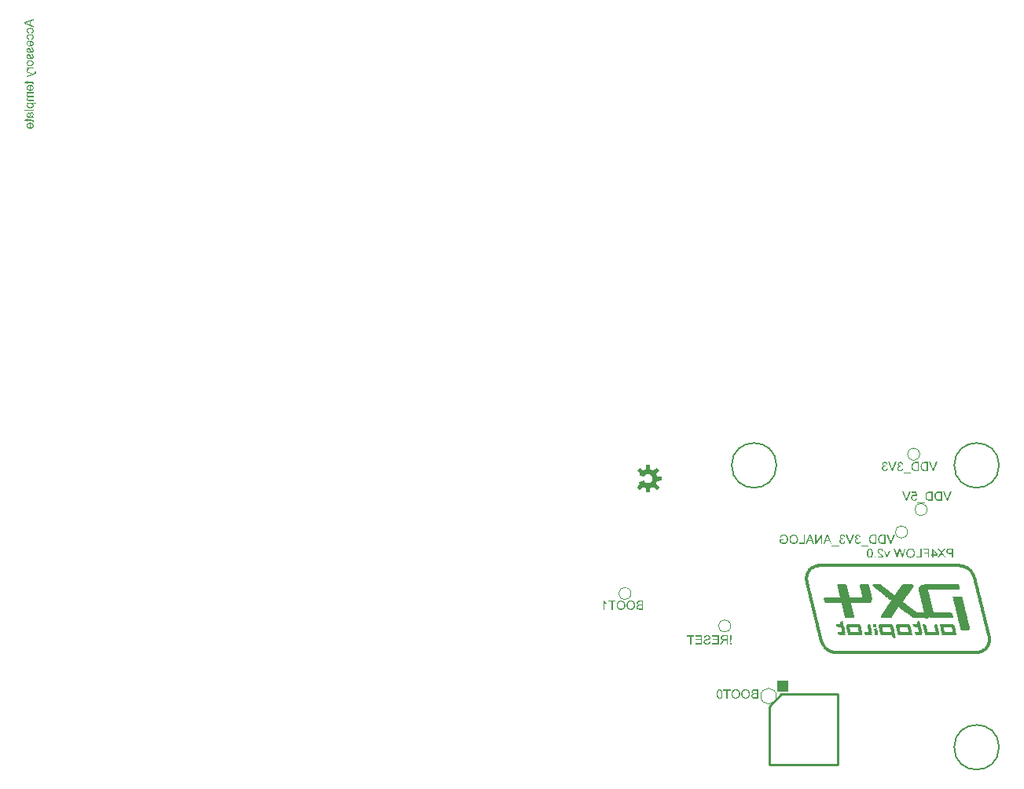
<source format=gbo>
G04 Layer_Color=32896*
%FSLAX44Y44*%
%MOMM*%
G71*
G01*
G75*
%ADD61C,0.2540*%
%ADD63C,0.1270*%
%ADD84C,0.1016*%
%ADD212R,15.3670X0.0254*%
%ADD213R,15.7480X0.0254*%
%ADD214R,15.9258X0.0254*%
%ADD215R,16.1036X0.0254*%
%ADD216R,16.2560X0.0254*%
%ADD217R,16.4084X0.0254*%
%ADD218R,16.4846X0.0254*%
%ADD219R,16.6116X0.0254*%
%ADD220R,16.6878X0.0254*%
%ADD221R,16.7894X0.0254*%
%ADD222R,16.8656X0.0254*%
%ADD223R,0.8382X0.0254*%
%ADD224R,0.9398X0.0254*%
%ADD225R,0.7112X0.0254*%
%ADD226R,0.7874X0.0254*%
%ADD227R,0.6096X0.0254*%
%ADD228R,0.6858X0.0254*%
%ADD229R,0.5588X0.0254*%
%ADD230R,0.6604X0.0254*%
%ADD231R,0.5334X0.0254*%
%ADD232R,0.5842X0.0254*%
%ADD233R,0.5080X0.0254*%
%ADD234R,0.4826X0.0254*%
%ADD235R,0.4572X0.0254*%
%ADD236R,0.4318X0.0254*%
%ADD237R,0.4064X0.0254*%
%ADD238R,0.3810X0.0254*%
%ADD239R,0.3556X0.0254*%
%ADD240R,0.3302X0.0254*%
%ADD241R,0.3048X0.0254*%
%ADD242R,0.2794X0.0254*%
%ADD243R,3.4544X0.0254*%
%ADD244R,1.0668X0.0254*%
%ADD245R,3.7084X0.0254*%
%ADD246R,0.9144X0.0254*%
%ADD247R,1.1684X0.0254*%
%ADD248R,3.8862X0.0254*%
%ADD249R,0.9652X0.0254*%
%ADD250R,1.2192X0.0254*%
%ADD251R,3.9624X0.0254*%
%ADD252R,1.0160X0.0254*%
%ADD253R,1.2700X0.0254*%
%ADD254R,4.0640X0.0254*%
%ADD255R,0.9906X0.0254*%
%ADD256R,4.0894X0.0254*%
%ADD257R,1.2954X0.0254*%
%ADD258R,4.1402X0.0254*%
%ADD259R,1.0922X0.0254*%
%ADD260R,4.1910X0.0254*%
%ADD261R,4.2418X0.0254*%
%ADD262R,1.3208X0.0254*%
%ADD263R,4.2672X0.0254*%
%ADD264R,4.2926X0.0254*%
%ADD265R,4.3434X0.0254*%
%ADD266R,4.3942X0.0254*%
%ADD267R,4.3688X0.0254*%
%ADD268R,1.0414X0.0254*%
%ADD269R,2.3368X0.0254*%
%ADD270R,2.2860X0.0254*%
%ADD271R,2.2352X0.0254*%
%ADD272R,2.1844X0.0254*%
%ADD273R,2.1336X0.0254*%
%ADD274R,2.0828X0.0254*%
%ADD275R,0.8890X0.0254*%
%ADD276R,2.0320X0.0254*%
%ADD277R,1.9812X0.0254*%
%ADD278R,1.1430X0.0254*%
%ADD279R,1.9304X0.0254*%
%ADD280R,5.1308X0.0254*%
%ADD281R,1.8796X0.0254*%
%ADD282R,5.1562X0.0254*%
%ADD283R,1.8288X0.0254*%
%ADD284R,5.1816X0.0254*%
%ADD285R,1.8034X0.0254*%
%ADD286R,1.7272X0.0254*%
%ADD287R,1.6764X0.0254*%
%ADD288R,1.6256X0.0254*%
%ADD289R,1.6002X0.0254*%
%ADD290R,1.5240X0.0254*%
%ADD291R,1.4732X0.0254*%
%ADD292R,1.4224X0.0254*%
%ADD293R,1.3716X0.0254*%
%ADD294R,5.1054X0.0254*%
%ADD295R,5.0800X0.0254*%
%ADD296R,5.0546X0.0254*%
%ADD297R,5.0292X0.0254*%
%ADD298R,5.0038X0.0254*%
%ADD299R,4.9530X0.0254*%
%ADD300R,4.8768X0.0254*%
%ADD301R,1.3970X0.0254*%
%ADD302R,4.8260X0.0254*%
%ADD303R,1.4478X0.0254*%
%ADD304R,4.5212X0.0254*%
%ADD305R,1.7018X0.0254*%
%ADD306R,1.7780X0.0254*%
%ADD307R,1.9050X0.0254*%
%ADD308R,2.0066X0.0254*%
%ADD309R,2.1082X0.0254*%
%ADD310R,2.2098X0.0254*%
%ADD311R,2.3114X0.0254*%
%ADD312R,1.1938X0.0254*%
%ADD313R,1.1176X0.0254*%
%ADD314R,1.2446X0.0254*%
%ADD315R,2.8194X0.0254*%
%ADD316R,4.8006X0.0254*%
%ADD317R,4.7752X0.0254*%
%ADD318R,4.7244X0.0254*%
%ADD319R,4.6990X0.0254*%
%ADD320R,4.6736X0.0254*%
%ADD321R,4.6482X0.0254*%
%ADD322R,4.5974X0.0254*%
%ADD323R,4.5720X0.0254*%
%ADD324R,4.5466X0.0254*%
%ADD325R,4.4958X0.0254*%
%ADD326R,4.4704X0.0254*%
%ADD327R,4.4450X0.0254*%
%ADD328R,2.5654X0.0254*%
%ADD329R,2.4892X0.0254*%
%ADD330R,2.3622X0.0254*%
%ADD331R,0.8636X0.0254*%
%ADD332R,0.1778X0.0254*%
%ADD333R,0.2032X0.0254*%
%ADD334R,0.2540X0.0254*%
%ADD335R,0.7620X0.0254*%
%ADD336R,1.3462X0.0254*%
%ADD337R,0.2286X0.0254*%
%ADD338R,1.4986X0.0254*%
%ADD339R,0.7366X0.0254*%
%ADD340R,1.5494X0.0254*%
%ADD341R,0.1524X0.0254*%
%ADD342R,0.6350X0.0254*%
%ADD343R,0.3099X0.0254*%
%ADD344R,16.8148X0.0254*%
%ADD345R,16.7132X0.0254*%
%ADD346R,16.6370X0.0254*%
%ADD347R,16.2306X0.0254*%
%ADD348R,15.9004X0.0254*%
%ADD349R,15.7226X0.0254*%
%ADD350R,15.1892X0.0305*%
%ADD351R,1.2700X1.2700*%
G36*
X2433828Y517652D02*
X2430120D01*
X2429777Y517665D01*
X2429472Y517677D01*
X2429205Y517703D01*
X2428977Y517728D01*
X2428799Y517754D01*
X2428723Y517766D01*
X2428659Y517779D01*
X2428608Y517792D01*
X2428570Y517804D01*
X2428545D01*
X2428316Y517868D01*
X2428100Y517944D01*
X2427923Y518033D01*
X2427770Y518109D01*
X2427643Y518173D01*
X2427554Y518236D01*
X2427491Y518274D01*
X2427478Y518287D01*
X2427326Y518427D01*
X2427186Y518566D01*
X2427059Y518719D01*
X2426957Y518871D01*
X2426868Y518998D01*
X2426805Y519100D01*
X2426767Y519176D01*
X2426754Y519201D01*
X2426653Y519430D01*
X2426589Y519646D01*
X2426538Y519862D01*
X2426500Y520052D01*
X2426475Y520230D01*
X2426462Y520357D01*
Y520408D01*
Y520446D01*
Y520459D01*
Y520471D01*
X2426487Y520776D01*
X2426538Y521056D01*
X2426614Y521310D01*
X2426703Y521525D01*
X2426792Y521703D01*
X2426868Y521830D01*
X2426894Y521881D01*
X2426919Y521919D01*
X2426945Y521932D01*
Y521945D01*
X2427135Y522160D01*
X2427351Y522351D01*
X2427580Y522503D01*
X2427796Y522630D01*
X2427999Y522732D01*
X2428088Y522770D01*
X2428151Y522795D01*
X2428215Y522821D01*
X2428265Y522834D01*
X2428291Y522846D01*
X2428304D01*
X2428062Y522973D01*
X2427859Y523126D01*
X2427681Y523265D01*
X2427529Y523405D01*
X2427415Y523532D01*
X2427338Y523634D01*
X2427287Y523697D01*
X2427275Y523723D01*
X2427160Y523938D01*
X2427072Y524142D01*
X2427021Y524345D01*
X2426970Y524535D01*
X2426945Y524688D01*
X2426932Y524815D01*
Y524853D01*
Y524891D01*
Y524904D01*
Y524916D01*
X2426945Y525170D01*
X2426995Y525399D01*
X2427059Y525615D01*
X2427122Y525805D01*
X2427199Y525970D01*
X2427262Y526097D01*
X2427313Y526174D01*
X2427326Y526186D01*
Y526199D01*
X2427478Y526415D01*
X2427656Y526605D01*
X2427821Y526758D01*
X2427999Y526885D01*
X2428151Y526987D01*
X2428265Y527063D01*
X2428316Y527088D01*
X2428354Y527101D01*
X2428367Y527113D01*
X2428380D01*
X2428646Y527215D01*
X2428938Y527291D01*
X2429243Y527342D01*
X2429523Y527380D01*
X2429777Y527406D01*
X2429891D01*
X2429980Y527418D01*
X2433828D01*
Y517652D01*
D02*
G37*
G36*
X2404212Y526263D02*
X2400999D01*
Y517652D01*
X2399703D01*
Y526263D01*
X2396490D01*
Y527418D01*
X2404212D01*
Y526263D01*
D02*
G37*
G36*
X1647043Y1141840D02*
X1651310D01*
X1651488Y1141827D01*
X1651653D01*
X1651793Y1141814D01*
X1651933Y1141802D01*
X1652047Y1141789D01*
X1652149Y1141776D01*
X1652238Y1141764D01*
X1652377Y1141738D01*
X1652466Y1141726D01*
X1652530Y1141700D01*
X1652542D01*
X1652657Y1141637D01*
X1652758Y1141561D01*
X1652860Y1141472D01*
X1652936Y1141383D01*
X1653000Y1141307D01*
X1653038Y1141256D01*
X1653063Y1141205D01*
X1653076Y1141192D01*
X1653139Y1141052D01*
X1653190Y1140887D01*
X1653228Y1140722D01*
X1653253Y1140557D01*
X1653266Y1140417D01*
X1653279Y1140291D01*
Y1140214D01*
Y1140202D01*
Y1140189D01*
X1653266Y1139871D01*
X1653241Y1139719D01*
X1653228Y1139579D01*
X1653203Y1139452D01*
X1653190Y1139363D01*
X1653177Y1139300D01*
Y1139275D01*
X1652123Y1139440D01*
X1652136Y1139554D01*
X1652149Y1139656D01*
Y1139757D01*
X1652161Y1139833D01*
Y1139897D01*
Y1139935D01*
Y1139960D01*
Y1139973D01*
X1652149Y1140151D01*
X1652123Y1140278D01*
X1652110Y1140329D01*
X1652098Y1140367D01*
X1652085Y1140379D01*
Y1140392D01*
X1652009Y1140481D01*
X1651933Y1140545D01*
X1651882Y1140583D01*
X1651857Y1140595D01*
X1651780Y1140608D01*
X1651691Y1140621D01*
X1651577Y1140633D01*
X1651463D01*
X1651361Y1140646D01*
X1647043D01*
Y1139440D01*
X1646116D01*
Y1140646D01*
X1643652D01*
X1644376Y1141840D01*
X1646116D01*
Y1142729D01*
X1647043D01*
Y1141840D01*
D02*
G37*
G36*
X1651501Y1150019D02*
X1651653Y1150006D01*
X1651933Y1149930D01*
X1652174Y1149828D01*
X1652390Y1149714D01*
X1652555Y1149600D01*
X1652682Y1149511D01*
X1652758Y1149435D01*
X1652771Y1149422D01*
X1652784Y1149409D01*
X1652885Y1149282D01*
X1652961Y1149155D01*
X1653101Y1148863D01*
X1653203Y1148571D01*
X1653266Y1148279D01*
X1653317Y1148025D01*
X1653330Y1147911D01*
Y1147809D01*
X1653342Y1147733D01*
Y1147669D01*
Y1147631D01*
Y1147618D01*
X1653330Y1147364D01*
X1653304Y1147123D01*
X1653266Y1146895D01*
X1653228Y1146704D01*
X1653190Y1146539D01*
X1653152Y1146412D01*
X1653139Y1146374D01*
X1653127Y1146336D01*
X1653114Y1146323D01*
Y1146310D01*
X1653012Y1146082D01*
X1652885Y1145840D01*
X1652746Y1145624D01*
X1652619Y1145434D01*
X1652491Y1145256D01*
X1652390Y1145129D01*
X1652352Y1145078D01*
X1652326Y1145040D01*
X1652301Y1145028D01*
Y1145015D01*
X1652491Y1144989D01*
X1652657Y1144951D01*
X1652809Y1144926D01*
X1652936Y1144875D01*
X1653050Y1144850D01*
X1653127Y1144812D01*
X1653177Y1144799D01*
X1653190Y1144786D01*
Y1143529D01*
X1653038Y1143605D01*
X1652885Y1143669D01*
X1652746Y1143719D01*
X1652606Y1143770D01*
X1652504Y1143796D01*
X1652415Y1143821D01*
X1652365Y1143834D01*
X1652339D01*
X1652238Y1143847D01*
X1652123Y1143859D01*
X1651983D01*
X1651818Y1143872D01*
X1651476Y1143885D01*
X1651120D01*
X1650942Y1143897D01*
X1648351D01*
X1648123Y1143910D01*
X1647932Y1143923D01*
X1647780D01*
X1647666Y1143935D01*
X1647589Y1143948D01*
X1647538Y1143961D01*
X1647526D01*
X1647348Y1144012D01*
X1647196Y1144062D01*
X1647056Y1144126D01*
X1646942Y1144189D01*
X1646853Y1144253D01*
X1646776Y1144304D01*
X1646738Y1144329D01*
X1646726Y1144342D01*
X1646611Y1144456D01*
X1646497Y1144583D01*
X1646408Y1144723D01*
X1646332Y1144863D01*
X1646268Y1144989D01*
X1646218Y1145091D01*
X1646192Y1145155D01*
X1646180Y1145167D01*
Y1145180D01*
X1646103Y1145409D01*
X1646053Y1145637D01*
X1646015Y1145891D01*
X1645989Y1146120D01*
X1645976Y1146323D01*
X1645964Y1146412D01*
Y1146488D01*
Y1146552D01*
Y1146602D01*
Y1146628D01*
Y1146640D01*
X1645976Y1146971D01*
X1646002Y1147275D01*
X1646040Y1147555D01*
X1646091Y1147784D01*
X1646142Y1147987D01*
X1646154Y1148063D01*
X1646180Y1148126D01*
X1646192Y1148177D01*
X1646205Y1148215D01*
X1646218Y1148241D01*
Y1148253D01*
X1646319Y1148495D01*
X1646434Y1148711D01*
X1646548Y1148888D01*
X1646662Y1149041D01*
X1646776Y1149155D01*
X1646853Y1149244D01*
X1646904Y1149295D01*
X1646929Y1149307D01*
X1647107Y1149435D01*
X1647310Y1149549D01*
X1647513Y1149638D01*
X1647704Y1149701D01*
X1647869Y1149765D01*
X1648008Y1149803D01*
X1648059Y1149816D01*
X1648097D01*
X1648123Y1149828D01*
X1648135D01*
X1648300Y1148660D01*
X1648047Y1148584D01*
X1647818Y1148482D01*
X1647640Y1148393D01*
X1647500Y1148291D01*
X1647386Y1148215D01*
X1647310Y1148139D01*
X1647272Y1148088D01*
X1647259Y1148076D01*
X1647157Y1147911D01*
X1647081Y1147707D01*
X1647030Y1147504D01*
X1646992Y1147288D01*
X1646967Y1147110D01*
X1646954Y1146958D01*
Y1146895D01*
Y1146856D01*
Y1146831D01*
Y1146818D01*
X1646967Y1146501D01*
X1647018Y1146221D01*
X1647081Y1145993D01*
X1647157Y1145790D01*
X1647234Y1145637D01*
X1647297Y1145536D01*
X1647348Y1145472D01*
X1647361Y1145447D01*
X1647488Y1145332D01*
X1647653Y1145244D01*
X1647818Y1145193D01*
X1647996Y1145142D01*
X1648148Y1145117D01*
X1648288Y1145104D01*
X1648580D01*
X1648631Y1145117D01*
X1648707D01*
X1648745Y1145256D01*
X1648796Y1145409D01*
X1648872Y1145739D01*
X1648948Y1146094D01*
X1649012Y1146437D01*
X1649037Y1146602D01*
X1649062Y1146755D01*
X1649075Y1146895D01*
X1649088Y1147009D01*
X1649113Y1147110D01*
Y1147187D01*
X1649126Y1147237D01*
Y1147250D01*
X1649164Y1147504D01*
X1649189Y1147720D01*
X1649215Y1147898D01*
X1649253Y1148050D01*
X1649266Y1148165D01*
X1649291Y1148253D01*
X1649304Y1148304D01*
Y1148317D01*
X1649355Y1148495D01*
X1649418Y1148660D01*
X1649482Y1148800D01*
X1649545Y1148926D01*
X1649609Y1149028D01*
X1649659Y1149117D01*
X1649685Y1149168D01*
X1649698Y1149181D01*
X1649799Y1149320D01*
X1649913Y1149435D01*
X1650028Y1149549D01*
X1650129Y1149638D01*
X1650231Y1149701D01*
X1650307Y1149765D01*
X1650358Y1149790D01*
X1650383Y1149803D01*
X1650548Y1149879D01*
X1650714Y1149930D01*
X1650879Y1149981D01*
X1651018Y1150006D01*
X1651145Y1150019D01*
X1651247Y1150031D01*
X1651336D01*
X1651501Y1150019D01*
D02*
G37*
G36*
X2420785Y527571D02*
X2421141Y527520D01*
X2421484Y527456D01*
X2421801Y527368D01*
X2422106Y527266D01*
X2422385Y527152D01*
X2422639Y527025D01*
X2422868Y526898D01*
X2423071Y526758D01*
X2423262Y526644D01*
X2423414Y526517D01*
X2423541Y526415D01*
X2423643Y526326D01*
X2423719Y526263D01*
X2423770Y526212D01*
X2423782Y526199D01*
X2424011Y525932D01*
X2424214Y525640D01*
X2424379Y525336D01*
X2424532Y525031D01*
X2424659Y524713D01*
X2424760Y524396D01*
X2424849Y524091D01*
X2424913Y523786D01*
X2424963Y523507D01*
X2425014Y523240D01*
X2425040Y523011D01*
X2425052Y522808D01*
X2425065Y522630D01*
X2425078Y522503D01*
Y522465D01*
Y522427D01*
Y522415D01*
Y522402D01*
X2425065Y522160D01*
X2425052Y521932D01*
X2424989Y521475D01*
X2424900Y521068D01*
X2424849Y520878D01*
X2424798Y520700D01*
X2424747Y520548D01*
X2424697Y520395D01*
X2424646Y520268D01*
X2424608Y520167D01*
X2424570Y520078D01*
X2424544Y520014D01*
X2424519Y519976D01*
Y519963D01*
X2424290Y519557D01*
X2424024Y519189D01*
X2423897Y519036D01*
X2423757Y518884D01*
X2423617Y518744D01*
X2423490Y518617D01*
X2423363Y518516D01*
X2423249Y518414D01*
X2423147Y518338D01*
X2423058Y518274D01*
X2422982Y518211D01*
X2422931Y518173D01*
X2422893Y518160D01*
X2422881Y518147D01*
X2422677Y518033D01*
X2422462Y517931D01*
X2422258Y517842D01*
X2422042Y517766D01*
X2421623Y517652D01*
X2421242Y517576D01*
X2421064Y517538D01*
X2420912Y517525D01*
X2420772Y517512D01*
X2420645Y517500D01*
X2420556Y517487D01*
X2420417D01*
X2420175Y517500D01*
X2419947Y517512D01*
X2419515Y517576D01*
X2419109Y517677D01*
X2418931Y517728D01*
X2418753Y517792D01*
X2418601Y517842D01*
X2418461Y517893D01*
X2418347Y517944D01*
X2418245Y517995D01*
X2418169Y518033D01*
X2418105Y518058D01*
X2418067Y518084D01*
X2418055D01*
X2417851Y518198D01*
X2417661Y518325D01*
X2417318Y518617D01*
X2417026Y518909D01*
X2416899Y519049D01*
X2416785Y519189D01*
X2416683Y519328D01*
X2416594Y519443D01*
X2416531Y519557D01*
X2416467Y519659D01*
X2416416Y519735D01*
X2416378Y519798D01*
X2416366Y519836D01*
X2416353Y519849D01*
X2416251Y520078D01*
X2416150Y520306D01*
X2415997Y520764D01*
X2415896Y521208D01*
X2415858Y521424D01*
X2415819Y521627D01*
X2415794Y521818D01*
X2415769Y521983D01*
X2415756Y522135D01*
Y522262D01*
X2415743Y522376D01*
Y522453D01*
Y522503D01*
Y522516D01*
Y522783D01*
X2415769Y523050D01*
X2415832Y523545D01*
X2415870Y523773D01*
X2415921Y523989D01*
X2415972Y524193D01*
X2416023Y524370D01*
X2416086Y524535D01*
X2416137Y524688D01*
X2416188Y524815D01*
X2416226Y524929D01*
X2416264Y525018D01*
X2416289Y525081D01*
X2416302Y525120D01*
X2416315Y525132D01*
X2416556Y525539D01*
X2416683Y525729D01*
X2416810Y525907D01*
X2416950Y526059D01*
X2417089Y526212D01*
X2417229Y526352D01*
X2417356Y526466D01*
X2417483Y526580D01*
X2417597Y526669D01*
X2417712Y526745D01*
X2417801Y526821D01*
X2417877Y526872D01*
X2417928Y526910D01*
X2417966Y526923D01*
X2417978Y526936D01*
X2418182Y527050D01*
X2418398Y527152D01*
X2418601Y527240D01*
X2418817Y527317D01*
X2419223Y527431D01*
X2419591Y527507D01*
X2419769Y527533D01*
X2419922Y527545D01*
X2420061Y527558D01*
X2420175Y527571D01*
X2420277Y527583D01*
X2420404D01*
X2420785Y527571D01*
D02*
G37*
G36*
X2405126Y583667D02*
X2404758Y578498D01*
X2403983D01*
X2403640Y583667D01*
Y585838D01*
X2405126D01*
Y583667D01*
D02*
G37*
G36*
X2405075Y576072D02*
X2403691D01*
Y577444D01*
X2405075D01*
Y576072D01*
D02*
G37*
G36*
X2410181Y527571D02*
X2410536Y527520D01*
X2410879Y527456D01*
X2411197Y527368D01*
X2411501Y527266D01*
X2411781Y527152D01*
X2412035Y527025D01*
X2412263Y526898D01*
X2412467Y526758D01*
X2412657Y526644D01*
X2412809Y526517D01*
X2412937Y526415D01*
X2413038Y526326D01*
X2413114Y526263D01*
X2413165Y526212D01*
X2413178Y526199D01*
X2413406Y525932D01*
X2413610Y525640D01*
X2413775Y525336D01*
X2413927Y525031D01*
X2414054Y524713D01*
X2414156Y524396D01*
X2414245Y524091D01*
X2414308Y523786D01*
X2414359Y523507D01*
X2414410Y523240D01*
X2414435Y523011D01*
X2414448Y522808D01*
X2414460Y522630D01*
X2414473Y522503D01*
Y522465D01*
Y522427D01*
Y522415D01*
Y522402D01*
X2414460Y522160D01*
X2414448Y521932D01*
X2414384Y521475D01*
X2414295Y521068D01*
X2414245Y520878D01*
X2414194Y520700D01*
X2414143Y520548D01*
X2414092Y520395D01*
X2414041Y520268D01*
X2414003Y520167D01*
X2413965Y520078D01*
X2413940Y520014D01*
X2413914Y519976D01*
Y519963D01*
X2413686Y519557D01*
X2413419Y519189D01*
X2413292Y519036D01*
X2413152Y518884D01*
X2413013Y518744D01*
X2412886Y518617D01*
X2412759Y518516D01*
X2412644Y518414D01*
X2412543Y518338D01*
X2412454Y518274D01*
X2412378Y518211D01*
X2412327Y518173D01*
X2412289Y518160D01*
X2412276Y518147D01*
X2412073Y518033D01*
X2411857Y517931D01*
X2411654Y517842D01*
X2411438Y517766D01*
X2411019Y517652D01*
X2410638Y517576D01*
X2410460Y517538D01*
X2410308Y517525D01*
X2410168Y517512D01*
X2410041Y517500D01*
X2409952Y517487D01*
X2409812D01*
X2409571Y517500D01*
X2409342Y517512D01*
X2408911Y517576D01*
X2408504Y517677D01*
X2408326Y517728D01*
X2408149Y517792D01*
X2407996Y517842D01*
X2407856Y517893D01*
X2407742Y517944D01*
X2407641Y517995D01*
X2407564Y518033D01*
X2407501Y518058D01*
X2407463Y518084D01*
X2407450D01*
X2407247Y518198D01*
X2407056Y518325D01*
X2406714Y518617D01*
X2406421Y518909D01*
X2406294Y519049D01*
X2406180Y519189D01*
X2406078Y519328D01*
X2405990Y519443D01*
X2405926Y519557D01*
X2405863Y519659D01*
X2405812Y519735D01*
X2405774Y519798D01*
X2405761Y519836D01*
X2405748Y519849D01*
X2405647Y520078D01*
X2405545Y520306D01*
X2405393Y520764D01*
X2405291Y521208D01*
X2405253Y521424D01*
X2405215Y521627D01*
X2405190Y521818D01*
X2405164Y521983D01*
X2405151Y522135D01*
Y522262D01*
X2405139Y522376D01*
Y522453D01*
Y522503D01*
Y522516D01*
Y522783D01*
X2405164Y523050D01*
X2405228Y523545D01*
X2405266Y523773D01*
X2405316Y523989D01*
X2405367Y524193D01*
X2405418Y524370D01*
X2405482Y524535D01*
X2405532Y524688D01*
X2405583Y524815D01*
X2405621Y524929D01*
X2405659Y525018D01*
X2405685Y525081D01*
X2405697Y525120D01*
X2405710Y525132D01*
X2405952Y525539D01*
X2406078Y525729D01*
X2406205Y525907D01*
X2406345Y526059D01*
X2406485Y526212D01*
X2406625Y526352D01*
X2406752Y526466D01*
X2406879Y526580D01*
X2406993Y526669D01*
X2407107Y526745D01*
X2407196Y526821D01*
X2407272Y526872D01*
X2407323Y526910D01*
X2407361Y526923D01*
X2407374Y526936D01*
X2407577Y527050D01*
X2407793Y527152D01*
X2407996Y527240D01*
X2408212Y527317D01*
X2408618Y527431D01*
X2408987Y527507D01*
X2409165Y527533D01*
X2409317Y527545D01*
X2409457Y527558D01*
X2409571Y527571D01*
X2409673Y527583D01*
X2409800D01*
X2410181Y527571D01*
D02*
G37*
G36*
X2392832Y527431D02*
X2393175Y527368D01*
X2393480Y527279D01*
X2393734Y527177D01*
X2393848Y527113D01*
X2393937Y527063D01*
X2394026Y527012D01*
X2394090Y526974D01*
X2394140Y526936D01*
X2394179Y526910D01*
X2394204Y526898D01*
X2394217Y526885D01*
X2394458Y526656D01*
X2394674Y526390D01*
X2394852Y526110D01*
X2395004Y525856D01*
X2395118Y525615D01*
X2395169Y525513D01*
X2395207Y525424D01*
X2395233Y525348D01*
X2395258Y525297D01*
X2395271Y525259D01*
Y525247D01*
X2395334Y525043D01*
X2395385Y524827D01*
X2395474Y524370D01*
X2395538Y523900D01*
X2395576Y523456D01*
X2395601Y523253D01*
Y523062D01*
X2395614Y522897D01*
X2395626Y522757D01*
Y522630D01*
Y522542D01*
Y522491D01*
Y522465D01*
X2395614Y521970D01*
X2395588Y521500D01*
X2395538Y521081D01*
X2395474Y520687D01*
X2395410Y520319D01*
X2395322Y520001D01*
X2395233Y519709D01*
X2395144Y519443D01*
X2395055Y519214D01*
X2394979Y519024D01*
X2394890Y518858D01*
X2394826Y518719D01*
X2394763Y518617D01*
X2394712Y518554D01*
X2394687Y518503D01*
X2394674Y518490D01*
X2394509Y518312D01*
X2394344Y518160D01*
X2394166Y518020D01*
X2393988Y517906D01*
X2393798Y517817D01*
X2393607Y517728D01*
X2393429Y517665D01*
X2393251Y517614D01*
X2393086Y517576D01*
X2392934Y517538D01*
X2392807Y517512D01*
X2392680Y517500D01*
X2392591D01*
X2392515Y517487D01*
X2392451D01*
X2392261Y517500D01*
X2392070Y517512D01*
X2391727Y517576D01*
X2391423Y517665D01*
X2391169Y517779D01*
X2391054Y517830D01*
X2390966Y517881D01*
X2390877Y517931D01*
X2390813Y517970D01*
X2390762Y518008D01*
X2390712Y518033D01*
X2390699Y518058D01*
X2390686D01*
X2390432Y518287D01*
X2390216Y518554D01*
X2390038Y518820D01*
X2389886Y519087D01*
X2389772Y519316D01*
X2389721Y519417D01*
X2389683Y519506D01*
X2389657Y519582D01*
X2389632Y519633D01*
X2389619Y519671D01*
Y519684D01*
X2389556Y519887D01*
X2389505Y520103D01*
X2389416Y520560D01*
X2389353Y521030D01*
X2389302Y521475D01*
X2389289Y521678D01*
X2389276Y521868D01*
Y522034D01*
X2389264Y522173D01*
Y522300D01*
Y522389D01*
Y522440D01*
Y522465D01*
Y522732D01*
X2389276Y522986D01*
X2389289Y523215D01*
X2389302Y523430D01*
X2389315Y523646D01*
X2389340Y523824D01*
X2389353Y524002D01*
X2389378Y524154D01*
X2389403Y524294D01*
X2389416Y524421D01*
X2389442Y524523D01*
X2389454Y524612D01*
X2389467Y524675D01*
X2389480Y524726D01*
X2389492Y524751D01*
Y524764D01*
X2389581Y525069D01*
X2389670Y525361D01*
X2389772Y525602D01*
X2389873Y525818D01*
X2389962Y525996D01*
X2390026Y526123D01*
X2390051Y526161D01*
X2390076Y526199D01*
X2390089Y526212D01*
Y526225D01*
X2390242Y526440D01*
X2390407Y526618D01*
X2390572Y526771D01*
X2390724Y526910D01*
X2390864Y527012D01*
X2390966Y527075D01*
X2391042Y527126D01*
X2391054Y527139D01*
X2391067D01*
X2391296Y527240D01*
X2391537Y527317D01*
X2391766Y527380D01*
X2391982Y527418D01*
X2392172Y527444D01*
X2392248D01*
X2392324Y527456D01*
X2392642D01*
X2392832Y527431D01*
D02*
G37*
G36*
X1650040Y1138652D02*
X1650332Y1138627D01*
X1650599Y1138576D01*
X1650866Y1138525D01*
X1651095Y1138462D01*
X1651323Y1138385D01*
X1651514Y1138297D01*
X1651704Y1138208D01*
X1651857Y1138131D01*
X1651996Y1138043D01*
X1652110Y1137966D01*
X1652212Y1137903D01*
X1652288Y1137852D01*
X1652339Y1137801D01*
X1652377Y1137776D01*
X1652390Y1137763D01*
X1652555Y1137585D01*
X1652707Y1137395D01*
X1652834Y1137192D01*
X1652936Y1136989D01*
X1653038Y1136785D01*
X1653114Y1136582D01*
X1653177Y1136379D01*
X1653228Y1136188D01*
X1653266Y1136011D01*
X1653292Y1135833D01*
X1653317Y1135680D01*
X1653330Y1135553D01*
Y1135452D01*
X1653342Y1135363D01*
Y1135312D01*
Y1135299D01*
X1653330Y1135071D01*
X1653317Y1134855D01*
X1653253Y1134461D01*
X1653203Y1134283D01*
X1653152Y1134118D01*
X1653101Y1133966D01*
X1653038Y1133826D01*
X1652987Y1133699D01*
X1652936Y1133598D01*
X1652885Y1133496D01*
X1652834Y1133420D01*
X1652796Y1133356D01*
X1652771Y1133318D01*
X1652746Y1133293D01*
Y1133280D01*
X1652504Y1133013D01*
X1652225Y1132785D01*
X1651945Y1132594D01*
X1651679Y1132442D01*
X1651437Y1132340D01*
X1651323Y1132290D01*
X1651234Y1132264D01*
X1651158Y1132226D01*
X1651107Y1132213D01*
X1651069Y1132201D01*
X1651056D01*
X1650891Y1133445D01*
X1651158Y1133547D01*
X1651387Y1133674D01*
X1651590Y1133801D01*
X1651742Y1133915D01*
X1651857Y1134017D01*
X1651945Y1134106D01*
X1651996Y1134156D01*
X1652009Y1134182D01*
X1652123Y1134360D01*
X1652212Y1134550D01*
X1652263Y1134741D01*
X1652314Y1134906D01*
X1652339Y1135071D01*
X1652352Y1135185D01*
Y1135236D01*
Y1135274D01*
Y1135287D01*
Y1135299D01*
X1652339Y1135464D01*
X1652326Y1135617D01*
X1652250Y1135909D01*
X1652161Y1136163D01*
X1652047Y1136379D01*
X1651933Y1136544D01*
X1651831Y1136684D01*
X1651793Y1136722D01*
X1651768Y1136760D01*
X1651755Y1136773D01*
X1651742Y1136785D01*
X1651615Y1136887D01*
X1651488Y1136976D01*
X1651209Y1137128D01*
X1650917Y1137243D01*
X1650625Y1137331D01*
X1650371Y1137382D01*
X1650256Y1137395D01*
X1650155Y1137408D01*
X1650078Y1137420D01*
X1650015Y1137433D01*
X1649964D01*
Y1132162D01*
X1649825Y1132150D01*
X1649647D01*
X1649329Y1132162D01*
X1649024Y1132188D01*
X1648745Y1132239D01*
X1648478Y1132290D01*
X1648237Y1132353D01*
X1648021Y1132429D01*
X1647818Y1132518D01*
X1647627Y1132594D01*
X1647462Y1132683D01*
X1647323Y1132772D01*
X1647208Y1132848D01*
X1647107Y1132912D01*
X1647030Y1132963D01*
X1646980Y1133013D01*
X1646942Y1133039D01*
X1646929Y1133052D01*
X1646764Y1133229D01*
X1646611Y1133407D01*
X1646484Y1133598D01*
X1646370Y1133801D01*
X1646281Y1133991D01*
X1646205Y1134182D01*
X1646129Y1134372D01*
X1646078Y1134550D01*
X1646040Y1134715D01*
X1646015Y1134880D01*
X1645989Y1135020D01*
X1645976Y1135134D01*
X1645964Y1135236D01*
Y1135312D01*
Y1135363D01*
Y1135376D01*
X1645976Y1135642D01*
X1646002Y1135896D01*
X1646053Y1136138D01*
X1646116Y1136366D01*
X1646192Y1136569D01*
X1646281Y1136773D01*
X1646370Y1136950D01*
X1646459Y1137115D01*
X1646548Y1137255D01*
X1646637Y1137382D01*
X1646726Y1137496D01*
X1646802Y1137585D01*
X1646865Y1137662D01*
X1646916Y1137712D01*
X1646942Y1137738D01*
X1646954Y1137750D01*
X1647145Y1137916D01*
X1647348Y1138055D01*
X1647577Y1138170D01*
X1647805Y1138284D01*
X1648034Y1138373D01*
X1648262Y1138436D01*
X1648491Y1138500D01*
X1648707Y1138551D01*
X1648910Y1138589D01*
X1649101Y1138614D01*
X1649278Y1138640D01*
X1649431Y1138652D01*
X1649545D01*
X1649647Y1138665D01*
X1649723D01*
X1650040Y1138652D01*
D02*
G37*
G36*
X2573414Y669544D02*
X2572258D01*
X2569591Y676618D01*
X2570836D01*
X2572398Y672300D01*
X2572499Y672020D01*
X2572588Y671754D01*
X2572664Y671525D01*
X2572728Y671335D01*
X2572779Y671170D01*
X2572817Y671055D01*
X2572830Y670979D01*
X2572842Y670966D01*
Y670954D01*
X2572918Y671220D01*
X2572995Y671487D01*
X2573071Y671728D01*
X2573147Y671944D01*
X2573210Y672122D01*
X2573261Y672262D01*
X2573274Y672313D01*
X2573287Y672351D01*
X2573299Y672363D01*
Y672376D01*
X2574811Y676618D01*
X2576081D01*
X2573414Y669544D01*
D02*
G37*
G36*
X2632278Y674611D02*
X2636050Y669544D01*
X2634501D01*
X2632024Y672922D01*
X2631961Y673011D01*
X2631897Y673113D01*
X2631745Y673354D01*
X2631669Y673456D01*
X2631618Y673544D01*
X2631580Y673595D01*
X2631567Y673621D01*
X2631414Y673405D01*
X2631351Y673303D01*
X2631288Y673214D01*
X2631237Y673138D01*
X2631199Y673075D01*
X2631173Y673036D01*
X2631161Y673024D01*
X2628697Y669544D01*
X2627109D01*
X2630754Y674662D01*
X2627376Y679310D01*
X2628786D01*
X2630729Y676707D01*
X2630894Y676491D01*
X2631034Y676300D01*
X2631173Y676110D01*
X2631288Y675945D01*
X2631377Y675805D01*
X2631440Y675704D01*
X2631491Y675640D01*
X2631504Y675615D01*
X2631605Y675780D01*
X2631719Y675970D01*
X2631846Y676173D01*
X2631973Y676364D01*
X2632088Y676542D01*
X2632189Y676681D01*
X2632227Y676732D01*
X2632253Y676770D01*
X2632266Y676796D01*
X2632278Y676808D01*
X2634056Y679310D01*
X2635605D01*
X2632278Y674611D01*
D02*
G37*
G36*
X2521026Y681825D02*
X2513089D01*
Y682689D01*
X2521026D01*
Y681825D01*
D02*
G37*
G36*
X2268334Y622973D02*
X2268499Y622744D01*
X2268677Y622516D01*
X2268842Y622325D01*
X2269007Y622148D01*
X2269134Y622021D01*
X2269185Y621970D01*
X2269223Y621932D01*
X2269249Y621919D01*
X2269261Y621906D01*
X2269554Y621665D01*
X2269846Y621449D01*
X2270150Y621246D01*
X2270417Y621081D01*
X2270658Y620954D01*
X2270760Y620890D01*
X2270849Y620852D01*
X2270912Y620814D01*
X2270963Y620789D01*
X2271001Y620763D01*
X2271014D01*
Y619595D01*
X2270798Y619684D01*
X2270582Y619785D01*
X2270366Y619887D01*
X2270176Y619989D01*
X2270011Y620078D01*
X2269871Y620154D01*
X2269820Y620179D01*
X2269782Y620205D01*
X2269769Y620217D01*
X2269757D01*
X2269503Y620370D01*
X2269287Y620522D01*
X2269084Y620662D01*
X2268918Y620789D01*
X2268792Y620890D01*
X2268690Y620979D01*
X2268639Y621030D01*
X2268614Y621043D01*
Y613410D01*
X2267420D01*
Y623214D01*
X2268195D01*
X2268334Y622973D01*
D02*
G37*
G36*
X2310130Y613410D02*
X2306422D01*
X2306079Y613423D01*
X2305774Y613435D01*
X2305507Y613461D01*
X2305279Y613486D01*
X2305101Y613512D01*
X2305025Y613524D01*
X2304961Y613537D01*
X2304910Y613550D01*
X2304872Y613562D01*
X2304847D01*
X2304618Y613626D01*
X2304402Y613702D01*
X2304225Y613791D01*
X2304072Y613867D01*
X2303945Y613931D01*
X2303856Y613994D01*
X2303793Y614032D01*
X2303780Y614045D01*
X2303628Y614185D01*
X2303488Y614324D01*
X2303361Y614477D01*
X2303259Y614629D01*
X2303170Y614756D01*
X2303107Y614858D01*
X2303069Y614934D01*
X2303056Y614959D01*
X2302955Y615188D01*
X2302891Y615404D01*
X2302840Y615620D01*
X2302802Y615810D01*
X2302777Y615988D01*
X2302764Y616115D01*
Y616166D01*
Y616204D01*
Y616217D01*
Y616229D01*
X2302789Y616534D01*
X2302840Y616814D01*
X2302916Y617068D01*
X2303005Y617284D01*
X2303094Y617461D01*
X2303170Y617588D01*
X2303196Y617639D01*
X2303221Y617677D01*
X2303247Y617690D01*
Y617703D01*
X2303437Y617919D01*
X2303653Y618109D01*
X2303882Y618261D01*
X2304097Y618388D01*
X2304301Y618490D01*
X2304390Y618528D01*
X2304453Y618554D01*
X2304517Y618579D01*
X2304567Y618592D01*
X2304593Y618604D01*
X2304606D01*
X2304364Y618731D01*
X2304161Y618884D01*
X2303983Y619023D01*
X2303831Y619163D01*
X2303716Y619290D01*
X2303640Y619392D01*
X2303589Y619455D01*
X2303577Y619481D01*
X2303463Y619697D01*
X2303374Y619900D01*
X2303323Y620103D01*
X2303272Y620293D01*
X2303247Y620446D01*
X2303234Y620573D01*
Y620611D01*
Y620649D01*
Y620662D01*
Y620674D01*
X2303247Y620928D01*
X2303297Y621157D01*
X2303361Y621373D01*
X2303424Y621563D01*
X2303501Y621729D01*
X2303564Y621856D01*
X2303615Y621932D01*
X2303628Y621944D01*
Y621957D01*
X2303780Y622173D01*
X2303958Y622364D01*
X2304123Y622516D01*
X2304301Y622643D01*
X2304453Y622744D01*
X2304567Y622821D01*
X2304618Y622846D01*
X2304656Y622859D01*
X2304669Y622872D01*
X2304682D01*
X2304948Y622973D01*
X2305240Y623049D01*
X2305545Y623100D01*
X2305825Y623138D01*
X2306079Y623164D01*
X2306193D01*
X2306282Y623176D01*
X2310130D01*
Y613410D01*
D02*
G37*
G36*
X2286483Y623329D02*
X2286838Y623278D01*
X2287181Y623214D01*
X2287499Y623125D01*
X2287803Y623024D01*
X2288083Y622910D01*
X2288337Y622783D01*
X2288565Y622656D01*
X2288769Y622516D01*
X2288959Y622402D01*
X2289111Y622275D01*
X2289238Y622173D01*
X2289340Y622084D01*
X2289416Y622021D01*
X2289467Y621970D01*
X2289480Y621957D01*
X2289708Y621690D01*
X2289912Y621398D01*
X2290077Y621093D01*
X2290229Y620789D01*
X2290356Y620471D01*
X2290458Y620154D01*
X2290547Y619849D01*
X2290610Y619544D01*
X2290661Y619265D01*
X2290712Y618998D01*
X2290737Y618769D01*
X2290750Y618566D01*
X2290762Y618388D01*
X2290775Y618261D01*
Y618223D01*
Y618185D01*
Y618172D01*
Y618160D01*
X2290762Y617919D01*
X2290750Y617690D01*
X2290686Y617233D01*
X2290597Y616826D01*
X2290547Y616636D01*
X2290496Y616458D01*
X2290445Y616306D01*
X2290394Y616153D01*
X2290343Y616026D01*
X2290305Y615925D01*
X2290267Y615836D01*
X2290242Y615772D01*
X2290216Y615734D01*
Y615721D01*
X2289988Y615315D01*
X2289721Y614947D01*
X2289594Y614794D01*
X2289454Y614642D01*
X2289315Y614502D01*
X2289188Y614375D01*
X2289061Y614274D01*
X2288946Y614172D01*
X2288845Y614096D01*
X2288756Y614032D01*
X2288680Y613969D01*
X2288629Y613931D01*
X2288591Y613918D01*
X2288578Y613905D01*
X2288375Y613791D01*
X2288159Y613689D01*
X2287956Y613601D01*
X2287740Y613524D01*
X2287321Y613410D01*
X2286940Y613334D01*
X2286762Y613296D01*
X2286610Y613283D01*
X2286470Y613270D01*
X2286343Y613258D01*
X2286254Y613245D01*
X2286114D01*
X2285873Y613258D01*
X2285644Y613270D01*
X2285213Y613334D01*
X2284806Y613435D01*
X2284628Y613486D01*
X2284451Y613550D01*
X2284298Y613601D01*
X2284158Y613651D01*
X2284044Y613702D01*
X2283943Y613753D01*
X2283866Y613791D01*
X2283803Y613816D01*
X2283765Y613842D01*
X2283752D01*
X2283549Y613956D01*
X2283358Y614083D01*
X2283015Y614375D01*
X2282723Y614667D01*
X2282596Y614807D01*
X2282482Y614947D01*
X2282381Y615086D01*
X2282292Y615201D01*
X2282228Y615315D01*
X2282165Y615417D01*
X2282114Y615493D01*
X2282076Y615556D01*
X2282063Y615594D01*
X2282050Y615607D01*
X2281949Y615836D01*
X2281847Y616064D01*
X2281695Y616521D01*
X2281593Y616966D01*
X2281555Y617182D01*
X2281517Y617385D01*
X2281492Y617576D01*
X2281466Y617741D01*
X2281453Y617893D01*
Y618020D01*
X2281441Y618134D01*
Y618211D01*
Y618261D01*
Y618274D01*
Y618541D01*
X2281466Y618807D01*
X2281530Y619303D01*
X2281568Y619531D01*
X2281618Y619747D01*
X2281669Y619950D01*
X2281720Y620128D01*
X2281784Y620293D01*
X2281834Y620446D01*
X2281885Y620573D01*
X2281923Y620687D01*
X2281961Y620776D01*
X2281987Y620840D01*
X2282000Y620878D01*
X2282012Y620890D01*
X2282254Y621297D01*
X2282381Y621487D01*
X2282507Y621665D01*
X2282647Y621817D01*
X2282787Y621970D01*
X2282927Y622109D01*
X2283054Y622224D01*
X2283181Y622338D01*
X2283295Y622427D01*
X2283409Y622503D01*
X2283498Y622579D01*
X2283574Y622630D01*
X2283625Y622668D01*
X2283663Y622681D01*
X2283676Y622694D01*
X2283879Y622808D01*
X2284095Y622910D01*
X2284298Y622999D01*
X2284514Y623075D01*
X2284921Y623189D01*
X2285289Y623265D01*
X2285467Y623291D01*
X2285619Y623303D01*
X2285759Y623316D01*
X2285873Y623329D01*
X2285975Y623341D01*
X2286102D01*
X2286483Y623329D01*
D02*
G37*
G36*
X2565895Y679336D02*
X2566136Y679323D01*
X2566365Y679285D01*
X2566568Y679234D01*
X2566772Y679183D01*
X2566949Y679120D01*
X2567115Y679056D01*
X2567267Y678993D01*
X2567407Y678917D01*
X2567521Y678853D01*
X2567622Y678790D01*
X2567711Y678739D01*
X2567775Y678688D01*
X2567826Y678650D01*
X2567851Y678637D01*
X2567864Y678624D01*
X2568016Y678485D01*
X2568143Y678332D01*
X2568257Y678167D01*
X2568359Y677990D01*
X2568448Y677824D01*
X2568524Y677647D01*
X2568639Y677304D01*
X2568689Y677151D01*
X2568727Y676999D01*
X2568753Y676872D01*
X2568778Y676758D01*
X2568791Y676656D01*
Y676592D01*
X2568804Y676542D01*
Y676529D01*
X2567572Y676402D01*
X2567546Y676732D01*
X2567495Y677012D01*
X2567407Y677253D01*
X2567305Y677469D01*
X2567216Y677621D01*
X2567127Y677748D01*
X2567076Y677812D01*
X2567051Y677837D01*
X2566848Y678015D01*
X2566619Y678142D01*
X2566378Y678231D01*
X2566162Y678294D01*
X2565971Y678332D01*
X2565883Y678345D01*
X2565806D01*
X2565756Y678358D01*
X2565667D01*
X2565374Y678332D01*
X2565108Y678282D01*
X2564879Y678205D01*
X2564689Y678117D01*
X2564536Y678015D01*
X2564422Y677939D01*
X2564359Y677888D01*
X2564333Y677862D01*
X2564155Y677672D01*
X2564028Y677469D01*
X2563940Y677278D01*
X2563876Y677088D01*
X2563838Y676923D01*
X2563825Y676783D01*
X2563813Y676732D01*
Y676707D01*
Y676681D01*
Y676669D01*
Y676542D01*
X2563838Y676415D01*
X2563901Y676148D01*
X2563990Y675907D01*
X2564092Y675691D01*
X2564206Y675500D01*
X2564257Y675424D01*
X2564295Y675348D01*
X2564333Y675297D01*
X2564359Y675259D01*
X2564371Y675234D01*
X2564384Y675221D01*
X2564498Y675069D01*
X2564638Y674916D01*
X2564790Y674751D01*
X2564955Y674573D01*
X2565311Y674230D01*
X2565667Y673900D01*
X2565832Y673748D01*
X2565997Y673608D01*
X2566149Y673481D01*
X2566276Y673367D01*
X2566378Y673278D01*
X2566467Y673214D01*
X2566518Y673164D01*
X2566530Y673151D01*
X2566898Y672846D01*
X2567216Y672567D01*
X2567483Y672313D01*
X2567699Y672097D01*
X2567877Y671919D01*
X2568004Y671779D01*
X2568042Y671728D01*
X2568080Y671690D01*
X2568092Y671678D01*
X2568105Y671665D01*
X2568296Y671424D01*
X2568461Y671195D01*
X2568588Y670979D01*
X2568702Y670776D01*
X2568791Y670611D01*
X2568842Y670484D01*
X2568867Y670433D01*
X2568880Y670395D01*
X2568893Y670382D01*
Y670369D01*
X2568943Y670217D01*
X2568981Y670077D01*
X2569007Y669938D01*
X2569019Y669811D01*
X2569032Y669696D01*
Y669620D01*
Y669569D01*
Y669544D01*
X2562568D01*
Y670700D01*
X2567368D01*
X2567203Y670928D01*
X2567115Y671043D01*
X2567038Y671132D01*
X2566962Y671220D01*
X2566911Y671284D01*
X2566873Y671322D01*
X2566860Y671335D01*
X2566797Y671398D01*
X2566708Y671487D01*
X2566619Y671576D01*
X2566518Y671665D01*
X2566289Y671868D01*
X2566048Y672071D01*
X2565832Y672262D01*
X2565730Y672351D01*
X2565654Y672427D01*
X2565578Y672478D01*
X2565527Y672529D01*
X2565489Y672554D01*
X2565476Y672567D01*
X2565247Y672770D01*
X2565019Y672960D01*
X2564828Y673125D01*
X2564638Y673290D01*
X2564473Y673443D01*
X2564320Y673595D01*
X2564181Y673722D01*
X2564066Y673837D01*
X2563952Y673938D01*
X2563863Y674027D01*
X2563787Y674103D01*
X2563723Y674167D01*
X2563686Y674218D01*
X2563647Y674256D01*
X2563622Y674268D01*
Y674281D01*
X2563431Y674510D01*
X2563266Y674738D01*
X2563127Y674941D01*
X2563012Y675119D01*
X2562924Y675259D01*
X2562873Y675373D01*
X2562834Y675450D01*
X2562822Y675475D01*
X2562746Y675691D01*
X2562682Y675894D01*
X2562644Y676097D01*
X2562606Y676262D01*
X2562593Y676415D01*
X2562581Y676529D01*
Y676605D01*
Y676631D01*
X2562593Y676846D01*
X2562619Y677050D01*
X2562657Y677240D01*
X2562708Y677418D01*
X2562847Y677748D01*
X2562911Y677901D01*
X2562987Y678028D01*
X2563076Y678155D01*
X2563139Y678256D01*
X2563216Y678345D01*
X2563279Y678421D01*
X2563330Y678485D01*
X2563368Y678523D01*
X2563393Y678548D01*
X2563406Y678561D01*
X2563571Y678701D01*
X2563736Y678815D01*
X2563914Y678929D01*
X2564105Y679018D01*
X2564295Y679094D01*
X2564473Y679158D01*
X2564828Y679247D01*
X2564994Y679285D01*
X2565146Y679310D01*
X2565286Y679323D01*
X2565413Y679336D01*
X2565502Y679348D01*
X2565641D01*
X2565895Y679336D01*
D02*
G37*
G36*
X2280514Y622021D02*
X2277301D01*
Y613410D01*
X2276005D01*
Y622021D01*
X2272792D01*
Y623176D01*
X2280514D01*
Y622021D01*
D02*
G37*
G36*
X2297087Y623329D02*
X2297443Y623278D01*
X2297786Y623214D01*
X2298103Y623125D01*
X2298408Y623024D01*
X2298687Y622910D01*
X2298941Y622783D01*
X2299170Y622656D01*
X2299373Y622516D01*
X2299564Y622402D01*
X2299716Y622275D01*
X2299843Y622173D01*
X2299945Y622084D01*
X2300021Y622021D01*
X2300072Y621970D01*
X2300084Y621957D01*
X2300313Y621690D01*
X2300516Y621398D01*
X2300681Y621093D01*
X2300834Y620789D01*
X2300961Y620471D01*
X2301062Y620154D01*
X2301151Y619849D01*
X2301215Y619544D01*
X2301265Y619265D01*
X2301316Y618998D01*
X2301342Y618769D01*
X2301354Y618566D01*
X2301367Y618388D01*
X2301380Y618261D01*
Y618223D01*
Y618185D01*
Y618172D01*
Y618160D01*
X2301367Y617919D01*
X2301354Y617690D01*
X2301291Y617233D01*
X2301202Y616826D01*
X2301151Y616636D01*
X2301100Y616458D01*
X2301049Y616306D01*
X2300999Y616153D01*
X2300948Y616026D01*
X2300910Y615925D01*
X2300872Y615836D01*
X2300846Y615772D01*
X2300821Y615734D01*
Y615721D01*
X2300592Y615315D01*
X2300326Y614947D01*
X2300199Y614794D01*
X2300059Y614642D01*
X2299919Y614502D01*
X2299792Y614375D01*
X2299665Y614274D01*
X2299551Y614172D01*
X2299449Y614096D01*
X2299360Y614032D01*
X2299284Y613969D01*
X2299233Y613931D01*
X2299195Y613918D01*
X2299183Y613905D01*
X2298979Y613791D01*
X2298763Y613689D01*
X2298560Y613601D01*
X2298344Y613524D01*
X2297925Y613410D01*
X2297544Y613334D01*
X2297366Y613296D01*
X2297214Y613283D01*
X2297074Y613270D01*
X2296947Y613258D01*
X2296859Y613245D01*
X2296719D01*
X2296478Y613258D01*
X2296249Y613270D01*
X2295817Y613334D01*
X2295411Y613435D01*
X2295233Y613486D01*
X2295055Y613550D01*
X2294903Y613601D01*
X2294763Y613651D01*
X2294649Y613702D01*
X2294547Y613753D01*
X2294471Y613791D01*
X2294407Y613816D01*
X2294369Y613842D01*
X2294357D01*
X2294153Y613956D01*
X2293963Y614083D01*
X2293620Y614375D01*
X2293328Y614667D01*
X2293201Y614807D01*
X2293087Y614947D01*
X2292985Y615086D01*
X2292896Y615201D01*
X2292833Y615315D01*
X2292769Y615417D01*
X2292718Y615493D01*
X2292680Y615556D01*
X2292668Y615594D01*
X2292655Y615607D01*
X2292553Y615836D01*
X2292452Y616064D01*
X2292299Y616521D01*
X2292198Y616966D01*
X2292159Y617182D01*
X2292121Y617385D01*
X2292096Y617576D01*
X2292071Y617741D01*
X2292058Y617893D01*
Y618020D01*
X2292045Y618134D01*
Y618211D01*
Y618261D01*
Y618274D01*
Y618541D01*
X2292071Y618807D01*
X2292134Y619303D01*
X2292172Y619531D01*
X2292223Y619747D01*
X2292274Y619950D01*
X2292325Y620128D01*
X2292388Y620293D01*
X2292439Y620446D01*
X2292490Y620573D01*
X2292528Y620687D01*
X2292566Y620776D01*
X2292591Y620840D01*
X2292604Y620878D01*
X2292617Y620890D01*
X2292858Y621297D01*
X2292985Y621487D01*
X2293112Y621665D01*
X2293252Y621817D01*
X2293391Y621970D01*
X2293531Y622109D01*
X2293658Y622224D01*
X2293785Y622338D01*
X2293899Y622427D01*
X2294014Y622503D01*
X2294103Y622579D01*
X2294179Y622630D01*
X2294230Y622668D01*
X2294268Y622681D01*
X2294280Y622694D01*
X2294484Y622808D01*
X2294700Y622910D01*
X2294903Y622999D01*
X2295119Y623075D01*
X2295525Y623189D01*
X2295893Y623265D01*
X2296071Y623291D01*
X2296223Y623303D01*
X2296363Y623316D01*
X2296478Y623329D01*
X2296579Y623341D01*
X2296706D01*
X2297087Y623329D01*
D02*
G37*
G36*
X1651285Y1212973D02*
X1651476Y1212922D01*
X1651653Y1212858D01*
X1651818Y1212782D01*
X1651971Y1212719D01*
X1652110Y1212642D01*
X1652238Y1212553D01*
X1652352Y1212477D01*
X1652453Y1212401D01*
X1652542Y1212338D01*
X1652619Y1212274D01*
X1652682Y1212211D01*
X1652720Y1212160D01*
X1652758Y1212122D01*
X1652771Y1212109D01*
X1652784Y1212096D01*
X1652885Y1211957D01*
X1652961Y1211792D01*
X1653101Y1211461D01*
X1653203Y1211106D01*
X1653266Y1210776D01*
X1653292Y1210610D01*
X1653317Y1210458D01*
X1653330Y1210331D01*
Y1210217D01*
X1653342Y1210115D01*
Y1210052D01*
Y1210001D01*
Y1209988D01*
X1653330Y1209683D01*
X1653304Y1209404D01*
X1653253Y1209150D01*
X1653203Y1208934D01*
X1653152Y1208756D01*
X1653101Y1208616D01*
X1653088Y1208566D01*
X1653076Y1208528D01*
X1653063Y1208515D01*
Y1208502D01*
X1652949Y1208274D01*
X1652809Y1208070D01*
X1652682Y1207893D01*
X1652542Y1207740D01*
X1652428Y1207639D01*
X1652339Y1207550D01*
X1652276Y1207499D01*
X1652250Y1207486D01*
X1652047Y1207372D01*
X1651844Y1207283D01*
X1651653Y1207219D01*
X1651476Y1207169D01*
X1651323Y1207143D01*
X1651209Y1207131D01*
X1651107D01*
X1650891Y1207143D01*
X1650688Y1207181D01*
X1650523Y1207219D01*
X1650371Y1207270D01*
X1650256Y1207334D01*
X1650167Y1207372D01*
X1650104Y1207410D01*
X1650091Y1207423D01*
X1649939Y1207537D01*
X1649812Y1207677D01*
X1649710Y1207804D01*
X1649621Y1207931D01*
X1649545Y1208045D01*
X1649494Y1208134D01*
X1649469Y1208197D01*
X1649456Y1208223D01*
X1649418Y1208324D01*
X1649367Y1208439D01*
X1649278Y1208705D01*
X1649189Y1208997D01*
X1649101Y1209290D01*
X1649024Y1209556D01*
X1648999Y1209683D01*
X1648961Y1209785D01*
X1648936Y1209861D01*
X1648923Y1209937D01*
X1648910Y1209975D01*
Y1209988D01*
X1648872Y1210141D01*
X1648821Y1210280D01*
X1648796Y1210407D01*
X1648758Y1210521D01*
X1648732Y1210623D01*
X1648707Y1210712D01*
X1648669Y1210852D01*
X1648643Y1210953D01*
X1648618Y1211017D01*
X1648605Y1211042D01*
Y1211055D01*
X1648555Y1211156D01*
X1648504Y1211258D01*
X1648453Y1211334D01*
X1648402Y1211398D01*
X1648351Y1211449D01*
X1648313Y1211487D01*
X1648300Y1211499D01*
X1648288Y1211512D01*
X1648212Y1211563D01*
X1648135Y1211588D01*
X1648008Y1211639D01*
X1647945D01*
X1647907Y1211652D01*
X1647869D01*
X1647729Y1211639D01*
X1647615Y1211601D01*
X1647500Y1211537D01*
X1647411Y1211474D01*
X1647335Y1211423D01*
X1647285Y1211360D01*
X1647246Y1211322D01*
X1647234Y1211309D01*
X1647145Y1211156D01*
X1647069Y1210979D01*
X1647018Y1210776D01*
X1646992Y1210585D01*
X1646967Y1210407D01*
X1646954Y1210267D01*
Y1210204D01*
Y1210166D01*
Y1210141D01*
Y1210128D01*
X1646967Y1209874D01*
X1647005Y1209658D01*
X1647056Y1209467D01*
X1647107Y1209315D01*
X1647170Y1209188D01*
X1647221Y1209112D01*
X1647259Y1209048D01*
X1647272Y1209036D01*
X1647399Y1208909D01*
X1647526Y1208807D01*
X1647666Y1208718D01*
X1647805Y1208655D01*
X1647919Y1208616D01*
X1648021Y1208591D01*
X1648085Y1208566D01*
X1648110D01*
X1647945Y1207397D01*
X1647704Y1207448D01*
X1647488Y1207512D01*
X1647310Y1207575D01*
X1647157Y1207651D01*
X1647030Y1207715D01*
X1646942Y1207766D01*
X1646878Y1207804D01*
X1646865Y1207816D01*
X1646713Y1207943D01*
X1646586Y1208096D01*
X1646472Y1208248D01*
X1646383Y1208401D01*
X1646307Y1208540D01*
X1646243Y1208655D01*
X1646218Y1208731D01*
X1646205Y1208744D01*
Y1208756D01*
X1646129Y1208997D01*
X1646065Y1209239D01*
X1646027Y1209493D01*
X1645989Y1209709D01*
X1645976Y1209912D01*
Y1209988D01*
X1645964Y1210064D01*
Y1210128D01*
Y1210166D01*
Y1210191D01*
Y1210204D01*
Y1210407D01*
X1645989Y1210598D01*
X1646015Y1210776D01*
X1646040Y1210928D01*
X1646065Y1211068D01*
X1646091Y1211156D01*
X1646103Y1211220D01*
X1646116Y1211245D01*
X1646167Y1211411D01*
X1646230Y1211563D01*
X1646281Y1211703D01*
X1646345Y1211804D01*
X1646383Y1211893D01*
X1646421Y1211957D01*
X1646446Y1211995D01*
X1646459Y1212007D01*
X1646561Y1212134D01*
X1646675Y1212249D01*
X1646789Y1212350D01*
X1646891Y1212439D01*
X1646992Y1212503D01*
X1647069Y1212553D01*
X1647119Y1212579D01*
X1647132Y1212592D01*
X1647285Y1212668D01*
X1647437Y1212719D01*
X1647589Y1212757D01*
X1647716Y1212782D01*
X1647843Y1212795D01*
X1647932Y1212807D01*
X1648008D01*
X1648199Y1212795D01*
X1648377Y1212769D01*
X1648542Y1212731D01*
X1648681Y1212681D01*
X1648796Y1212630D01*
X1648885Y1212592D01*
X1648936Y1212566D01*
X1648961Y1212553D01*
X1649113Y1212439D01*
X1649240Y1212325D01*
X1649355Y1212185D01*
X1649444Y1212071D01*
X1649520Y1211957D01*
X1649570Y1211868D01*
X1649609Y1211804D01*
X1649621Y1211779D01*
X1649672Y1211677D01*
X1649710Y1211550D01*
X1649761Y1211423D01*
X1649812Y1211283D01*
X1649913Y1210979D01*
X1650002Y1210674D01*
X1650078Y1210395D01*
X1650117Y1210267D01*
X1650142Y1210166D01*
X1650167Y1210077D01*
X1650193Y1210014D01*
X1650206Y1209963D01*
Y1209950D01*
X1650244Y1209772D01*
X1650294Y1209620D01*
X1650332Y1209467D01*
X1650371Y1209340D01*
X1650409Y1209226D01*
X1650434Y1209125D01*
X1650459Y1209048D01*
X1650498Y1208972D01*
X1650536Y1208845D01*
X1650574Y1208769D01*
X1650587Y1208731D01*
X1650599Y1208718D01*
X1650701Y1208604D01*
X1650802Y1208515D01*
X1650904Y1208451D01*
X1651006Y1208401D01*
X1651095Y1208375D01*
X1651171Y1208363D01*
X1651234D01*
X1651399Y1208375D01*
X1651552Y1208426D01*
X1651679Y1208490D01*
X1651793Y1208566D01*
X1651895Y1208642D01*
X1651958Y1208705D01*
X1652009Y1208756D01*
X1652022Y1208769D01*
X1652136Y1208934D01*
X1652212Y1209137D01*
X1652276Y1209340D01*
X1652314Y1209531D01*
X1652339Y1209721D01*
X1652352Y1209861D01*
Y1209925D01*
Y1209963D01*
Y1209988D01*
Y1210001D01*
X1652339Y1210293D01*
X1652288Y1210547D01*
X1652238Y1210763D01*
X1652161Y1210953D01*
X1652098Y1211093D01*
X1652034Y1211195D01*
X1651996Y1211258D01*
X1651983Y1211283D01*
X1651831Y1211436D01*
X1651653Y1211563D01*
X1651476Y1211652D01*
X1651298Y1211728D01*
X1651133Y1211779D01*
X1651006Y1211804D01*
X1650955Y1211817D01*
X1650917Y1211830D01*
X1650891D01*
X1651082Y1213011D01*
X1651285Y1212973D01*
D02*
G37*
G36*
X1649990Y1206140D02*
X1650294Y1206115D01*
X1650574Y1206064D01*
X1650840Y1206013D01*
X1651095Y1205937D01*
X1651310Y1205861D01*
X1651514Y1205784D01*
X1651704Y1205695D01*
X1651869Y1205607D01*
X1652009Y1205530D01*
X1652123Y1205454D01*
X1652225Y1205378D01*
X1652301Y1205327D01*
X1652352Y1205276D01*
X1652390Y1205251D01*
X1652403Y1205238D01*
X1652568Y1205061D01*
X1652707Y1204870D01*
X1652834Y1204679D01*
X1652949Y1204476D01*
X1653038Y1204273D01*
X1653114Y1204083D01*
X1653177Y1203892D01*
X1653228Y1203702D01*
X1653266Y1203524D01*
X1653292Y1203359D01*
X1653317Y1203219D01*
X1653330Y1203092D01*
Y1202990D01*
X1653342Y1202914D01*
Y1202863D01*
Y1202851D01*
X1653330Y1202508D01*
X1653279Y1202190D01*
X1653203Y1201898D01*
X1653127Y1201657D01*
X1653050Y1201441D01*
X1653012Y1201352D01*
X1652974Y1201289D01*
X1652949Y1201225D01*
X1652923Y1201187D01*
X1652911Y1201162D01*
Y1201149D01*
X1652733Y1200870D01*
X1652542Y1200628D01*
X1652339Y1200425D01*
X1652149Y1200260D01*
X1651971Y1200120D01*
X1651831Y1200031D01*
X1651780Y1199993D01*
X1651742Y1199968D01*
X1651717Y1199955D01*
X1651704D01*
X1651552Y1199879D01*
X1651387Y1199815D01*
X1651031Y1199714D01*
X1650675Y1199638D01*
X1650332Y1199587D01*
X1650180Y1199574D01*
X1650028Y1199561D01*
X1649901Y1199549D01*
X1649786Y1199536D01*
X1649558D01*
X1649253Y1199549D01*
X1648961Y1199574D01*
X1648694Y1199625D01*
X1648440Y1199676D01*
X1648199Y1199752D01*
X1647983Y1199828D01*
X1647793Y1199917D01*
X1647615Y1199993D01*
X1647462Y1200082D01*
X1647323Y1200171D01*
X1647196Y1200247D01*
X1647107Y1200323D01*
X1647030Y1200374D01*
X1646967Y1200425D01*
X1646942Y1200450D01*
X1646929Y1200463D01*
X1646764Y1200641D01*
X1646611Y1200831D01*
X1646484Y1201022D01*
X1646370Y1201225D01*
X1646281Y1201428D01*
X1646205Y1201631D01*
X1646129Y1201822D01*
X1646078Y1202000D01*
X1646040Y1202178D01*
X1646015Y1202343D01*
X1645989Y1202482D01*
X1645976Y1202609D01*
X1645964Y1202711D01*
Y1202787D01*
Y1202838D01*
Y1202851D01*
X1645976Y1203092D01*
X1646002Y1203321D01*
X1646040Y1203537D01*
X1646091Y1203752D01*
X1646142Y1203943D01*
X1646218Y1204133D01*
X1646281Y1204298D01*
X1646357Y1204451D01*
X1646434Y1204591D01*
X1646497Y1204718D01*
X1646573Y1204819D01*
X1646624Y1204908D01*
X1646675Y1204984D01*
X1646713Y1205035D01*
X1646738Y1205061D01*
X1646751Y1205073D01*
X1646942Y1205264D01*
X1647145Y1205429D01*
X1647373Y1205568D01*
X1647602Y1205695D01*
X1647843Y1205797D01*
X1648085Y1205886D01*
X1648326Y1205962D01*
X1648567Y1206013D01*
X1648783Y1206064D01*
X1648986Y1206089D01*
X1649177Y1206115D01*
X1649342Y1206140D01*
X1649469D01*
X1649570Y1206153D01*
X1649659D01*
X1649990Y1206140D01*
D02*
G37*
G36*
X1650040Y1227324D02*
X1650332Y1227298D01*
X1650599Y1227247D01*
X1650866Y1227197D01*
X1651095Y1227133D01*
X1651323Y1227057D01*
X1651514Y1226968D01*
X1651704Y1226879D01*
X1651857Y1226803D01*
X1651996Y1226714D01*
X1652110Y1226638D01*
X1652212Y1226574D01*
X1652288Y1226524D01*
X1652339Y1226473D01*
X1652377Y1226447D01*
X1652390Y1226435D01*
X1652555Y1226257D01*
X1652707Y1226066D01*
X1652834Y1225863D01*
X1652936Y1225660D01*
X1653038Y1225457D01*
X1653114Y1225254D01*
X1653177Y1225050D01*
X1653228Y1224860D01*
X1653266Y1224682D01*
X1653292Y1224504D01*
X1653317Y1224352D01*
X1653330Y1224225D01*
Y1224123D01*
X1653342Y1224034D01*
Y1223984D01*
Y1223971D01*
X1653330Y1223742D01*
X1653317Y1223526D01*
X1653253Y1223133D01*
X1653203Y1222955D01*
X1653152Y1222790D01*
X1653101Y1222637D01*
X1653038Y1222498D01*
X1652987Y1222371D01*
X1652936Y1222269D01*
X1652885Y1222167D01*
X1652834Y1222091D01*
X1652796Y1222028D01*
X1652771Y1221990D01*
X1652746Y1221964D01*
Y1221952D01*
X1652504Y1221685D01*
X1652225Y1221456D01*
X1651945Y1221266D01*
X1651679Y1221113D01*
X1651437Y1221012D01*
X1651323Y1220961D01*
X1651234Y1220936D01*
X1651158Y1220897D01*
X1651107Y1220885D01*
X1651069Y1220872D01*
X1651056D01*
X1650891Y1222117D01*
X1651158Y1222218D01*
X1651387Y1222345D01*
X1651590Y1222472D01*
X1651742Y1222587D01*
X1651857Y1222688D01*
X1651945Y1222777D01*
X1651996Y1222828D01*
X1652009Y1222853D01*
X1652123Y1223031D01*
X1652212Y1223222D01*
X1652263Y1223412D01*
X1652314Y1223577D01*
X1652339Y1223742D01*
X1652352Y1223857D01*
Y1223907D01*
Y1223945D01*
Y1223958D01*
Y1223971D01*
X1652339Y1224136D01*
X1652326Y1224288D01*
X1652250Y1224580D01*
X1652161Y1224834D01*
X1652047Y1225050D01*
X1651933Y1225215D01*
X1651831Y1225355D01*
X1651793Y1225393D01*
X1651768Y1225431D01*
X1651755Y1225444D01*
X1651742Y1225457D01*
X1651615Y1225558D01*
X1651488Y1225647D01*
X1651209Y1225800D01*
X1650917Y1225914D01*
X1650625Y1226003D01*
X1650371Y1226054D01*
X1650256Y1226066D01*
X1650155Y1226079D01*
X1650078Y1226092D01*
X1650015Y1226104D01*
X1649964D01*
Y1220834D01*
X1649825Y1220821D01*
X1649647D01*
X1649329Y1220834D01*
X1649024Y1220859D01*
X1648745Y1220910D01*
X1648478Y1220961D01*
X1648237Y1221024D01*
X1648021Y1221101D01*
X1647818Y1221189D01*
X1647627Y1221266D01*
X1647462Y1221355D01*
X1647323Y1221443D01*
X1647208Y1221520D01*
X1647107Y1221583D01*
X1647030Y1221634D01*
X1646980Y1221685D01*
X1646942Y1221710D01*
X1646929Y1221723D01*
X1646764Y1221901D01*
X1646611Y1222078D01*
X1646484Y1222269D01*
X1646370Y1222472D01*
X1646281Y1222663D01*
X1646205Y1222853D01*
X1646129Y1223044D01*
X1646078Y1223222D01*
X1646040Y1223387D01*
X1646015Y1223552D01*
X1645989Y1223691D01*
X1645976Y1223806D01*
X1645964Y1223907D01*
Y1223984D01*
Y1224034D01*
Y1224047D01*
X1645976Y1224314D01*
X1646002Y1224568D01*
X1646053Y1224809D01*
X1646116Y1225038D01*
X1646192Y1225241D01*
X1646281Y1225444D01*
X1646370Y1225622D01*
X1646459Y1225787D01*
X1646548Y1225927D01*
X1646637Y1226054D01*
X1646726Y1226168D01*
X1646802Y1226257D01*
X1646865Y1226333D01*
X1646916Y1226384D01*
X1646942Y1226409D01*
X1646954Y1226422D01*
X1647145Y1226587D01*
X1647348Y1226727D01*
X1647577Y1226841D01*
X1647805Y1226955D01*
X1648034Y1227044D01*
X1648262Y1227108D01*
X1648491Y1227171D01*
X1648707Y1227222D01*
X1648910Y1227260D01*
X1649101Y1227286D01*
X1649278Y1227311D01*
X1649431Y1227324D01*
X1649545D01*
X1649647Y1227336D01*
X1649723D01*
X1650040Y1227324D01*
D02*
G37*
G36*
X1651285Y1219792D02*
X1651476Y1219742D01*
X1651653Y1219678D01*
X1651818Y1219602D01*
X1651971Y1219538D01*
X1652110Y1219462D01*
X1652238Y1219373D01*
X1652352Y1219297D01*
X1652453Y1219221D01*
X1652542Y1219157D01*
X1652619Y1219094D01*
X1652682Y1219031D01*
X1652720Y1218980D01*
X1652758Y1218942D01*
X1652771Y1218929D01*
X1652784Y1218916D01*
X1652885Y1218776D01*
X1652961Y1218611D01*
X1653101Y1218281D01*
X1653203Y1217926D01*
X1653266Y1217595D01*
X1653292Y1217430D01*
X1653317Y1217278D01*
X1653330Y1217151D01*
Y1217037D01*
X1653342Y1216935D01*
Y1216871D01*
Y1216821D01*
Y1216808D01*
X1653330Y1216503D01*
X1653304Y1216224D01*
X1653253Y1215970D01*
X1653203Y1215754D01*
X1653152Y1215576D01*
X1653101Y1215436D01*
X1653088Y1215386D01*
X1653076Y1215348D01*
X1653063Y1215335D01*
Y1215322D01*
X1652949Y1215094D01*
X1652809Y1214890D01*
X1652682Y1214713D01*
X1652542Y1214560D01*
X1652428Y1214458D01*
X1652339Y1214370D01*
X1652276Y1214319D01*
X1652250Y1214306D01*
X1652047Y1214192D01*
X1651844Y1214103D01*
X1651653Y1214039D01*
X1651476Y1213989D01*
X1651323Y1213963D01*
X1651209Y1213951D01*
X1651107D01*
X1650891Y1213963D01*
X1650688Y1214001D01*
X1650523Y1214039D01*
X1650371Y1214090D01*
X1650256Y1214154D01*
X1650167Y1214192D01*
X1650104Y1214230D01*
X1650091Y1214243D01*
X1649939Y1214357D01*
X1649812Y1214497D01*
X1649710Y1214624D01*
X1649621Y1214751D01*
X1649545Y1214865D01*
X1649494Y1214954D01*
X1649469Y1215017D01*
X1649456Y1215043D01*
X1649418Y1215144D01*
X1649367Y1215259D01*
X1649278Y1215525D01*
X1649189Y1215817D01*
X1649101Y1216109D01*
X1649024Y1216376D01*
X1648999Y1216503D01*
X1648961Y1216605D01*
X1648936Y1216681D01*
X1648923Y1216757D01*
X1648910Y1216795D01*
Y1216808D01*
X1648872Y1216960D01*
X1648821Y1217100D01*
X1648796Y1217227D01*
X1648758Y1217341D01*
X1648732Y1217443D01*
X1648707Y1217532D01*
X1648669Y1217672D01*
X1648643Y1217773D01*
X1648618Y1217837D01*
X1648605Y1217862D01*
Y1217875D01*
X1648555Y1217976D01*
X1648504Y1218078D01*
X1648453Y1218154D01*
X1648402Y1218218D01*
X1648351Y1218269D01*
X1648313Y1218307D01*
X1648300Y1218319D01*
X1648288Y1218332D01*
X1648212Y1218383D01*
X1648135Y1218408D01*
X1648008Y1218459D01*
X1647945D01*
X1647907Y1218472D01*
X1647869D01*
X1647729Y1218459D01*
X1647615Y1218421D01*
X1647500Y1218357D01*
X1647411Y1218294D01*
X1647335Y1218243D01*
X1647285Y1218180D01*
X1647246Y1218141D01*
X1647234Y1218129D01*
X1647145Y1217976D01*
X1647069Y1217799D01*
X1647018Y1217595D01*
X1646992Y1217405D01*
X1646967Y1217227D01*
X1646954Y1217087D01*
Y1217024D01*
Y1216986D01*
Y1216960D01*
Y1216948D01*
X1646967Y1216694D01*
X1647005Y1216478D01*
X1647056Y1216287D01*
X1647107Y1216135D01*
X1647170Y1216008D01*
X1647221Y1215932D01*
X1647259Y1215868D01*
X1647272Y1215855D01*
X1647399Y1215729D01*
X1647526Y1215627D01*
X1647666Y1215538D01*
X1647805Y1215474D01*
X1647919Y1215436D01*
X1648021Y1215411D01*
X1648085Y1215386D01*
X1648110D01*
X1647945Y1214217D01*
X1647704Y1214268D01*
X1647488Y1214332D01*
X1647310Y1214395D01*
X1647157Y1214471D01*
X1647030Y1214535D01*
X1646942Y1214585D01*
X1646878Y1214624D01*
X1646865Y1214636D01*
X1646713Y1214763D01*
X1646586Y1214916D01*
X1646472Y1215068D01*
X1646383Y1215220D01*
X1646307Y1215360D01*
X1646243Y1215474D01*
X1646218Y1215551D01*
X1646205Y1215563D01*
Y1215576D01*
X1646129Y1215817D01*
X1646065Y1216059D01*
X1646027Y1216313D01*
X1645989Y1216529D01*
X1645976Y1216732D01*
Y1216808D01*
X1645964Y1216884D01*
Y1216948D01*
Y1216986D01*
Y1217011D01*
Y1217024D01*
Y1217227D01*
X1645989Y1217418D01*
X1646015Y1217595D01*
X1646040Y1217748D01*
X1646065Y1217887D01*
X1646091Y1217976D01*
X1646103Y1218040D01*
X1646116Y1218065D01*
X1646167Y1218230D01*
X1646230Y1218383D01*
X1646281Y1218522D01*
X1646345Y1218624D01*
X1646383Y1218713D01*
X1646421Y1218776D01*
X1646446Y1218815D01*
X1646459Y1218827D01*
X1646561Y1218954D01*
X1646675Y1219069D01*
X1646789Y1219170D01*
X1646891Y1219259D01*
X1646992Y1219323D01*
X1647069Y1219373D01*
X1647119Y1219399D01*
X1647132Y1219411D01*
X1647285Y1219488D01*
X1647437Y1219538D01*
X1647589Y1219577D01*
X1647716Y1219602D01*
X1647843Y1219615D01*
X1647932Y1219627D01*
X1648008D01*
X1648199Y1219615D01*
X1648377Y1219589D01*
X1648542Y1219551D01*
X1648681Y1219500D01*
X1648796Y1219450D01*
X1648885Y1219411D01*
X1648936Y1219386D01*
X1648961Y1219373D01*
X1649113Y1219259D01*
X1649240Y1219145D01*
X1649355Y1219005D01*
X1649444Y1218891D01*
X1649520Y1218776D01*
X1649570Y1218688D01*
X1649609Y1218624D01*
X1649621Y1218599D01*
X1649672Y1218497D01*
X1649710Y1218370D01*
X1649761Y1218243D01*
X1649812Y1218103D01*
X1649913Y1217799D01*
X1650002Y1217494D01*
X1650078Y1217214D01*
X1650117Y1217087D01*
X1650142Y1216986D01*
X1650167Y1216897D01*
X1650193Y1216833D01*
X1650206Y1216783D01*
Y1216770D01*
X1650244Y1216592D01*
X1650294Y1216440D01*
X1650332Y1216287D01*
X1650371Y1216160D01*
X1650409Y1216046D01*
X1650434Y1215944D01*
X1650459Y1215868D01*
X1650498Y1215792D01*
X1650536Y1215665D01*
X1650574Y1215589D01*
X1650587Y1215551D01*
X1650599Y1215538D01*
X1650701Y1215424D01*
X1650802Y1215335D01*
X1650904Y1215271D01*
X1651006Y1215220D01*
X1651095Y1215195D01*
X1651171Y1215182D01*
X1651234D01*
X1651399Y1215195D01*
X1651552Y1215246D01*
X1651679Y1215309D01*
X1651793Y1215386D01*
X1651895Y1215462D01*
X1651958Y1215525D01*
X1652009Y1215576D01*
X1652022Y1215589D01*
X1652136Y1215754D01*
X1652212Y1215957D01*
X1652276Y1216160D01*
X1652314Y1216351D01*
X1652339Y1216541D01*
X1652352Y1216681D01*
Y1216745D01*
Y1216783D01*
Y1216808D01*
Y1216821D01*
X1652339Y1217113D01*
X1652288Y1217367D01*
X1652238Y1217583D01*
X1652161Y1217773D01*
X1652098Y1217913D01*
X1652034Y1218015D01*
X1651996Y1218078D01*
X1651983Y1218103D01*
X1651831Y1218256D01*
X1651653Y1218383D01*
X1651476Y1218472D01*
X1651298Y1218548D01*
X1651133Y1218599D01*
X1651006Y1218624D01*
X1650955Y1218637D01*
X1650917Y1218650D01*
X1650891D01*
X1651082Y1219831D01*
X1651285Y1219792D01*
D02*
G37*
G36*
X1653190Y1196945D02*
X1649507D01*
X1649228Y1196933D01*
X1648961Y1196920D01*
X1648732Y1196882D01*
X1648516Y1196844D01*
X1648351Y1196818D01*
X1648224Y1196780D01*
X1648174Y1196767D01*
X1648135D01*
X1648123Y1196755D01*
X1648110D01*
X1647958Y1196691D01*
X1647831Y1196628D01*
X1647716Y1196552D01*
X1647627Y1196475D01*
X1647551Y1196412D01*
X1647488Y1196361D01*
X1647462Y1196323D01*
X1647450Y1196310D01*
X1647373Y1196183D01*
X1647310Y1196069D01*
X1647272Y1195942D01*
X1647234Y1195840D01*
X1647221Y1195739D01*
X1647208Y1195663D01*
Y1195612D01*
Y1195599D01*
X1647221Y1195434D01*
X1647246Y1195269D01*
X1647285Y1195116D01*
X1647335Y1194989D01*
X1647386Y1194875D01*
X1647424Y1194786D01*
X1647450Y1194735D01*
X1647462Y1194710D01*
X1646357Y1194291D01*
X1646230Y1194532D01*
X1646129Y1194748D01*
X1646065Y1194964D01*
X1646015Y1195154D01*
X1645989Y1195307D01*
X1645964Y1195434D01*
Y1195510D01*
Y1195523D01*
Y1195536D01*
X1645976Y1195688D01*
X1646002Y1195828D01*
X1646040Y1195967D01*
X1646078Y1196082D01*
X1646129Y1196171D01*
X1646167Y1196247D01*
X1646192Y1196298D01*
X1646205Y1196310D01*
X1646319Y1196437D01*
X1646459Y1196577D01*
X1646624Y1196704D01*
X1646802Y1196818D01*
X1646954Y1196907D01*
X1647081Y1196996D01*
X1647132Y1197021D01*
X1647170Y1197047D01*
X1647196Y1197059D01*
X1646116D01*
Y1198139D01*
X1653190D01*
Y1196945D01*
D02*
G37*
G36*
Y1170428D02*
X1649532D01*
X1649189Y1170415D01*
X1648897Y1170402D01*
X1648643Y1170364D01*
X1648427Y1170326D01*
X1648275Y1170301D01*
X1648148Y1170263D01*
X1648085Y1170250D01*
X1648059Y1170237D01*
X1647881Y1170148D01*
X1647716Y1170047D01*
X1647577Y1169945D01*
X1647475Y1169843D01*
X1647386Y1169754D01*
X1647323Y1169678D01*
X1647285Y1169615D01*
X1647272Y1169602D01*
X1647183Y1169437D01*
X1647119Y1169272D01*
X1647069Y1169119D01*
X1647043Y1168967D01*
X1647018Y1168840D01*
X1647005Y1168751D01*
Y1168688D01*
Y1168662D01*
X1647018Y1168434D01*
X1647069Y1168231D01*
X1647132Y1168065D01*
X1647208Y1167938D01*
X1647285Y1167837D01*
X1647348Y1167761D01*
X1647399Y1167722D01*
X1647411Y1167710D01*
X1647577Y1167608D01*
X1647767Y1167545D01*
X1647958Y1167494D01*
X1648161Y1167456D01*
X1648326Y1167430D01*
X1648478Y1167418D01*
X1653190D01*
Y1166224D01*
X1648897D01*
X1648707Y1166199D01*
X1648542Y1166173D01*
X1648389Y1166148D01*
X1648250Y1166110D01*
X1648110Y1166071D01*
X1647996Y1166021D01*
X1647894Y1165970D01*
X1647729Y1165881D01*
X1647602Y1165805D01*
X1647538Y1165754D01*
X1647513Y1165729D01*
X1647348Y1165538D01*
X1647221Y1165322D01*
X1647132Y1165119D01*
X1647069Y1164916D01*
X1647030Y1164738D01*
X1647018Y1164598D01*
X1647005Y1164548D01*
Y1164509D01*
Y1164484D01*
Y1164471D01*
X1647018Y1164319D01*
X1647030Y1164192D01*
X1647069Y1164065D01*
X1647107Y1163963D01*
X1647145Y1163874D01*
X1647170Y1163811D01*
X1647196Y1163773D01*
X1647208Y1163760D01*
X1647285Y1163646D01*
X1647373Y1163557D01*
X1647450Y1163481D01*
X1647538Y1163430D01*
X1647602Y1163379D01*
X1647666Y1163354D01*
X1647704Y1163328D01*
X1647716D01*
X1647856Y1163290D01*
X1648008Y1163265D01*
X1648186Y1163239D01*
X1648351Y1163227D01*
X1648504Y1163214D01*
X1653190D01*
Y1162020D01*
X1648135D01*
X1647919Y1162046D01*
X1647729Y1162071D01*
X1647551Y1162109D01*
X1647386Y1162147D01*
X1647246Y1162198D01*
X1647107Y1162249D01*
X1646992Y1162300D01*
X1646891Y1162363D01*
X1646802Y1162414D01*
X1646726Y1162465D01*
X1646662Y1162503D01*
X1646611Y1162541D01*
X1646573Y1162566D01*
X1646561Y1162579D01*
X1646548Y1162592D01*
X1646446Y1162706D01*
X1646357Y1162820D01*
X1646205Y1163087D01*
X1646103Y1163354D01*
X1646040Y1163608D01*
X1645989Y1163849D01*
X1645976Y1163951D01*
Y1164040D01*
X1645964Y1164116D01*
Y1164166D01*
Y1164205D01*
Y1164217D01*
X1645976Y1164459D01*
X1646015Y1164700D01*
X1646078Y1164916D01*
X1646154Y1165132D01*
X1646256Y1165322D01*
X1646357Y1165500D01*
X1646472Y1165665D01*
X1646586Y1165817D01*
X1646700Y1165945D01*
X1646815Y1166059D01*
X1646916Y1166160D01*
X1647018Y1166249D01*
X1647094Y1166313D01*
X1647157Y1166364D01*
X1647196Y1166389D01*
X1647208Y1166402D01*
X1647005Y1166491D01*
X1646815Y1166605D01*
X1646662Y1166719D01*
X1646535Y1166846D01*
X1646434Y1166948D01*
X1646357Y1167037D01*
X1646307Y1167100D01*
X1646294Y1167126D01*
X1646180Y1167329D01*
X1646103Y1167532D01*
X1646040Y1167748D01*
X1646002Y1167951D01*
X1645976Y1168129D01*
X1645964Y1168281D01*
Y1168332D01*
Y1168370D01*
Y1168396D01*
Y1168408D01*
X1645976Y1168662D01*
X1646015Y1168904D01*
X1646065Y1169107D01*
X1646116Y1169297D01*
X1646180Y1169450D01*
X1646230Y1169564D01*
X1646268Y1169640D01*
X1646281Y1169653D01*
Y1169666D01*
X1646408Y1169856D01*
X1646548Y1170034D01*
X1646688Y1170186D01*
X1646815Y1170313D01*
X1646942Y1170415D01*
X1647030Y1170491D01*
X1647094Y1170542D01*
X1647119Y1170555D01*
X1646116D01*
Y1171621D01*
X1653190D01*
Y1170428D01*
D02*
G37*
G36*
X1650040Y1179584D02*
X1650332Y1179559D01*
X1650599Y1179508D01*
X1650866Y1179457D01*
X1651095Y1179394D01*
X1651323Y1179318D01*
X1651514Y1179229D01*
X1651704Y1179140D01*
X1651857Y1179064D01*
X1651996Y1178975D01*
X1652110Y1178898D01*
X1652212Y1178835D01*
X1652288Y1178784D01*
X1652339Y1178733D01*
X1652377Y1178708D01*
X1652390Y1178695D01*
X1652555Y1178518D01*
X1652707Y1178327D01*
X1652834Y1178124D01*
X1652936Y1177921D01*
X1653038Y1177717D01*
X1653114Y1177514D01*
X1653177Y1177311D01*
X1653228Y1177121D01*
X1653266Y1176943D01*
X1653292Y1176765D01*
X1653317Y1176612D01*
X1653330Y1176486D01*
Y1176384D01*
X1653342Y1176295D01*
Y1176244D01*
Y1176232D01*
X1653330Y1176003D01*
X1653317Y1175787D01*
X1653253Y1175393D01*
X1653203Y1175216D01*
X1653152Y1175050D01*
X1653101Y1174898D01*
X1653038Y1174758D01*
X1652987Y1174631D01*
X1652936Y1174530D01*
X1652885Y1174428D01*
X1652834Y1174352D01*
X1652796Y1174288D01*
X1652771Y1174250D01*
X1652746Y1174225D01*
Y1174212D01*
X1652504Y1173945D01*
X1652225Y1173717D01*
X1651945Y1173526D01*
X1651679Y1173374D01*
X1651437Y1173272D01*
X1651323Y1173222D01*
X1651234Y1173196D01*
X1651158Y1173158D01*
X1651107Y1173145D01*
X1651069Y1173133D01*
X1651056D01*
X1650891Y1174377D01*
X1651158Y1174479D01*
X1651387Y1174606D01*
X1651590Y1174733D01*
X1651742Y1174847D01*
X1651857Y1174949D01*
X1651945Y1175038D01*
X1651996Y1175089D01*
X1652009Y1175114D01*
X1652123Y1175292D01*
X1652212Y1175482D01*
X1652263Y1175673D01*
X1652314Y1175838D01*
X1652339Y1176003D01*
X1652352Y1176117D01*
Y1176168D01*
Y1176206D01*
Y1176219D01*
Y1176232D01*
X1652339Y1176397D01*
X1652326Y1176549D01*
X1652250Y1176841D01*
X1652161Y1177095D01*
X1652047Y1177311D01*
X1651933Y1177476D01*
X1651831Y1177616D01*
X1651793Y1177654D01*
X1651768Y1177692D01*
X1651755Y1177705D01*
X1651742Y1177717D01*
X1651615Y1177819D01*
X1651488Y1177908D01*
X1651209Y1178060D01*
X1650917Y1178175D01*
X1650625Y1178263D01*
X1650371Y1178314D01*
X1650256Y1178327D01*
X1650155Y1178340D01*
X1650078Y1178352D01*
X1650015Y1178365D01*
X1649964D01*
Y1173095D01*
X1649825Y1173082D01*
X1649647D01*
X1649329Y1173095D01*
X1649024Y1173120D01*
X1648745Y1173171D01*
X1648478Y1173222D01*
X1648237Y1173285D01*
X1648021Y1173361D01*
X1647818Y1173450D01*
X1647627Y1173526D01*
X1647462Y1173615D01*
X1647323Y1173704D01*
X1647208Y1173780D01*
X1647107Y1173844D01*
X1647030Y1173895D01*
X1646980Y1173945D01*
X1646942Y1173971D01*
X1646929Y1173984D01*
X1646764Y1174161D01*
X1646611Y1174339D01*
X1646484Y1174530D01*
X1646370Y1174733D01*
X1646281Y1174923D01*
X1646205Y1175114D01*
X1646129Y1175304D01*
X1646078Y1175482D01*
X1646040Y1175647D01*
X1646015Y1175812D01*
X1645989Y1175952D01*
X1645976Y1176066D01*
X1645964Y1176168D01*
Y1176244D01*
Y1176295D01*
Y1176308D01*
X1645976Y1176574D01*
X1646002Y1176828D01*
X1646053Y1177070D01*
X1646116Y1177298D01*
X1646192Y1177502D01*
X1646281Y1177705D01*
X1646370Y1177883D01*
X1646459Y1178048D01*
X1646548Y1178187D01*
X1646637Y1178314D01*
X1646726Y1178429D01*
X1646802Y1178518D01*
X1646865Y1178594D01*
X1646916Y1178644D01*
X1646942Y1178670D01*
X1646954Y1178683D01*
X1647145Y1178848D01*
X1647348Y1178987D01*
X1647577Y1179102D01*
X1647805Y1179216D01*
X1648034Y1179305D01*
X1648262Y1179368D01*
X1648491Y1179432D01*
X1648707Y1179483D01*
X1648910Y1179521D01*
X1649101Y1179546D01*
X1649278Y1179572D01*
X1649431Y1179584D01*
X1649545D01*
X1649647Y1179597D01*
X1649723D01*
X1650040Y1179584D01*
D02*
G37*
G36*
X1653190Y1191573D02*
X1653317Y1191624D01*
X1653406Y1191662D01*
X1653469Y1191675D01*
X1653482Y1191687D01*
X1653609Y1191738D01*
X1653723Y1191776D01*
X1653927Y1191852D01*
X1654079Y1191916D01*
X1654206Y1191967D01*
X1654295Y1192005D01*
X1654346Y1192030D01*
X1654371Y1192056D01*
X1654384D01*
X1654549Y1192183D01*
X1654663Y1192310D01*
X1654701Y1192361D01*
X1654727Y1192411D01*
X1654752Y1192437D01*
Y1192449D01*
X1654803Y1192538D01*
X1654828Y1192640D01*
X1654879Y1192856D01*
Y1192945D01*
X1654892Y1193021D01*
Y1193072D01*
Y1193084D01*
X1654879Y1193313D01*
X1654854Y1193427D01*
X1654828Y1193529D01*
X1654816Y1193618D01*
X1654790Y1193694D01*
X1654778Y1193745D01*
Y1193757D01*
X1655895Y1193631D01*
X1655946Y1193478D01*
X1655984Y1193338D01*
X1656009Y1193199D01*
X1656022Y1193084D01*
X1656035Y1192996D01*
X1656048Y1192919D01*
Y1192868D01*
Y1192856D01*
X1656035Y1192653D01*
X1656009Y1192462D01*
X1655959Y1192297D01*
X1655908Y1192157D01*
X1655857Y1192030D01*
X1655806Y1191954D01*
X1655781Y1191891D01*
X1655768Y1191878D01*
X1655654Y1191725D01*
X1655514Y1191586D01*
X1655374Y1191459D01*
X1655235Y1191357D01*
X1655108Y1191268D01*
X1654993Y1191192D01*
X1654930Y1191154D01*
X1654904Y1191141D01*
X1654816Y1191090D01*
X1654714Y1191040D01*
X1654473Y1190938D01*
X1654206Y1190824D01*
X1653939Y1190710D01*
X1653698Y1190621D01*
X1653584Y1190570D01*
X1653495Y1190544D01*
X1653419Y1190506D01*
X1653355Y1190481D01*
X1653317Y1190468D01*
X1653304D01*
X1646116Y1187788D01*
Y1188982D01*
X1650244Y1190494D01*
X1650536Y1190595D01*
X1650828Y1190697D01*
X1651095Y1190786D01*
X1651336Y1190862D01*
X1651539Y1190913D01*
X1651628Y1190938D01*
X1651704Y1190964D01*
X1651768Y1190976D01*
X1651806Y1190989D01*
X1651831Y1191002D01*
X1651844D01*
X1651526Y1191090D01*
X1651221Y1191179D01*
X1650942Y1191268D01*
X1650701Y1191345D01*
X1650498Y1191408D01*
X1650409Y1191433D01*
X1650345Y1191459D01*
X1650282Y1191484D01*
X1650244Y1191497D01*
X1650218Y1191510D01*
X1650206D01*
X1646116Y1192996D01*
Y1194266D01*
X1653190Y1191573D01*
D02*
G37*
G36*
X1647043Y1182772D02*
X1651310D01*
X1651488Y1182759D01*
X1651653D01*
X1651793Y1182747D01*
X1651933Y1182734D01*
X1652047Y1182721D01*
X1652149Y1182709D01*
X1652238Y1182696D01*
X1652377Y1182670D01*
X1652466Y1182658D01*
X1652530Y1182632D01*
X1652542D01*
X1652657Y1182569D01*
X1652758Y1182493D01*
X1652860Y1182404D01*
X1652936Y1182315D01*
X1653000Y1182239D01*
X1653038Y1182188D01*
X1653063Y1182137D01*
X1653076Y1182124D01*
X1653139Y1181985D01*
X1653190Y1181820D01*
X1653228Y1181654D01*
X1653253Y1181489D01*
X1653266Y1181350D01*
X1653279Y1181223D01*
Y1181146D01*
Y1181134D01*
Y1181121D01*
X1653266Y1180804D01*
X1653241Y1180651D01*
X1653228Y1180511D01*
X1653203Y1180384D01*
X1653190Y1180295D01*
X1653177Y1180232D01*
Y1180207D01*
X1652123Y1180372D01*
X1652136Y1180486D01*
X1652149Y1180588D01*
Y1180689D01*
X1652161Y1180765D01*
Y1180829D01*
Y1180867D01*
Y1180892D01*
Y1180905D01*
X1652149Y1181083D01*
X1652123Y1181210D01*
X1652110Y1181261D01*
X1652098Y1181299D01*
X1652085Y1181311D01*
Y1181324D01*
X1652009Y1181413D01*
X1651933Y1181477D01*
X1651882Y1181515D01*
X1651857Y1181527D01*
X1651780Y1181540D01*
X1651691Y1181553D01*
X1651577Y1181565D01*
X1651463D01*
X1651361Y1181578D01*
X1647043D01*
Y1180372D01*
X1646116D01*
Y1181578D01*
X1643652D01*
X1644376Y1182772D01*
X1646116D01*
Y1183661D01*
X1647043D01*
Y1182772D01*
D02*
G37*
G36*
X1655895Y1159048D02*
X1652453D01*
X1652593Y1158921D01*
X1652707Y1158794D01*
X1652822Y1158667D01*
X1652911Y1158540D01*
X1652987Y1158439D01*
X1653038Y1158350D01*
X1653076Y1158299D01*
X1653088Y1158274D01*
X1653177Y1158083D01*
X1653241Y1157905D01*
X1653279Y1157715D01*
X1653304Y1157550D01*
X1653330Y1157410D01*
X1653342Y1157296D01*
Y1157220D01*
Y1157207D01*
Y1157194D01*
X1653317Y1156889D01*
X1653266Y1156597D01*
X1653203Y1156331D01*
X1653114Y1156102D01*
X1653025Y1155911D01*
X1652987Y1155823D01*
X1652961Y1155759D01*
X1652923Y1155708D01*
X1652911Y1155670D01*
X1652885Y1155645D01*
Y1155632D01*
X1652695Y1155365D01*
X1652491Y1155137D01*
X1652263Y1154946D01*
X1652047Y1154781D01*
X1651857Y1154654D01*
X1651780Y1154603D01*
X1651704Y1154565D01*
X1651641Y1154527D01*
X1651602Y1154502D01*
X1651577Y1154489D01*
X1651564D01*
X1651234Y1154362D01*
X1650891Y1154260D01*
X1650561Y1154197D01*
X1650256Y1154146D01*
X1650117Y1154134D01*
X1650002Y1154121D01*
X1649888Y1154108D01*
X1649786Y1154095D01*
X1649609D01*
X1649240Y1154108D01*
X1648885Y1154146D01*
X1648580Y1154210D01*
X1648300Y1154273D01*
X1648186Y1154311D01*
X1648072Y1154337D01*
X1647983Y1154362D01*
X1647907Y1154400D01*
X1647843Y1154413D01*
X1647793Y1154438D01*
X1647767Y1154451D01*
X1647754D01*
X1647450Y1154603D01*
X1647183Y1154769D01*
X1646967Y1154946D01*
X1646776Y1155111D01*
X1646624Y1155264D01*
X1646523Y1155391D01*
X1646484Y1155442D01*
X1646459Y1155480D01*
X1646434Y1155492D01*
Y1155505D01*
X1646281Y1155772D01*
X1646167Y1156039D01*
X1646078Y1156318D01*
X1646027Y1156559D01*
X1645989Y1156775D01*
X1645976Y1156877D01*
Y1156953D01*
X1645964Y1157016D01*
Y1157067D01*
Y1157093D01*
Y1157105D01*
X1645976Y1157347D01*
X1646002Y1157575D01*
X1646053Y1157778D01*
X1646103Y1157956D01*
X1646154Y1158096D01*
X1646205Y1158197D01*
X1646230Y1158261D01*
X1646243Y1158286D01*
X1646357Y1158464D01*
X1646484Y1158629D01*
X1646611Y1158769D01*
X1646738Y1158896D01*
X1646865Y1158998D01*
X1646954Y1159087D01*
X1647018Y1159137D01*
X1647043Y1159150D01*
X1646116D01*
Y1160242D01*
X1655895D01*
Y1159048D01*
D02*
G37*
G36*
X2373389Y576072D02*
X2366112D01*
Y577228D01*
X2372093D01*
Y580555D01*
X2366709D01*
Y581711D01*
X2372093D01*
Y584683D01*
X2366340D01*
Y585838D01*
X2373389D01*
Y576072D01*
D02*
G37*
G36*
X2365058Y584683D02*
X2361844D01*
Y576072D01*
X2360549D01*
Y584683D01*
X2357336D01*
Y585838D01*
X2365058D01*
Y584683D01*
D02*
G37*
G36*
X2401443Y576072D02*
X2400148D01*
Y580403D01*
X2398471D01*
X2398331Y580390D01*
X2398204D01*
X2398103Y580377D01*
X2398027Y580365D01*
X2397976D01*
X2397950Y580352D01*
X2397938D01*
X2397722Y580276D01*
X2397620Y580238D01*
X2397531Y580187D01*
X2397455Y580149D01*
X2397404Y580111D01*
X2397366Y580098D01*
X2397354Y580085D01*
X2397239Y579996D01*
X2397125Y579907D01*
X2397011Y579793D01*
X2396909Y579679D01*
X2396820Y579590D01*
X2396757Y579501D01*
X2396706Y579450D01*
X2396693Y579425D01*
X2396541Y579234D01*
X2396388Y579018D01*
X2396236Y578802D01*
X2396084Y578587D01*
X2395957Y578396D01*
X2395893Y578307D01*
X2395842Y578231D01*
X2395804Y578180D01*
X2395779Y578129D01*
X2395753Y578104D01*
Y578091D01*
X2394471Y576072D01*
X2392845D01*
X2394534Y578714D01*
X2394725Y578993D01*
X2394915Y579247D01*
X2395093Y579476D01*
X2395258Y579653D01*
X2395410Y579806D01*
X2395512Y579920D01*
X2395588Y579984D01*
X2395601Y580009D01*
X2395614D01*
X2395728Y580098D01*
X2395842Y580187D01*
X2396096Y580352D01*
X2396211Y580415D01*
X2396299Y580466D01*
X2396363Y580492D01*
X2396388Y580504D01*
X2396134Y580542D01*
X2395893Y580593D01*
X2395677Y580657D01*
X2395474Y580720D01*
X2395284Y580796D01*
X2395106Y580873D01*
X2394953Y580949D01*
X2394814Y581025D01*
X2394699Y581101D01*
X2394598Y581177D01*
X2394509Y581241D01*
X2394433Y581292D01*
X2394382Y581343D01*
X2394331Y581381D01*
X2394318Y581393D01*
X2394306Y581406D01*
X2394191Y581546D01*
X2394077Y581685D01*
X2393988Y581838D01*
X2393912Y581978D01*
X2393798Y582270D01*
X2393721Y582549D01*
X2393671Y582790D01*
X2393658Y582892D01*
X2393645Y582981D01*
X2393633Y583057D01*
Y583108D01*
Y583146D01*
Y583159D01*
X2393645Y583451D01*
X2393696Y583730D01*
X2393759Y583984D01*
X2393836Y584200D01*
X2393912Y584378D01*
X2393975Y584518D01*
X2394001Y584568D01*
X2394026Y584606D01*
X2394039Y584619D01*
Y584632D01*
X2394204Y584860D01*
X2394382Y585064D01*
X2394560Y585229D01*
X2394737Y585356D01*
X2394890Y585457D01*
X2395017Y585521D01*
X2395068Y585546D01*
X2395106Y585559D01*
X2395118Y585572D01*
X2395131D01*
X2395258Y585622D01*
X2395410Y585661D01*
X2395728Y585724D01*
X2396058Y585775D01*
X2396376Y585800D01*
X2396528Y585813D01*
X2396668Y585826D01*
X2396782D01*
X2396896Y585838D01*
X2401443D01*
Y576072D01*
D02*
G37*
G36*
X2391575D02*
X2384298D01*
Y577228D01*
X2390280D01*
Y580555D01*
X2384895D01*
Y581711D01*
X2390280D01*
Y584683D01*
X2384527D01*
Y585838D01*
X2391575D01*
Y576072D01*
D02*
G37*
G36*
X2379497Y585991D02*
X2379840Y585953D01*
X2380145Y585889D01*
X2380412Y585838D01*
X2380526Y585800D01*
X2380628Y585775D01*
X2380717Y585737D01*
X2380793Y585711D01*
X2380856Y585699D01*
X2380894Y585673D01*
X2380920Y585661D01*
X2380932D01*
X2381212Y585521D01*
X2381466Y585368D01*
X2381669Y585203D01*
X2381847Y585051D01*
X2381974Y584911D01*
X2382076Y584784D01*
X2382126Y584708D01*
X2382152Y584695D01*
Y584683D01*
X2382291Y584441D01*
X2382393Y584200D01*
X2382469Y583971D01*
X2382520Y583755D01*
X2382545Y583565D01*
X2382558Y583425D01*
X2382571Y583374D01*
Y583336D01*
Y583311D01*
Y583298D01*
X2382558Y583057D01*
X2382520Y582828D01*
X2382469Y582612D01*
X2382406Y582435D01*
X2382342Y582282D01*
X2382291Y582181D01*
X2382253Y582104D01*
X2382241Y582092D01*
Y582079D01*
X2382101Y581889D01*
X2381936Y581711D01*
X2381758Y581558D01*
X2381593Y581431D01*
X2381440Y581317D01*
X2381313Y581241D01*
X2381263Y581216D01*
X2381225Y581190D01*
X2381212Y581177D01*
X2381199D01*
X2381085Y581127D01*
X2380958Y581063D01*
X2380679Y580961D01*
X2380361Y580847D01*
X2380056Y580758D01*
X2379764Y580669D01*
X2379650Y580644D01*
X2379536Y580606D01*
X2379447Y580593D01*
X2379383Y580568D01*
X2379332Y580555D01*
X2379320D01*
X2379078Y580492D01*
X2378862Y580441D01*
X2378659Y580390D01*
X2378481Y580352D01*
X2378316Y580301D01*
X2378177Y580263D01*
X2378050Y580238D01*
X2377948Y580200D01*
X2377846Y580174D01*
X2377770Y580149D01*
X2377707Y580136D01*
X2377656Y580111D01*
X2377605Y580098D01*
X2377580Y580085D01*
X2377364Y579996D01*
X2377186Y579895D01*
X2377034Y579806D01*
X2376907Y579717D01*
X2376818Y579641D01*
X2376754Y579577D01*
X2376716Y579526D01*
X2376703Y579514D01*
X2376615Y579387D01*
X2376538Y579247D01*
X2376487Y579107D01*
X2376462Y578980D01*
X2376437Y578879D01*
X2376424Y578790D01*
Y578739D01*
Y578714D01*
X2376437Y578549D01*
X2376462Y578396D01*
X2376513Y578256D01*
X2376564Y578129D01*
X2376615Y578028D01*
X2376665Y577939D01*
X2376691Y577888D01*
X2376703Y577875D01*
X2376818Y577736D01*
X2376957Y577621D01*
X2377097Y577520D01*
X2377237Y577431D01*
X2377364Y577367D01*
X2377465Y577317D01*
X2377529Y577291D01*
X2377542Y577279D01*
X2377554D01*
X2377770Y577202D01*
X2377986Y577151D01*
X2378215Y577113D01*
X2378405Y577088D01*
X2378583Y577075D01*
X2378723Y577063D01*
X2378850D01*
X2379155Y577075D01*
X2379434Y577101D01*
X2379688Y577151D01*
X2379904Y577202D01*
X2380094Y577253D01*
X2380170Y577279D01*
X2380234Y577304D01*
X2380285Y577317D01*
X2380323Y577329D01*
X2380336Y577342D01*
X2380348D01*
X2380577Y577456D01*
X2380780Y577583D01*
X2380945Y577710D01*
X2381085Y577837D01*
X2381187Y577939D01*
X2381263Y578028D01*
X2381313Y578079D01*
X2381326Y578104D01*
X2381428Y578294D01*
X2381517Y578498D01*
X2381593Y578701D01*
X2381644Y578891D01*
X2381682Y579069D01*
X2381707Y579196D01*
Y579247D01*
X2381720Y579285D01*
Y579310D01*
Y579323D01*
X2382939Y579222D01*
X2382914Y578866D01*
X2382850Y578523D01*
X2382761Y578231D01*
X2382660Y577964D01*
X2382609Y577850D01*
X2382571Y577748D01*
X2382520Y577672D01*
X2382482Y577596D01*
X2382457Y577533D01*
X2382431Y577494D01*
X2382406Y577469D01*
Y577456D01*
X2382202Y577190D01*
X2381974Y576948D01*
X2381745Y576745D01*
X2381517Y576580D01*
X2381313Y576453D01*
X2381225Y576402D01*
X2381161Y576364D01*
X2381098Y576326D01*
X2381047Y576301D01*
X2381021Y576288D01*
X2381009D01*
X2380653Y576161D01*
X2380285Y576072D01*
X2379904Y575996D01*
X2379561Y575958D01*
X2379396Y575945D01*
X2379256Y575932D01*
X2379116Y575920D01*
X2379002D01*
X2378913Y575907D01*
X2378786D01*
X2378405Y575920D01*
X2378050Y575970D01*
X2377732Y576034D01*
X2377465Y576097D01*
X2377338Y576135D01*
X2377237Y576174D01*
X2377148Y576199D01*
X2377059Y576224D01*
X2377008Y576250D01*
X2376957Y576275D01*
X2376932Y576288D01*
X2376919D01*
X2376627Y576440D01*
X2376360Y576618D01*
X2376145Y576796D01*
X2375967Y576961D01*
X2375827Y577113D01*
X2375713Y577240D01*
X2375687Y577291D01*
X2375662Y577329D01*
X2375637Y577342D01*
Y577355D01*
X2375484Y577609D01*
X2375370Y577875D01*
X2375294Y578117D01*
X2375230Y578345D01*
X2375205Y578536D01*
X2375192Y578612D01*
Y578688D01*
X2375179Y578739D01*
Y578777D01*
Y578802D01*
Y578815D01*
X2375192Y579107D01*
X2375243Y579361D01*
X2375306Y579603D01*
X2375383Y579806D01*
X2375471Y579971D01*
X2375535Y580098D01*
X2375560Y580136D01*
X2375586Y580174D01*
X2375598Y580187D01*
Y580200D01*
X2375764Y580415D01*
X2375967Y580619D01*
X2376170Y580784D01*
X2376373Y580936D01*
X2376564Y581050D01*
X2376716Y581127D01*
X2376780Y581165D01*
X2376818Y581190D01*
X2376843Y581203D01*
X2376856D01*
X2376970Y581254D01*
X2377110Y581304D01*
X2377275Y581355D01*
X2377440Y581419D01*
X2377796Y581520D01*
X2378151Y581609D01*
X2378329Y581660D01*
X2378481Y581698D01*
X2378634Y581736D01*
X2378761Y581762D01*
X2378862Y581787D01*
X2378951Y581812D01*
X2379002Y581825D01*
X2379015D01*
X2379294Y581889D01*
X2379548Y581952D01*
X2379777Y582016D01*
X2379980Y582079D01*
X2380158Y582143D01*
X2380310Y582193D01*
X2380450Y582257D01*
X2380577Y582308D01*
X2380666Y582346D01*
X2380755Y582384D01*
X2380818Y582422D01*
X2380869Y582460D01*
X2380907Y582473D01*
X2380932Y582498D01*
X2380958Y582511D01*
X2381085Y582651D01*
X2381174Y582790D01*
X2381237Y582930D01*
X2381275Y583070D01*
X2381301Y583197D01*
X2381326Y583286D01*
Y583349D01*
Y583374D01*
X2381301Y583590D01*
X2381237Y583794D01*
X2381161Y583971D01*
X2381060Y584124D01*
X2380958Y584251D01*
X2380882Y584340D01*
X2380818Y584390D01*
X2380793Y584416D01*
X2380691Y584492D01*
X2380564Y584556D01*
X2380298Y584670D01*
X2380018Y584746D01*
X2379739Y584797D01*
X2379485Y584822D01*
X2379383Y584835D01*
X2379281Y584848D01*
X2378888D01*
X2378697Y584822D01*
X2378519Y584810D01*
X2378354Y584771D01*
X2378202Y584733D01*
X2378062Y584695D01*
X2377935Y584657D01*
X2377821Y584619D01*
X2377732Y584568D01*
X2377643Y584530D01*
X2377567Y584492D01*
X2377504Y584454D01*
X2377465Y584416D01*
X2377427Y584403D01*
X2377402Y584378D01*
X2377199Y584187D01*
X2377046Y583959D01*
X2376932Y583730D01*
X2376843Y583514D01*
X2376780Y583311D01*
X2376754Y583222D01*
X2376741Y583146D01*
X2376729Y583082D01*
X2376716Y583032D01*
Y583006D01*
Y582994D01*
X2375471Y583082D01*
X2375497Y583387D01*
X2375560Y583679D01*
X2375637Y583933D01*
X2375726Y584162D01*
X2375814Y584352D01*
X2375853Y584429D01*
X2375878Y584492D01*
X2375916Y584543D01*
X2375929Y584581D01*
X2375954Y584594D01*
Y584606D01*
X2376132Y584848D01*
X2376348Y585064D01*
X2376551Y585241D01*
X2376767Y585381D01*
X2376945Y585495D01*
X2377097Y585584D01*
X2377161Y585610D01*
X2377199Y585635D01*
X2377224Y585648D01*
X2377237D01*
X2377554Y585762D01*
X2377885Y585851D01*
X2378202Y585914D01*
X2378494Y585965D01*
X2378634Y585978D01*
X2378761Y585991D01*
X2378862D01*
X2378964Y586003D01*
X2379142D01*
X2379497Y585991D01*
D02*
G37*
G36*
X1650002Y1240913D02*
X1650307Y1240887D01*
X1650587Y1240849D01*
X1650853Y1240786D01*
X1651095Y1240722D01*
X1651323Y1240646D01*
X1651526Y1240570D01*
X1651704Y1240481D01*
X1651869Y1240405D01*
X1652009Y1240328D01*
X1652123Y1240252D01*
X1652225Y1240189D01*
X1652301Y1240125D01*
X1652352Y1240087D01*
X1652390Y1240062D01*
X1652403Y1240049D01*
X1652568Y1239884D01*
X1652707Y1239693D01*
X1652834Y1239503D01*
X1652949Y1239312D01*
X1653038Y1239122D01*
X1653114Y1238931D01*
X1653177Y1238741D01*
X1653228Y1238563D01*
X1653266Y1238385D01*
X1653292Y1238233D01*
X1653317Y1238093D01*
X1653330Y1237966D01*
Y1237865D01*
X1653342Y1237788D01*
Y1237738D01*
Y1237725D01*
X1653330Y1237509D01*
X1653317Y1237306D01*
X1653241Y1236937D01*
X1653127Y1236607D01*
X1653063Y1236455D01*
X1653000Y1236315D01*
X1652949Y1236201D01*
X1652885Y1236087D01*
X1652822Y1235998D01*
X1652771Y1235921D01*
X1652733Y1235858D01*
X1652695Y1235820D01*
X1652682Y1235795D01*
X1652669Y1235782D01*
X1652530Y1235642D01*
X1652390Y1235502D01*
X1652238Y1235388D01*
X1652085Y1235286D01*
X1651768Y1235109D01*
X1651463Y1234982D01*
X1651323Y1234931D01*
X1651183Y1234880D01*
X1651069Y1234855D01*
X1650968Y1234817D01*
X1650879Y1234804D01*
X1650815Y1234791D01*
X1650777Y1234779D01*
X1650764D01*
X1650599Y1235960D01*
X1650917Y1236023D01*
X1651183Y1236112D01*
X1651412Y1236214D01*
X1651602Y1236315D01*
X1651742Y1236404D01*
X1651857Y1236493D01*
X1651907Y1236544D01*
X1651933Y1236569D01*
X1652072Y1236760D01*
X1652174Y1236950D01*
X1652250Y1237141D01*
X1652301Y1237331D01*
X1652326Y1237496D01*
X1652339Y1237623D01*
X1652352Y1237674D01*
Y1237712D01*
Y1237725D01*
Y1237738D01*
X1652339Y1237903D01*
X1652326Y1238055D01*
X1652250Y1238335D01*
X1652149Y1238576D01*
X1652034Y1238779D01*
X1651920Y1238944D01*
X1651818Y1239058D01*
X1651742Y1239135D01*
X1651729Y1239147D01*
X1651717Y1239160D01*
X1651590Y1239249D01*
X1651437Y1239338D01*
X1651120Y1239465D01*
X1650777Y1239566D01*
X1650434Y1239630D01*
X1650282Y1239643D01*
X1650129Y1239668D01*
X1650002Y1239681D01*
X1649875D01*
X1649786Y1239693D01*
X1649647D01*
X1649393Y1239681D01*
X1649151Y1239668D01*
X1648936Y1239643D01*
X1648732Y1239604D01*
X1648555Y1239566D01*
X1648389Y1239516D01*
X1648237Y1239465D01*
X1648097Y1239414D01*
X1647983Y1239363D01*
X1647881Y1239312D01*
X1647793Y1239262D01*
X1647729Y1239223D01*
X1647666Y1239185D01*
X1647627Y1239160D01*
X1647615Y1239135D01*
X1647602D01*
X1647488Y1239020D01*
X1647386Y1238906D01*
X1647297Y1238792D01*
X1647221Y1238665D01*
X1647107Y1238423D01*
X1647030Y1238195D01*
X1646992Y1237992D01*
X1646980Y1237903D01*
X1646967Y1237827D01*
X1646954Y1237763D01*
Y1237712D01*
Y1237687D01*
Y1237674D01*
X1646967Y1237458D01*
X1647005Y1237268D01*
X1647069Y1237090D01*
X1647132Y1236937D01*
X1647208Y1236823D01*
X1647259Y1236734D01*
X1647310Y1236671D01*
X1647323Y1236658D01*
X1647475Y1236506D01*
X1647640Y1236391D01*
X1647818Y1236290D01*
X1647983Y1236201D01*
X1648135Y1236137D01*
X1648262Y1236099D01*
X1648313Y1236074D01*
X1648351D01*
X1648364Y1236061D01*
X1648377D01*
X1648199Y1234893D01*
X1647818Y1234994D01*
X1647488Y1235134D01*
X1647208Y1235286D01*
X1646967Y1235452D01*
X1646878Y1235528D01*
X1646789Y1235604D01*
X1646713Y1235667D01*
X1646649Y1235731D01*
X1646611Y1235782D01*
X1646573Y1235807D01*
X1646561Y1235833D01*
X1646548Y1235845D01*
X1646446Y1235985D01*
X1646357Y1236137D01*
X1646205Y1236442D01*
X1646103Y1236760D01*
X1646040Y1237052D01*
X1646015Y1237191D01*
X1645989Y1237306D01*
X1645976Y1237420D01*
Y1237522D01*
X1645964Y1237598D01*
Y1237661D01*
Y1237700D01*
Y1237712D01*
X1645976Y1238042D01*
X1646027Y1238360D01*
X1646103Y1238652D01*
X1646180Y1238893D01*
X1646256Y1239109D01*
X1646294Y1239198D01*
X1646332Y1239262D01*
X1646357Y1239325D01*
X1646383Y1239363D01*
X1646396Y1239389D01*
Y1239401D01*
X1646573Y1239668D01*
X1646776Y1239909D01*
X1646992Y1240113D01*
X1647208Y1240265D01*
X1647399Y1240392D01*
X1647551Y1240481D01*
X1647602Y1240519D01*
X1647653Y1240544D01*
X1647678Y1240557D01*
X1647691D01*
X1648021Y1240684D01*
X1648364Y1240773D01*
X1648694Y1240836D01*
X1649012Y1240874D01*
X1649151Y1240900D01*
X1649278D01*
X1649393Y1240913D01*
X1649494Y1240925D01*
X1649685D01*
X1650002Y1240913D01*
D02*
G37*
G36*
Y1234093D02*
X1650307Y1234067D01*
X1650587Y1234029D01*
X1650853Y1233966D01*
X1651095Y1233902D01*
X1651323Y1233826D01*
X1651526Y1233750D01*
X1651704Y1233661D01*
X1651869Y1233585D01*
X1652009Y1233509D01*
X1652123Y1233432D01*
X1652225Y1233369D01*
X1652301Y1233305D01*
X1652352Y1233267D01*
X1652390Y1233242D01*
X1652403Y1233229D01*
X1652568Y1233064D01*
X1652707Y1232874D01*
X1652834Y1232683D01*
X1652949Y1232493D01*
X1653038Y1232302D01*
X1653114Y1232112D01*
X1653177Y1231921D01*
X1653228Y1231743D01*
X1653266Y1231565D01*
X1653292Y1231413D01*
X1653317Y1231273D01*
X1653330Y1231146D01*
Y1231045D01*
X1653342Y1230968D01*
Y1230918D01*
Y1230905D01*
X1653330Y1230689D01*
X1653317Y1230486D01*
X1653241Y1230118D01*
X1653127Y1229787D01*
X1653063Y1229635D01*
X1653000Y1229495D01*
X1652949Y1229381D01*
X1652885Y1229267D01*
X1652822Y1229178D01*
X1652771Y1229102D01*
X1652733Y1229038D01*
X1652695Y1229000D01*
X1652682Y1228975D01*
X1652669Y1228962D01*
X1652530Y1228822D01*
X1652390Y1228682D01*
X1652238Y1228568D01*
X1652085Y1228467D01*
X1651768Y1228289D01*
X1651463Y1228162D01*
X1651323Y1228111D01*
X1651183Y1228060D01*
X1651069Y1228035D01*
X1650968Y1227997D01*
X1650879Y1227984D01*
X1650815Y1227971D01*
X1650777Y1227959D01*
X1650764D01*
X1650599Y1229140D01*
X1650917Y1229203D01*
X1651183Y1229292D01*
X1651412Y1229394D01*
X1651602Y1229495D01*
X1651742Y1229584D01*
X1651857Y1229673D01*
X1651907Y1229724D01*
X1651933Y1229749D01*
X1652072Y1229940D01*
X1652174Y1230130D01*
X1652250Y1230321D01*
X1652301Y1230511D01*
X1652326Y1230676D01*
X1652339Y1230803D01*
X1652352Y1230854D01*
Y1230892D01*
Y1230905D01*
Y1230918D01*
X1652339Y1231083D01*
X1652326Y1231235D01*
X1652250Y1231515D01*
X1652149Y1231756D01*
X1652034Y1231959D01*
X1651920Y1232124D01*
X1651818Y1232238D01*
X1651742Y1232315D01*
X1651729Y1232327D01*
X1651717Y1232340D01*
X1651590Y1232429D01*
X1651437Y1232518D01*
X1651120Y1232645D01*
X1650777Y1232747D01*
X1650434Y1232810D01*
X1650282Y1232823D01*
X1650129Y1232848D01*
X1650002Y1232861D01*
X1649875D01*
X1649786Y1232874D01*
X1649647D01*
X1649393Y1232861D01*
X1649151Y1232848D01*
X1648936Y1232823D01*
X1648732Y1232785D01*
X1648555Y1232747D01*
X1648389Y1232696D01*
X1648237Y1232645D01*
X1648097Y1232594D01*
X1647983Y1232543D01*
X1647881Y1232493D01*
X1647793Y1232442D01*
X1647729Y1232404D01*
X1647666Y1232365D01*
X1647627Y1232340D01*
X1647615Y1232315D01*
X1647602D01*
X1647488Y1232200D01*
X1647386Y1232086D01*
X1647297Y1231972D01*
X1647221Y1231845D01*
X1647107Y1231603D01*
X1647030Y1231375D01*
X1646992Y1231172D01*
X1646980Y1231083D01*
X1646967Y1231007D01*
X1646954Y1230943D01*
Y1230892D01*
Y1230867D01*
Y1230854D01*
X1646967Y1230638D01*
X1647005Y1230448D01*
X1647069Y1230270D01*
X1647132Y1230118D01*
X1647208Y1230003D01*
X1647259Y1229914D01*
X1647310Y1229851D01*
X1647323Y1229838D01*
X1647475Y1229686D01*
X1647640Y1229572D01*
X1647818Y1229470D01*
X1647983Y1229381D01*
X1648135Y1229317D01*
X1648262Y1229279D01*
X1648313Y1229254D01*
X1648351D01*
X1648364Y1229241D01*
X1648377D01*
X1648199Y1228073D01*
X1647818Y1228175D01*
X1647488Y1228314D01*
X1647208Y1228467D01*
X1646967Y1228632D01*
X1646878Y1228708D01*
X1646789Y1228784D01*
X1646713Y1228848D01*
X1646649Y1228911D01*
X1646611Y1228962D01*
X1646573Y1228987D01*
X1646561Y1229013D01*
X1646548Y1229025D01*
X1646446Y1229165D01*
X1646357Y1229317D01*
X1646205Y1229622D01*
X1646103Y1229940D01*
X1646040Y1230232D01*
X1646015Y1230372D01*
X1645989Y1230486D01*
X1645976Y1230600D01*
Y1230702D01*
X1645964Y1230778D01*
Y1230842D01*
Y1230880D01*
Y1230892D01*
X1645976Y1231223D01*
X1646027Y1231540D01*
X1646103Y1231832D01*
X1646180Y1232073D01*
X1646256Y1232289D01*
X1646294Y1232378D01*
X1646332Y1232442D01*
X1646357Y1232505D01*
X1646383Y1232543D01*
X1646396Y1232569D01*
Y1232581D01*
X1646573Y1232848D01*
X1646776Y1233089D01*
X1646992Y1233293D01*
X1647208Y1233445D01*
X1647399Y1233572D01*
X1647551Y1233661D01*
X1647602Y1233699D01*
X1647653Y1233724D01*
X1647678Y1233737D01*
X1647691D01*
X1648021Y1233864D01*
X1648364Y1233953D01*
X1648694Y1234016D01*
X1649012Y1234055D01*
X1649151Y1234080D01*
X1649278D01*
X1649393Y1234093D01*
X1649494Y1234105D01*
X1649685D01*
X1650002Y1234093D01*
D02*
G37*
G36*
X1653190Y1151492D02*
X1643424D01*
Y1152686D01*
X1653190D01*
Y1151492D01*
D02*
G37*
G36*
Y1249218D02*
X1650231Y1248152D01*
Y1244062D01*
X1653190Y1242932D01*
Y1241471D01*
X1643424Y1245446D01*
Y1246856D01*
X1653190Y1250577D01*
Y1249218D01*
D02*
G37*
G36*
X2618308Y669544D02*
X2617013D01*
Y673976D01*
X2612428D01*
Y675132D01*
X2617013D01*
Y678155D01*
X2611717D01*
Y679310D01*
X2618308D01*
Y669544D01*
D02*
G37*
G36*
X2623350Y763016D02*
X2622004D01*
X2618194Y772782D01*
X2619502D01*
X2622144Y765683D01*
X2622258Y765391D01*
X2622360Y765099D01*
X2622448Y764819D01*
X2622525Y764578D01*
X2622588Y764375D01*
X2622614Y764299D01*
X2622639Y764222D01*
X2622652Y764159D01*
X2622664Y764121D01*
X2622677Y764096D01*
Y764083D01*
X2622753Y764362D01*
X2622842Y764654D01*
X2622931Y764921D01*
X2623007Y765162D01*
X2623083Y765378D01*
X2623109Y765467D01*
X2623134Y765543D01*
X2623159Y765594D01*
X2623172Y765645D01*
X2623185Y765670D01*
Y765683D01*
X2625725Y772782D01*
X2627135D01*
X2623350Y763016D01*
D02*
G37*
G36*
X2610091Y669544D02*
X2603995D01*
Y670700D01*
X2608796D01*
Y679310D01*
X2610091D01*
Y669544D01*
D02*
G37*
G36*
X2587397Y772808D02*
X2587599Y772795D01*
X2587981Y772719D01*
X2588311Y772605D01*
X2588451Y772541D01*
X2588590Y772490D01*
X2588705Y772427D01*
X2588819Y772363D01*
X2588908Y772300D01*
X2588984Y772249D01*
X2589048Y772211D01*
X2589085Y772173D01*
X2589111Y772160D01*
X2589124Y772147D01*
X2589263Y772020D01*
X2589390Y771881D01*
X2589606Y771576D01*
X2589771Y771271D01*
X2589911Y770979D01*
X2589962Y770839D01*
X2590000Y770712D01*
X2590038Y770585D01*
X2590063Y770496D01*
X2590089Y770407D01*
X2590102Y770344D01*
X2590114Y770306D01*
Y770293D01*
X2588920Y770077D01*
X2588857Y770382D01*
X2588781Y770649D01*
X2588679Y770877D01*
X2588578Y771055D01*
X2588488Y771208D01*
X2588412Y771309D01*
X2588362Y771360D01*
X2588336Y771385D01*
X2588146Y771538D01*
X2587955Y771639D01*
X2587752Y771715D01*
X2587574Y771779D01*
X2587409Y771804D01*
X2587269Y771817D01*
X2587219Y771830D01*
X2587155D01*
X2586901Y771817D01*
X2586685Y771766D01*
X2586482Y771690D01*
X2586317Y771614D01*
X2586190Y771525D01*
X2586088Y771461D01*
X2586038Y771411D01*
X2586012Y771385D01*
X2585860Y771220D01*
X2585746Y771030D01*
X2585669Y770852D01*
X2585606Y770687D01*
X2585580Y770534D01*
X2585568Y770420D01*
X2585555Y770331D01*
Y770319D01*
Y770306D01*
X2585568Y770153D01*
X2585580Y770014D01*
X2585656Y769760D01*
X2585746Y769544D01*
X2585860Y769366D01*
X2585974Y769239D01*
X2586076Y769137D01*
X2586152Y769087D01*
X2586165Y769061D01*
X2586177D01*
X2586406Y768934D01*
X2586647Y768833D01*
X2586876Y768769D01*
X2587092Y768718D01*
X2587269Y768693D01*
X2587422Y768680D01*
X2587473Y768668D01*
X2587612D01*
X2587676Y768680D01*
X2587714Y768693D01*
X2587739D01*
X2587879Y767639D01*
X2587701Y767677D01*
X2587536Y767715D01*
X2587384Y767740D01*
X2587257Y767753D01*
X2587168Y767766D01*
X2587028D01*
X2586723Y767740D01*
X2586457Y767677D01*
X2586228Y767601D01*
X2586025Y767499D01*
X2585872Y767398D01*
X2585758Y767321D01*
X2585682Y767258D01*
X2585656Y767232D01*
X2585555Y767131D01*
X2585479Y767017D01*
X2585339Y766801D01*
X2585237Y766572D01*
X2585174Y766356D01*
X2585136Y766166D01*
X2585123Y766077D01*
Y766013D01*
X2585110Y765950D01*
Y765912D01*
Y765886D01*
Y765873D01*
Y765721D01*
X2585136Y765569D01*
X2585199Y765289D01*
X2585301Y765035D01*
X2585403Y764832D01*
X2585504Y764654D01*
X2585606Y764527D01*
X2585644Y764489D01*
X2585669Y764451D01*
X2585682Y764438D01*
X2585695Y764426D01*
X2585809Y764324D01*
X2585923Y764235D01*
X2586165Y764083D01*
X2586406Y763981D01*
X2586635Y763918D01*
X2586825Y763867D01*
X2586914Y763854D01*
X2586990D01*
X2587041Y763841D01*
X2587130D01*
X2587384Y763867D01*
X2587625Y763918D01*
X2587828Y763981D01*
X2588006Y764070D01*
X2588158Y764146D01*
X2588260Y764222D01*
X2588323Y764273D01*
X2588349Y764286D01*
X2588438Y764375D01*
X2588514Y764476D01*
X2588654Y764718D01*
X2588781Y764959D01*
X2588870Y765200D01*
X2588946Y765429D01*
X2588971Y765518D01*
X2588997Y765607D01*
X2589009Y765670D01*
X2589022Y765721D01*
X2589035Y765759D01*
Y765772D01*
X2590229Y765607D01*
X2590203Y765378D01*
X2590152Y765162D01*
X2590102Y764972D01*
X2590025Y764781D01*
X2589949Y764604D01*
X2589873Y764438D01*
X2589784Y764286D01*
X2589708Y764146D01*
X2589619Y764032D01*
X2589543Y763918D01*
X2589467Y763829D01*
X2589403Y763753D01*
X2589340Y763689D01*
X2589301Y763651D01*
X2589276Y763626D01*
X2589263Y763613D01*
X2589098Y763473D01*
X2588933Y763359D01*
X2588755Y763257D01*
X2588565Y763168D01*
X2588387Y763105D01*
X2588209Y763041D01*
X2587879Y762952D01*
X2587727Y762914D01*
X2587574Y762889D01*
X2587447Y762876D01*
X2587346Y762864D01*
X2587257Y762851D01*
X2587130D01*
X2586863Y762864D01*
X2586622Y762889D01*
X2586380Y762927D01*
X2586165Y762991D01*
X2585948Y763054D01*
X2585758Y763130D01*
X2585580Y763206D01*
X2585415Y763295D01*
X2585276Y763372D01*
X2585149Y763448D01*
X2585034Y763524D01*
X2584945Y763587D01*
X2584869Y763651D01*
X2584818Y763689D01*
X2584793Y763715D01*
X2584780Y763727D01*
X2584615Y763892D01*
X2584475Y764070D01*
X2584348Y764261D01*
X2584234Y764438D01*
X2584145Y764629D01*
X2584069Y764807D01*
X2584005Y764985D01*
X2583955Y765150D01*
X2583917Y765302D01*
X2583891Y765442D01*
X2583866Y765569D01*
X2583853Y765683D01*
X2583840Y765772D01*
Y765848D01*
Y765886D01*
Y765899D01*
X2583866Y766242D01*
X2583917Y766534D01*
X2583993Y766801D01*
X2584082Y767029D01*
X2584171Y767220D01*
X2584209Y767283D01*
X2584247Y767347D01*
X2584272Y767398D01*
X2584297Y767436D01*
X2584323Y767448D01*
Y767461D01*
X2584514Y767677D01*
X2584742Y767855D01*
X2584958Y768007D01*
X2585174Y768121D01*
X2585364Y768198D01*
X2585453Y768236D01*
X2585529Y768261D01*
X2585580Y768274D01*
X2585631Y768287D01*
X2585656Y768299D01*
X2585669D01*
X2585441Y768426D01*
X2585237Y768553D01*
X2585060Y768693D01*
X2584920Y768833D01*
X2584806Y768947D01*
X2584729Y769036D01*
X2584679Y769099D01*
X2584666Y769125D01*
X2584552Y769328D01*
X2584463Y769531D01*
X2584412Y769722D01*
X2584361Y769899D01*
X2584336Y770052D01*
X2584323Y770179D01*
Y770255D01*
Y770268D01*
Y770280D01*
X2584336Y770522D01*
X2584374Y770750D01*
X2584437Y770966D01*
X2584501Y771157D01*
X2584577Y771309D01*
X2584628Y771436D01*
X2584679Y771512D01*
X2584691Y771525D01*
Y771538D01*
X2584831Y771754D01*
X2584996Y771931D01*
X2585174Y772096D01*
X2585339Y772236D01*
X2585491Y772338D01*
X2585606Y772414D01*
X2585656Y772439D01*
X2585695Y772465D01*
X2585707Y772477D01*
X2585720D01*
X2585974Y772592D01*
X2586228Y772681D01*
X2586469Y772731D01*
X2586698Y772782D01*
X2586888Y772808D01*
X2586977D01*
X2587041Y772820D01*
X2587180D01*
X2587397Y772808D01*
D02*
G37*
G36*
X2570721D02*
X2570924Y772795D01*
X2571306Y772719D01*
X2571636Y772605D01*
X2571776Y772541D01*
X2571915Y772490D01*
X2572029Y772427D01*
X2572144Y772363D01*
X2572233Y772300D01*
X2572309Y772249D01*
X2572372Y772211D01*
X2572410Y772173D01*
X2572436Y772160D01*
X2572448Y772147D01*
X2572588Y772020D01*
X2572715Y771881D01*
X2572931Y771576D01*
X2573096Y771271D01*
X2573236Y770979D01*
X2573287Y770839D01*
X2573325Y770712D01*
X2573363Y770585D01*
X2573388Y770496D01*
X2573414Y770407D01*
X2573427Y770344D01*
X2573439Y770306D01*
Y770293D01*
X2572245Y770077D01*
X2572182Y770382D01*
X2572106Y770649D01*
X2572004Y770877D01*
X2571902Y771055D01*
X2571813Y771208D01*
X2571737Y771309D01*
X2571686Y771360D01*
X2571661Y771385D01*
X2571471Y771538D01*
X2571280Y771639D01*
X2571077Y771715D01*
X2570899Y771779D01*
X2570734Y771804D01*
X2570594Y771817D01*
X2570544Y771830D01*
X2570480D01*
X2570226Y771817D01*
X2570010Y771766D01*
X2569807Y771690D01*
X2569642Y771614D01*
X2569515Y771525D01*
X2569413Y771461D01*
X2569362Y771411D01*
X2569337Y771385D01*
X2569185Y771220D01*
X2569070Y771030D01*
X2568994Y770852D01*
X2568931Y770687D01*
X2568905Y770534D01*
X2568893Y770420D01*
X2568880Y770331D01*
Y770319D01*
Y770306D01*
X2568893Y770153D01*
X2568905Y770014D01*
X2568981Y769760D01*
X2569070Y769544D01*
X2569185Y769366D01*
X2569299Y769239D01*
X2569401Y769137D01*
X2569477Y769087D01*
X2569489Y769061D01*
X2569502D01*
X2569731Y768934D01*
X2569972Y768833D01*
X2570201Y768769D01*
X2570417Y768718D01*
X2570594Y768693D01*
X2570747Y768680D01*
X2570797Y768668D01*
X2570937D01*
X2571001Y768680D01*
X2571039Y768693D01*
X2571064D01*
X2571204Y767639D01*
X2571026Y767677D01*
X2570861Y767715D01*
X2570709Y767740D01*
X2570582Y767753D01*
X2570493Y767766D01*
X2570353D01*
X2570048Y767740D01*
X2569781Y767677D01*
X2569553Y767601D01*
X2569350Y767499D01*
X2569197Y767398D01*
X2569083Y767321D01*
X2569007Y767258D01*
X2568981Y767232D01*
X2568880Y767131D01*
X2568804Y767017D01*
X2568664Y766801D01*
X2568562Y766572D01*
X2568499Y766356D01*
X2568461Y766166D01*
X2568448Y766077D01*
Y766013D01*
X2568435Y765950D01*
Y765912D01*
Y765886D01*
Y765873D01*
Y765721D01*
X2568461Y765569D01*
X2568524Y765289D01*
X2568626Y765035D01*
X2568727Y764832D01*
X2568829Y764654D01*
X2568931Y764527D01*
X2568969Y764489D01*
X2568994Y764451D01*
X2569007Y764438D01*
X2569019Y764426D01*
X2569134Y764324D01*
X2569248Y764235D01*
X2569489Y764083D01*
X2569731Y763981D01*
X2569959Y763918D01*
X2570150Y763867D01*
X2570239Y763854D01*
X2570315D01*
X2570366Y763841D01*
X2570455D01*
X2570709Y763867D01*
X2570950Y763918D01*
X2571153Y763981D01*
X2571331Y764070D01*
X2571483Y764146D01*
X2571585Y764222D01*
X2571648Y764273D01*
X2571674Y764286D01*
X2571763Y764375D01*
X2571839Y764476D01*
X2571978Y764718D01*
X2572106Y764959D01*
X2572195Y765200D01*
X2572271Y765429D01*
X2572296Y765518D01*
X2572321Y765607D01*
X2572334Y765670D01*
X2572347Y765721D01*
X2572360Y765759D01*
Y765772D01*
X2573553Y765607D01*
X2573528Y765378D01*
X2573477Y765162D01*
X2573427Y764972D01*
X2573350Y764781D01*
X2573274Y764604D01*
X2573198Y764438D01*
X2573109Y764286D01*
X2573033Y764146D01*
X2572944Y764032D01*
X2572868Y763918D01*
X2572791Y763829D01*
X2572728Y763753D01*
X2572664Y763689D01*
X2572626Y763651D01*
X2572601Y763626D01*
X2572588Y763613D01*
X2572423Y763473D01*
X2572258Y763359D01*
X2572080Y763257D01*
X2571890Y763168D01*
X2571712Y763105D01*
X2571534Y763041D01*
X2571204Y762952D01*
X2571052Y762914D01*
X2570899Y762889D01*
X2570772Y762876D01*
X2570670Y762864D01*
X2570582Y762851D01*
X2570455D01*
X2570188Y762864D01*
X2569947Y762889D01*
X2569705Y762927D01*
X2569489Y762991D01*
X2569273Y763054D01*
X2569083Y763130D01*
X2568905Y763206D01*
X2568740Y763295D01*
X2568600Y763372D01*
X2568474Y763448D01*
X2568359Y763524D01*
X2568270Y763587D01*
X2568194Y763651D01*
X2568143Y763689D01*
X2568118Y763715D01*
X2568105Y763727D01*
X2567940Y763892D01*
X2567800Y764070D01*
X2567673Y764261D01*
X2567559Y764438D01*
X2567470Y764629D01*
X2567394Y764807D01*
X2567330Y764985D01*
X2567280Y765150D01*
X2567242Y765302D01*
X2567216Y765442D01*
X2567191Y765569D01*
X2567178Y765683D01*
X2567165Y765772D01*
Y765848D01*
Y765886D01*
Y765899D01*
X2567191Y766242D01*
X2567242Y766534D01*
X2567318Y766801D01*
X2567407Y767029D01*
X2567495Y767220D01*
X2567534Y767283D01*
X2567572Y767347D01*
X2567597Y767398D01*
X2567622Y767436D01*
X2567648Y767448D01*
Y767461D01*
X2567838Y767677D01*
X2568067Y767855D01*
X2568283Y768007D01*
X2568499Y768121D01*
X2568689Y768198D01*
X2568778Y768236D01*
X2568854Y768261D01*
X2568905Y768274D01*
X2568956Y768287D01*
X2568981Y768299D01*
X2568994D01*
X2568766Y768426D01*
X2568562Y768553D01*
X2568384Y768693D01*
X2568245Y768833D01*
X2568130Y768947D01*
X2568054Y769036D01*
X2568004Y769099D01*
X2567991Y769125D01*
X2567877Y769328D01*
X2567787Y769531D01*
X2567737Y769722D01*
X2567686Y769899D01*
X2567661Y770052D01*
X2567648Y770179D01*
Y770255D01*
Y770268D01*
Y770280D01*
X2567661Y770522D01*
X2567699Y770750D01*
X2567762Y770966D01*
X2567826Y771157D01*
X2567902Y771309D01*
X2567953Y771436D01*
X2568004Y771512D01*
X2568016Y771525D01*
Y771538D01*
X2568156Y771754D01*
X2568321Y771931D01*
X2568499Y772096D01*
X2568664Y772236D01*
X2568816Y772338D01*
X2568931Y772414D01*
X2568981Y772439D01*
X2569019Y772465D01*
X2569032Y772477D01*
X2569045D01*
X2569299Y772592D01*
X2569553Y772681D01*
X2569794Y772731D01*
X2570023Y772782D01*
X2570213Y772808D01*
X2570302D01*
X2570366Y772820D01*
X2570505D01*
X2570721Y772808D01*
D02*
G37*
G36*
X2598585Y760311D02*
X2590648D01*
Y761174D01*
X2598585D01*
Y760311D01*
D02*
G37*
G36*
X2541676Y694322D02*
X2541880Y694309D01*
X2542261Y694233D01*
X2542591Y694118D01*
X2542731Y694055D01*
X2542870Y694004D01*
X2542984Y693941D01*
X2543099Y693877D01*
X2543188Y693814D01*
X2543264Y693763D01*
X2543327Y693725D01*
X2543365Y693687D01*
X2543391Y693674D01*
X2543404Y693661D01*
X2543543Y693534D01*
X2543670Y693395D01*
X2543886Y693090D01*
X2544051Y692785D01*
X2544191Y692493D01*
X2544242Y692353D01*
X2544280Y692226D01*
X2544318Y692099D01*
X2544343Y692010D01*
X2544369Y691921D01*
X2544382Y691858D01*
X2544394Y691820D01*
Y691807D01*
X2543200Y691591D01*
X2543137Y691896D01*
X2543061Y692163D01*
X2542959Y692391D01*
X2542858Y692569D01*
X2542769Y692721D01*
X2542692Y692823D01*
X2542642Y692874D01*
X2542616Y692899D01*
X2542426Y693052D01*
X2542235Y693153D01*
X2542032Y693230D01*
X2541854Y693293D01*
X2541689Y693318D01*
X2541549Y693331D01*
X2541499Y693344D01*
X2541435D01*
X2541181Y693331D01*
X2540965Y693280D01*
X2540762Y693204D01*
X2540597Y693128D01*
X2540470Y693039D01*
X2540368Y692975D01*
X2540318Y692925D01*
X2540292Y692899D01*
X2540140Y692734D01*
X2540025Y692544D01*
X2539949Y692366D01*
X2539886Y692201D01*
X2539860Y692048D01*
X2539848Y691934D01*
X2539835Y691845D01*
Y691833D01*
Y691820D01*
X2539848Y691667D01*
X2539860Y691528D01*
X2539937Y691274D01*
X2540025Y691058D01*
X2540140Y690880D01*
X2540254Y690753D01*
X2540356Y690651D01*
X2540432Y690601D01*
X2540444Y690575D01*
X2540457D01*
X2540686Y690448D01*
X2540927Y690347D01*
X2541156Y690283D01*
X2541372Y690232D01*
X2541549Y690207D01*
X2541702Y690194D01*
X2541753Y690182D01*
X2541892D01*
X2541956Y690194D01*
X2541994Y690207D01*
X2542019D01*
X2542159Y689153D01*
X2541981Y689191D01*
X2541816Y689229D01*
X2541664Y689254D01*
X2541537Y689267D01*
X2541448Y689280D01*
X2541308D01*
X2541003Y689254D01*
X2540737Y689191D01*
X2540508Y689115D01*
X2540305Y689013D01*
X2540152Y688912D01*
X2540038Y688835D01*
X2539962Y688772D01*
X2539937Y688746D01*
X2539835Y688645D01*
X2539759Y688531D01*
X2539619Y688315D01*
X2539517Y688086D01*
X2539454Y687870D01*
X2539416Y687680D01*
X2539403Y687591D01*
Y687527D01*
X2539390Y687464D01*
Y687426D01*
Y687400D01*
Y687387D01*
Y687235D01*
X2539416Y687083D01*
X2539479Y686803D01*
X2539581Y686549D01*
X2539682Y686346D01*
X2539784Y686168D01*
X2539886Y686041D01*
X2539924Y686003D01*
X2539949Y685965D01*
X2539962Y685952D01*
X2539975Y685940D01*
X2540089Y685838D01*
X2540203Y685749D01*
X2540444Y685597D01*
X2540686Y685495D01*
X2540914Y685432D01*
X2541105Y685381D01*
X2541194Y685368D01*
X2541270D01*
X2541321Y685356D01*
X2541410D01*
X2541664Y685381D01*
X2541905Y685432D01*
X2542108Y685495D01*
X2542286Y685584D01*
X2542438Y685660D01*
X2542540Y685736D01*
X2542603Y685787D01*
X2542629Y685800D01*
X2542718Y685889D01*
X2542794Y685991D01*
X2542934Y686232D01*
X2543061Y686473D01*
X2543150Y686714D01*
X2543226Y686943D01*
X2543251Y687032D01*
X2543277Y687121D01*
X2543289Y687184D01*
X2543302Y687235D01*
X2543315Y687273D01*
Y687286D01*
X2544509Y687121D01*
X2544483Y686892D01*
X2544432Y686676D01*
X2544382Y686486D01*
X2544305Y686295D01*
X2544229Y686117D01*
X2544153Y685952D01*
X2544064Y685800D01*
X2543988Y685660D01*
X2543899Y685546D01*
X2543823Y685432D01*
X2543746Y685343D01*
X2543683Y685267D01*
X2543620Y685203D01*
X2543581Y685165D01*
X2543556Y685140D01*
X2543543Y685127D01*
X2543378Y684987D01*
X2543213Y684873D01*
X2543035Y684771D01*
X2542845Y684682D01*
X2542667Y684619D01*
X2542489Y684555D01*
X2542159Y684466D01*
X2542007Y684428D01*
X2541854Y684403D01*
X2541727Y684390D01*
X2541626Y684378D01*
X2541537Y684365D01*
X2541410D01*
X2541143Y684378D01*
X2540902Y684403D01*
X2540660Y684441D01*
X2540444Y684505D01*
X2540229Y684568D01*
X2540038Y684644D01*
X2539860Y684721D01*
X2539695Y684809D01*
X2539556Y684886D01*
X2539429Y684962D01*
X2539314Y685038D01*
X2539225Y685101D01*
X2539149Y685165D01*
X2539098Y685203D01*
X2539073Y685229D01*
X2539060Y685241D01*
X2538895Y685406D01*
X2538755Y685584D01*
X2538628Y685775D01*
X2538514Y685952D01*
X2538425Y686143D01*
X2538349Y686321D01*
X2538286Y686498D01*
X2538235Y686664D01*
X2538197Y686816D01*
X2538171Y686956D01*
X2538146Y687083D01*
X2538133Y687197D01*
X2538120Y687286D01*
Y687362D01*
Y687400D01*
Y687413D01*
X2538146Y687756D01*
X2538197Y688048D01*
X2538273Y688315D01*
X2538362Y688543D01*
X2538451Y688734D01*
X2538489Y688797D01*
X2538527Y688861D01*
X2538552Y688912D01*
X2538578Y688950D01*
X2538603Y688962D01*
Y688975D01*
X2538793Y689191D01*
X2539022Y689369D01*
X2539238Y689521D01*
X2539454Y689635D01*
X2539644Y689712D01*
X2539733Y689750D01*
X2539810Y689775D01*
X2539860Y689788D01*
X2539911Y689800D01*
X2539937Y689813D01*
X2539949D01*
X2539721Y689940D01*
X2539517Y690067D01*
X2539340Y690207D01*
X2539200Y690347D01*
X2539086Y690461D01*
X2539009Y690550D01*
X2538959Y690613D01*
X2538946Y690639D01*
X2538832Y690842D01*
X2538743Y691045D01*
X2538692Y691236D01*
X2538641Y691413D01*
X2538616Y691566D01*
X2538603Y691693D01*
Y691769D01*
Y691782D01*
Y691794D01*
X2538616Y692036D01*
X2538654Y692264D01*
X2538717Y692480D01*
X2538781Y692671D01*
X2538857Y692823D01*
X2538908Y692950D01*
X2538959Y693026D01*
X2538971Y693039D01*
Y693052D01*
X2539111Y693268D01*
X2539276Y693445D01*
X2539454Y693611D01*
X2539619Y693750D01*
X2539771Y693852D01*
X2539886Y693928D01*
X2539937Y693953D01*
X2539975Y693979D01*
X2539987Y693991D01*
X2540000D01*
X2540254Y694106D01*
X2540508Y694195D01*
X2540749Y694246D01*
X2540978Y694296D01*
X2541168Y694322D01*
X2541257D01*
X2541321Y694334D01*
X2541461D01*
X2541676Y694322D01*
D02*
G37*
G36*
X2607183Y763016D02*
X2603665D01*
X2603347Y763029D01*
X2603043Y763041D01*
X2602776Y763067D01*
X2602548Y763105D01*
X2602357Y763130D01*
X2602281Y763143D01*
X2602217Y763156D01*
X2602166Y763168D01*
X2602128D01*
X2602116Y763181D01*
X2602103D01*
X2601862Y763245D01*
X2601633Y763321D01*
X2601430Y763410D01*
X2601265Y763486D01*
X2601125Y763549D01*
X2601024Y763613D01*
X2600960Y763651D01*
X2600934Y763664D01*
X2600757Y763803D01*
X2600579Y763943D01*
X2600427Y764096D01*
X2600300Y764235D01*
X2600185Y764362D01*
X2600109Y764464D01*
X2600045Y764527D01*
X2600033Y764553D01*
X2599893Y764769D01*
X2599753Y765010D01*
X2599639Y765251D01*
X2599550Y765480D01*
X2599474Y765670D01*
X2599449Y765759D01*
X2599423Y765835D01*
X2599398Y765886D01*
X2599385Y765937D01*
X2599373Y765962D01*
Y765975D01*
X2599284Y766305D01*
X2599220Y766648D01*
X2599169Y766978D01*
X2599144Y767283D01*
X2599131Y767423D01*
X2599119Y767550D01*
Y767664D01*
X2599106Y767753D01*
Y767842D01*
Y767893D01*
Y767931D01*
Y767944D01*
X2599119Y768413D01*
X2599169Y768858D01*
X2599195Y769061D01*
X2599233Y769252D01*
X2599271Y769429D01*
X2599296Y769595D01*
X2599334Y769747D01*
X2599373Y769874D01*
X2599411Y769988D01*
X2599436Y770090D01*
X2599461Y770166D01*
X2599487Y770217D01*
X2599500Y770255D01*
Y770268D01*
X2599652Y770636D01*
X2599843Y770954D01*
X2600033Y771246D01*
X2600223Y771487D01*
X2600312Y771589D01*
X2600388Y771677D01*
X2600465Y771754D01*
X2600528Y771817D01*
X2600579Y771868D01*
X2600617Y771906D01*
X2600642Y771919D01*
X2600655Y771931D01*
X2600884Y772109D01*
X2601125Y772262D01*
X2601366Y772376D01*
X2601595Y772477D01*
X2601786Y772541D01*
X2601874Y772566D01*
X2601951Y772592D01*
X2602001Y772605D01*
X2602052Y772617D01*
X2602078Y772630D01*
X2602090D01*
X2602332Y772681D01*
X2602611Y772719D01*
X2602903Y772744D01*
X2603182Y772770D01*
X2603424D01*
X2603538Y772782D01*
X2607183D01*
Y763016D01*
D02*
G37*
G36*
X2579383D02*
X2578036D01*
X2574226Y772782D01*
X2575535D01*
X2578176Y765683D01*
X2578290Y765391D01*
X2578392Y765099D01*
X2578481Y764819D01*
X2578557Y764578D01*
X2578621Y764375D01*
X2578646Y764299D01*
X2578672Y764222D01*
X2578684Y764159D01*
X2578697Y764121D01*
X2578710Y764096D01*
Y764083D01*
X2578786Y764362D01*
X2578875Y764654D01*
X2578964Y764921D01*
X2579040Y765162D01*
X2579116Y765378D01*
X2579142Y765467D01*
X2579167Y765543D01*
X2579192Y765594D01*
X2579205Y765645D01*
X2579218Y765670D01*
Y765683D01*
X2581758Y772782D01*
X2583167D01*
X2579383Y763016D01*
D02*
G37*
G36*
X2617038D02*
X2613520D01*
X2613203Y763029D01*
X2612898Y763041D01*
X2612631Y763067D01*
X2612403Y763105D01*
X2612212Y763130D01*
X2612136Y763143D01*
X2612072Y763156D01*
X2612022Y763168D01*
X2611984D01*
X2611971Y763181D01*
X2611958D01*
X2611717Y763245D01*
X2611488Y763321D01*
X2611285Y763410D01*
X2611120Y763486D01*
X2610980Y763549D01*
X2610879Y763613D01*
X2610815Y763651D01*
X2610790Y763664D01*
X2610612Y763803D01*
X2610434Y763943D01*
X2610282Y764096D01*
X2610155Y764235D01*
X2610041Y764362D01*
X2609964Y764464D01*
X2609901Y764527D01*
X2609888Y764553D01*
X2609749Y764769D01*
X2609609Y765010D01*
X2609494Y765251D01*
X2609406Y765480D01*
X2609329Y765670D01*
X2609304Y765759D01*
X2609279Y765835D01*
X2609253Y765886D01*
X2609240Y765937D01*
X2609228Y765962D01*
Y765975D01*
X2609139Y766305D01*
X2609075Y766648D01*
X2609024Y766978D01*
X2608999Y767283D01*
X2608987Y767423D01*
X2608974Y767550D01*
Y767664D01*
X2608961Y767753D01*
Y767842D01*
Y767893D01*
Y767931D01*
Y767944D01*
X2608974Y768413D01*
X2609024Y768858D01*
X2609050Y769061D01*
X2609088Y769252D01*
X2609126Y769429D01*
X2609152Y769595D01*
X2609189Y769747D01*
X2609228Y769874D01*
X2609266Y769988D01*
X2609291Y770090D01*
X2609317Y770166D01*
X2609342Y770217D01*
X2609355Y770255D01*
Y770268D01*
X2609507Y770636D01*
X2609698Y770954D01*
X2609888Y771246D01*
X2610079Y771487D01*
X2610168Y771589D01*
X2610244Y771677D01*
X2610320Y771754D01*
X2610383Y771817D01*
X2610434Y771868D01*
X2610472Y771906D01*
X2610498Y771919D01*
X2610510Y771931D01*
X2610739Y772109D01*
X2610980Y772262D01*
X2611222Y772376D01*
X2611450Y772477D01*
X2611641Y772541D01*
X2611730Y772566D01*
X2611806Y772592D01*
X2611857Y772605D01*
X2611907Y772617D01*
X2611933Y772630D01*
X2611945D01*
X2612187Y772681D01*
X2612466Y772719D01*
X2612758Y772744D01*
X2613038Y772770D01*
X2613279D01*
X2613393Y772782D01*
X2617038D01*
Y763016D01*
D02*
G37*
G36*
X2613571Y728307D02*
X2605634D01*
Y729171D01*
X2613571D01*
Y728307D01*
D02*
G37*
G36*
X2604998Y735635D02*
X2603868Y735470D01*
X2603767Y735622D01*
X2603652Y735749D01*
X2603525Y735876D01*
X2603411Y735965D01*
X2603310Y736054D01*
X2603233Y736105D01*
X2603182Y736143D01*
X2603157Y736155D01*
X2602979Y736244D01*
X2602789Y736321D01*
X2602611Y736371D01*
X2602458Y736397D01*
X2602306Y736422D01*
X2602205Y736435D01*
X2601925D01*
X2601773Y736410D01*
X2601468Y736346D01*
X2601214Y736244D01*
X2600998Y736143D01*
X2600820Y736029D01*
X2600693Y735927D01*
X2600655Y735889D01*
X2600617Y735863D01*
X2600592Y735851D01*
Y735838D01*
X2600490Y735724D01*
X2600401Y735597D01*
X2600262Y735330D01*
X2600160Y735063D01*
X2600096Y734797D01*
X2600045Y734568D01*
X2600033Y734466D01*
Y734378D01*
X2600020Y734314D01*
Y734263D01*
Y734225D01*
Y734212D01*
Y734009D01*
X2600045Y733831D01*
X2600109Y733488D01*
X2600211Y733196D01*
X2600312Y732942D01*
X2600376Y732841D01*
X2600427Y732752D01*
X2600477Y732663D01*
X2600528Y732599D01*
X2600566Y732549D01*
X2600592Y732511D01*
X2600604Y732498D01*
X2600617Y732485D01*
X2600732Y732371D01*
X2600846Y732269D01*
X2600973Y732180D01*
X2601100Y732117D01*
X2601341Y731990D01*
X2601582Y731914D01*
X2601786Y731876D01*
X2601874Y731863D01*
X2601938Y731850D01*
X2602001Y731837D01*
X2602090D01*
X2602357Y731863D01*
X2602585Y731914D01*
X2602802Y731977D01*
X2602979Y732066D01*
X2603119Y732142D01*
X2603233Y732218D01*
X2603297Y732269D01*
X2603322Y732282D01*
X2603487Y732473D01*
X2603627Y732688D01*
X2603741Y732917D01*
X2603830Y733146D01*
X2603881Y733336D01*
X2603906Y733425D01*
X2603932Y733501D01*
X2603944Y733565D01*
Y733615D01*
X2603957Y733641D01*
Y733654D01*
X2605215Y733565D01*
X2605189Y733336D01*
X2605138Y733120D01*
X2605088Y732930D01*
X2605011Y732739D01*
X2604948Y732561D01*
X2604859Y732396D01*
X2604783Y732244D01*
X2604694Y732117D01*
X2604618Y731990D01*
X2604529Y731888D01*
X2604465Y731799D01*
X2604389Y731723D01*
X2604338Y731660D01*
X2604300Y731622D01*
X2604275Y731596D01*
X2604262Y731583D01*
X2604097Y731457D01*
X2603932Y731342D01*
X2603754Y731241D01*
X2603564Y731164D01*
X2603386Y731088D01*
X2603208Y731025D01*
X2602865Y730936D01*
X2602700Y730910D01*
X2602560Y730885D01*
X2602420Y730872D01*
X2602306Y730860D01*
X2602217Y730847D01*
X2602090D01*
X2601798Y730860D01*
X2601519Y730898D01*
X2601252Y730961D01*
X2600998Y731037D01*
X2600769Y731126D01*
X2600566Y731215D01*
X2600376Y731329D01*
X2600198Y731444D01*
X2600045Y731545D01*
X2599906Y731660D01*
X2599792Y731749D01*
X2599703Y731850D01*
X2599626Y731914D01*
X2599563Y731977D01*
X2599538Y732015D01*
X2599525Y732028D01*
X2599385Y732218D01*
X2599271Y732409D01*
X2599169Y732599D01*
X2599081Y732790D01*
X2599004Y732980D01*
X2598941Y733171D01*
X2598852Y733539D01*
X2598814Y733692D01*
X2598788Y733844D01*
X2598776Y733984D01*
X2598763Y734098D01*
X2598750Y734187D01*
Y734250D01*
Y734301D01*
Y734314D01*
X2598763Y734568D01*
X2598788Y734809D01*
X2598826Y735038D01*
X2598890Y735266D01*
X2598954Y735470D01*
X2599030Y735648D01*
X2599106Y735825D01*
X2599195Y735978D01*
X2599271Y736117D01*
X2599360Y736244D01*
X2599436Y736346D01*
X2599500Y736435D01*
X2599563Y736511D01*
X2599601Y736562D01*
X2599626Y736587D01*
X2599639Y736600D01*
X2599804Y736752D01*
X2599982Y736892D01*
X2600160Y737006D01*
X2600338Y737121D01*
X2600528Y737197D01*
X2600706Y737273D01*
X2600871Y737337D01*
X2601036Y737375D01*
X2601201Y737413D01*
X2601341Y737438D01*
X2601468Y737464D01*
X2601570Y737476D01*
X2601659Y737489D01*
X2601786D01*
X2601963Y737476D01*
X2602141Y737464D01*
X2602484Y737387D01*
X2602789Y737299D01*
X2603068Y737184D01*
X2603195Y737121D01*
X2603297Y737070D01*
X2603398Y737006D01*
X2603475Y736968D01*
X2603538Y736930D01*
X2603589Y736892D01*
X2603614Y736879D01*
X2603627Y736867D01*
X2603106Y739508D01*
X2599207D01*
Y740651D01*
X2604059D01*
X2604998Y735635D01*
D02*
G37*
G36*
X2598560Y679463D02*
X2598915Y679412D01*
X2599258Y679348D01*
X2599576Y679259D01*
X2599880Y679158D01*
X2600160Y679044D01*
X2600414Y678917D01*
X2600642Y678790D01*
X2600846Y678650D01*
X2601036Y678536D01*
X2601189Y678409D01*
X2601316Y678307D01*
X2601417Y678218D01*
X2601494Y678155D01*
X2601544Y678104D01*
X2601557Y678091D01*
X2601786Y677824D01*
X2601989Y677532D01*
X2602154Y677227D01*
X2602306Y676923D01*
X2602433Y676605D01*
X2602535Y676288D01*
X2602624Y675983D01*
X2602687Y675678D01*
X2602738Y675399D01*
X2602789Y675132D01*
X2602814Y674903D01*
X2602827Y674700D01*
X2602840Y674522D01*
X2602852Y674395D01*
Y674357D01*
Y674319D01*
Y674306D01*
Y674294D01*
X2602840Y674053D01*
X2602827Y673824D01*
X2602763Y673367D01*
X2602675Y672960D01*
X2602624Y672770D01*
X2602573Y672592D01*
X2602522Y672440D01*
X2602471Y672287D01*
X2602420Y672160D01*
X2602383Y672059D01*
X2602344Y671970D01*
X2602319Y671906D01*
X2602293Y671868D01*
Y671855D01*
X2602065Y671449D01*
X2601798Y671081D01*
X2601671Y670928D01*
X2601531Y670776D01*
X2601392Y670636D01*
X2601265Y670509D01*
X2601138Y670408D01*
X2601024Y670306D01*
X2600922Y670230D01*
X2600833Y670166D01*
X2600757Y670103D01*
X2600706Y670065D01*
X2600668Y670052D01*
X2600655Y670039D01*
X2600452Y669925D01*
X2600236Y669823D01*
X2600033Y669734D01*
X2599817Y669658D01*
X2599398Y669544D01*
X2599017Y669468D01*
X2598839Y669430D01*
X2598687Y669417D01*
X2598547Y669404D01*
X2598420Y669392D01*
X2598331Y669379D01*
X2598192D01*
X2597950Y669392D01*
X2597722Y669404D01*
X2597290Y669468D01*
X2596883Y669569D01*
X2596706Y669620D01*
X2596528Y669684D01*
X2596375Y669734D01*
X2596236Y669785D01*
X2596121Y669836D01*
X2596020Y669887D01*
X2595944Y669925D01*
X2595880Y669950D01*
X2595842Y669976D01*
X2595829D01*
X2595626Y670090D01*
X2595435Y670217D01*
X2595092Y670509D01*
X2594800Y670801D01*
X2594673Y670941D01*
X2594559Y671081D01*
X2594458Y671220D01*
X2594369Y671335D01*
X2594305Y671449D01*
X2594242Y671551D01*
X2594191Y671627D01*
X2594153Y671690D01*
X2594140Y671728D01*
X2594128Y671741D01*
X2594026Y671970D01*
X2593924Y672198D01*
X2593772Y672655D01*
X2593670Y673100D01*
X2593632Y673316D01*
X2593594Y673519D01*
X2593569Y673710D01*
X2593543Y673875D01*
X2593531Y674027D01*
Y674154D01*
X2593518Y674268D01*
Y674345D01*
Y674395D01*
Y674408D01*
Y674675D01*
X2593543Y674941D01*
X2593607Y675437D01*
X2593645Y675665D01*
X2593696Y675881D01*
X2593746Y676085D01*
X2593797Y676262D01*
X2593861Y676427D01*
X2593911Y676580D01*
X2593962Y676707D01*
X2594001Y676821D01*
X2594038Y676910D01*
X2594064Y676973D01*
X2594077Y677012D01*
X2594089Y677024D01*
X2594331Y677431D01*
X2594458Y677621D01*
X2594585Y677799D01*
X2594724Y677951D01*
X2594864Y678104D01*
X2595004Y678243D01*
X2595131Y678358D01*
X2595258Y678472D01*
X2595372Y678561D01*
X2595486Y678637D01*
X2595575Y678713D01*
X2595652Y678764D01*
X2595702Y678802D01*
X2595740Y678815D01*
X2595753Y678828D01*
X2595956Y678942D01*
X2596172Y679044D01*
X2596375Y679133D01*
X2596591Y679209D01*
X2596998Y679323D01*
X2597366Y679399D01*
X2597544Y679425D01*
X2597696Y679437D01*
X2597836Y679450D01*
X2597950Y679463D01*
X2598052Y679475D01*
X2598179D01*
X2598560Y679463D01*
D02*
G37*
G36*
X2554694Y679323D02*
X2555037Y679259D01*
X2555342Y679171D01*
X2555596Y679069D01*
X2555710Y679006D01*
X2555799Y678955D01*
X2555888Y678904D01*
X2555951Y678866D01*
X2556002Y678828D01*
X2556040Y678802D01*
X2556066Y678790D01*
X2556078Y678777D01*
X2556319Y678548D01*
X2556535Y678282D01*
X2556713Y678002D01*
X2556866Y677748D01*
X2556980Y677507D01*
X2557031Y677405D01*
X2557069Y677316D01*
X2557094Y677240D01*
X2557120Y677189D01*
X2557132Y677151D01*
Y677139D01*
X2557196Y676935D01*
X2557247Y676720D01*
X2557336Y676262D01*
X2557399Y675792D01*
X2557437Y675348D01*
X2557462Y675145D01*
Y674954D01*
X2557475Y674789D01*
X2557488Y674649D01*
Y674522D01*
Y674434D01*
Y674383D01*
Y674357D01*
X2557475Y673862D01*
X2557450Y673392D01*
X2557399Y672973D01*
X2557336Y672579D01*
X2557272Y672211D01*
X2557183Y671893D01*
X2557094Y671601D01*
X2557005Y671335D01*
X2556916Y671106D01*
X2556840Y670916D01*
X2556751Y670751D01*
X2556688Y670611D01*
X2556624Y670509D01*
X2556573Y670446D01*
X2556548Y670395D01*
X2556535Y670382D01*
X2556370Y670204D01*
X2556205Y670052D01*
X2556027Y669912D01*
X2555850Y669798D01*
X2555659Y669709D01*
X2555469Y669620D01*
X2555291Y669557D01*
X2555113Y669506D01*
X2554948Y669468D01*
X2554796Y669430D01*
X2554668Y669404D01*
X2554541Y669392D01*
X2554453D01*
X2554376Y669379D01*
X2554313D01*
X2554122Y669392D01*
X2553932Y669404D01*
X2553589Y669468D01*
X2553284Y669557D01*
X2553030Y669671D01*
X2552916Y669722D01*
X2552827Y669773D01*
X2552738Y669823D01*
X2552675Y669862D01*
X2552624Y669900D01*
X2552573Y669925D01*
X2552560Y669950D01*
X2552548D01*
X2552294Y670179D01*
X2552078Y670446D01*
X2551900Y670712D01*
X2551747Y670979D01*
X2551633Y671208D01*
X2551582Y671309D01*
X2551544Y671398D01*
X2551519Y671474D01*
X2551494Y671525D01*
X2551481Y671563D01*
Y671576D01*
X2551417Y671779D01*
X2551366Y671995D01*
X2551278Y672452D01*
X2551214Y672922D01*
X2551163Y673367D01*
X2551151Y673570D01*
X2551138Y673760D01*
Y673925D01*
X2551125Y674065D01*
Y674192D01*
Y674281D01*
Y674332D01*
Y674357D01*
Y674624D01*
X2551138Y674878D01*
X2551151Y675107D01*
X2551163Y675322D01*
X2551176Y675538D01*
X2551201Y675716D01*
X2551214Y675894D01*
X2551239Y676046D01*
X2551265Y676186D01*
X2551278Y676313D01*
X2551303Y676415D01*
X2551316Y676504D01*
X2551328Y676567D01*
X2551341Y676618D01*
X2551354Y676643D01*
Y676656D01*
X2551443Y676961D01*
X2551532Y677253D01*
X2551633Y677494D01*
X2551735Y677710D01*
X2551824Y677888D01*
X2551887Y678015D01*
X2551913Y678053D01*
X2551938Y678091D01*
X2551951Y678104D01*
Y678117D01*
X2552103Y678332D01*
X2552268Y678510D01*
X2552433Y678663D01*
X2552586Y678802D01*
X2552725Y678904D01*
X2552827Y678967D01*
X2552903Y679018D01*
X2552916Y679031D01*
X2552929D01*
X2553157Y679133D01*
X2553398Y679209D01*
X2553627Y679272D01*
X2553843Y679310D01*
X2554034Y679336D01*
X2554110D01*
X2554186Y679348D01*
X2554503D01*
X2554694Y679323D01*
D02*
G37*
G36*
X2317750Y764794D02*
X2318468Y764627D01*
X2320164Y763922D01*
X2320798Y763524D01*
Y763524D01*
X2324608Y766572D01*
X2327148Y764032D01*
X2324100Y760222D01*
X2324498Y759588D01*
X2325203Y757893D01*
X2325370Y757174D01*
X2325370D01*
X2330196Y756666D01*
Y752806D01*
X2325370Y752314D01*
X2325200Y751546D01*
X2324487Y749800D01*
X2324100Y749169D01*
X2324100Y749169D01*
X2327148Y745399D01*
X2324608Y742814D01*
X2320798Y745888D01*
X2320146Y745470D01*
X2318447Y744754D01*
X2317750Y744585D01*
X2317242Y739746D01*
X2313382D01*
X2312890Y744585D01*
X2312144Y744757D01*
X2310395Y745482D01*
X2309745Y745888D01*
X2305975Y742814D01*
X2303390Y745399D01*
X2306464Y749169D01*
X2306058Y749819D01*
X2305811Y750375D01*
X2305682Y750687D01*
X2310879Y752840D01*
X2311056Y752413D01*
X2311830Y751254D01*
X2313381Y750218D01*
X2314748Y749946D01*
X2315210Y749946D01*
X2315703Y749938D01*
X2317164Y750224D01*
X2318754Y751287D01*
X2319816Y752877D01*
X2320190Y754752D01*
X2319816Y756628D01*
X2318754Y758218D01*
X2317164Y759280D01*
X2315289Y759653D01*
X2313413Y759280D01*
X2311251Y757524D01*
X2310879Y756666D01*
X2305682Y758698D01*
X2306072Y759643D01*
X2306418Y760149D01*
X2306464Y760222D01*
X2303390Y764032D01*
X2305975Y766572D01*
X2309745Y763524D01*
X2310376Y763911D01*
X2312122Y764624D01*
X2312890Y764794D01*
Y764794D01*
X2313382Y769620D01*
X2317242D01*
X2317750Y764794D01*
D02*
G37*
G36*
X2310879Y756666D02*
X2310879D01*
D01*
X2310879D01*
D02*
G37*
G36*
X2632024Y731012D02*
X2628506D01*
X2628189Y731025D01*
X2627884Y731037D01*
X2627617Y731063D01*
X2627389Y731101D01*
X2627198Y731126D01*
X2627122Y731139D01*
X2627058Y731152D01*
X2627008Y731164D01*
X2626970D01*
X2626957Y731177D01*
X2626944D01*
X2626703Y731241D01*
X2626474Y731317D01*
X2626271Y731406D01*
X2626106Y731482D01*
X2625966Y731545D01*
X2625865Y731609D01*
X2625801Y731647D01*
X2625776Y731660D01*
X2625598Y731799D01*
X2625420Y731939D01*
X2625268Y732092D01*
X2625141Y732231D01*
X2625027Y732358D01*
X2624950Y732460D01*
X2624887Y732523D01*
X2624874Y732549D01*
X2624734Y732765D01*
X2624595Y733006D01*
X2624480Y733247D01*
X2624391Y733476D01*
X2624315Y733666D01*
X2624290Y733755D01*
X2624265Y733831D01*
X2624239Y733882D01*
X2624226Y733933D01*
X2624214Y733958D01*
Y733971D01*
X2624125Y734301D01*
X2624061Y734644D01*
X2624011Y734974D01*
X2623985Y735279D01*
X2623972Y735419D01*
X2623960Y735546D01*
Y735660D01*
X2623947Y735749D01*
Y735838D01*
Y735889D01*
Y735927D01*
Y735940D01*
X2623960Y736410D01*
X2624011Y736854D01*
X2624036Y737057D01*
X2624074Y737248D01*
X2624112Y737426D01*
X2624138Y737591D01*
X2624176Y737743D01*
X2624214Y737870D01*
X2624252Y737984D01*
X2624277Y738086D01*
X2624303Y738162D01*
X2624328Y738213D01*
X2624341Y738251D01*
Y738264D01*
X2624493Y738632D01*
X2624684Y738950D01*
X2624874Y739242D01*
X2625065Y739483D01*
X2625154Y739585D01*
X2625230Y739673D01*
X2625306Y739750D01*
X2625369Y739813D01*
X2625420Y739864D01*
X2625458Y739902D01*
X2625484Y739915D01*
X2625497Y739927D01*
X2625725Y740105D01*
X2625966Y740258D01*
X2626208Y740372D01*
X2626436Y740473D01*
X2626627Y740537D01*
X2626716Y740562D01*
X2626792Y740588D01*
X2626843Y740601D01*
X2626893Y740613D01*
X2626919Y740626D01*
X2626931D01*
X2627173Y740677D01*
X2627452Y740715D01*
X2627744Y740740D01*
X2628024Y740766D01*
X2628265D01*
X2628379Y740778D01*
X2632024D01*
Y731012D01*
D02*
G37*
G36*
X2622169D02*
X2618651D01*
X2618334Y731025D01*
X2618029Y731037D01*
X2617762Y731063D01*
X2617534Y731101D01*
X2617343Y731126D01*
X2617267Y731139D01*
X2617203Y731152D01*
X2617152Y731164D01*
X2617114D01*
X2617102Y731177D01*
X2617089D01*
X2616848Y731241D01*
X2616619Y731317D01*
X2616416Y731406D01*
X2616251Y731482D01*
X2616111Y731545D01*
X2616010Y731609D01*
X2615946Y731647D01*
X2615921Y731660D01*
X2615743Y731799D01*
X2615565Y731939D01*
X2615413Y732092D01*
X2615286Y732231D01*
X2615171Y732358D01*
X2615095Y732460D01*
X2615032Y732523D01*
X2615019Y732549D01*
X2614879Y732765D01*
X2614739Y733006D01*
X2614625Y733247D01*
X2614536Y733476D01*
X2614460Y733666D01*
X2614435Y733755D01*
X2614409Y733831D01*
X2614384Y733882D01*
X2614371Y733933D01*
X2614359Y733958D01*
Y733971D01*
X2614270Y734301D01*
X2614206Y734644D01*
X2614155Y734974D01*
X2614130Y735279D01*
X2614117Y735419D01*
X2614105Y735546D01*
Y735660D01*
X2614092Y735749D01*
Y735838D01*
Y735889D01*
Y735927D01*
Y735940D01*
X2614105Y736410D01*
X2614155Y736854D01*
X2614181Y737057D01*
X2614219Y737248D01*
X2614257Y737426D01*
X2614282Y737591D01*
X2614320Y737743D01*
X2614359Y737870D01*
X2614397Y737984D01*
X2614422Y738086D01*
X2614447Y738162D01*
X2614473Y738213D01*
X2614485Y738251D01*
Y738264D01*
X2614638Y738632D01*
X2614828Y738950D01*
X2615019Y739242D01*
X2615209Y739483D01*
X2615298Y739585D01*
X2615374Y739673D01*
X2615451Y739750D01*
X2615514Y739813D01*
X2615565Y739864D01*
X2615603Y739902D01*
X2615628Y739915D01*
X2615641Y739927D01*
X2615870Y740105D01*
X2616111Y740258D01*
X2616353Y740372D01*
X2616581Y740473D01*
X2616772Y740537D01*
X2616860Y740562D01*
X2616937Y740588D01*
X2616987Y740601D01*
X2617038Y740613D01*
X2617064Y740626D01*
X2617076D01*
X2617318Y740677D01*
X2617597Y740715D01*
X2617889Y740740D01*
X2618169Y740766D01*
X2618410D01*
X2618524Y740778D01*
X2622169D01*
Y731012D01*
D02*
G37*
G36*
X2594369D02*
X2593022D01*
X2589213Y740778D01*
X2590521D01*
X2593162Y733679D01*
X2593276Y733387D01*
X2593378Y733095D01*
X2593467Y732815D01*
X2593543Y732574D01*
X2593607Y732371D01*
X2593632Y732295D01*
X2593658Y732218D01*
X2593670Y732155D01*
X2593683Y732117D01*
X2593696Y732092D01*
Y732079D01*
X2593772Y732358D01*
X2593861Y732650D01*
X2593950Y732917D01*
X2594026Y733158D01*
X2594102Y733374D01*
X2594128Y733463D01*
X2594153Y733539D01*
X2594178Y733590D01*
X2594191Y733641D01*
X2594203Y733666D01*
Y733679D01*
X2596743Y740778D01*
X2598153D01*
X2594369Y731012D01*
D02*
G37*
G36*
X2560599Y669544D02*
X2559228D01*
Y670916D01*
X2560599D01*
Y669544D01*
D02*
G37*
G36*
X2638336Y731012D02*
X2636990D01*
X2633180Y740778D01*
X2634488D01*
X2637130Y733679D01*
X2637244Y733387D01*
X2637346Y733095D01*
X2637434Y732815D01*
X2637511Y732574D01*
X2637574Y732371D01*
X2637599Y732295D01*
X2637625Y732218D01*
X2637638Y732155D01*
X2637650Y732117D01*
X2637663Y732092D01*
Y732079D01*
X2637739Y732358D01*
X2637828Y732650D01*
X2637917Y732917D01*
X2637993Y733158D01*
X2638069Y733374D01*
X2638095Y733463D01*
X2638120Y733539D01*
X2638146Y733590D01*
X2638158Y733641D01*
X2638171Y733666D01*
Y733679D01*
X2640711Y740778D01*
X2642121D01*
X2638336Y731012D01*
D02*
G37*
G36*
X2571318Y684530D02*
X2567800D01*
X2567483Y684543D01*
X2567178Y684555D01*
X2566911Y684581D01*
X2566683Y684619D01*
X2566492Y684644D01*
X2566416Y684657D01*
X2566353Y684670D01*
X2566302Y684682D01*
X2566264D01*
X2566251Y684695D01*
X2566238D01*
X2565997Y684759D01*
X2565768Y684835D01*
X2565565Y684924D01*
X2565400Y685000D01*
X2565260Y685063D01*
X2565159Y685127D01*
X2565095Y685165D01*
X2565070Y685178D01*
X2564892Y685317D01*
X2564714Y685457D01*
X2564562Y685610D01*
X2564435Y685749D01*
X2564320Y685876D01*
X2564244Y685978D01*
X2564181Y686041D01*
X2564168Y686067D01*
X2564028Y686283D01*
X2563889Y686524D01*
X2563774Y686765D01*
X2563686Y686994D01*
X2563609Y687184D01*
X2563584Y687273D01*
X2563558Y687349D01*
X2563533Y687400D01*
X2563521Y687451D01*
X2563508Y687476D01*
Y687489D01*
X2563419Y687819D01*
X2563355Y688162D01*
X2563304Y688492D01*
X2563279Y688797D01*
X2563266Y688937D01*
X2563254Y689064D01*
Y689178D01*
X2563241Y689267D01*
Y689356D01*
Y689407D01*
Y689445D01*
Y689458D01*
X2563254Y689928D01*
X2563304Y690372D01*
X2563330Y690575D01*
X2563368Y690766D01*
X2563406Y690944D01*
X2563431Y691109D01*
X2563470Y691261D01*
X2563508Y691388D01*
X2563546Y691502D01*
X2563571Y691604D01*
X2563596Y691680D01*
X2563622Y691731D01*
X2563635Y691769D01*
Y691782D01*
X2563787Y692150D01*
X2563978Y692467D01*
X2564168Y692760D01*
X2564359Y693001D01*
X2564448Y693102D01*
X2564524Y693191D01*
X2564600Y693268D01*
X2564663Y693331D01*
X2564714Y693382D01*
X2564752Y693420D01*
X2564778Y693433D01*
X2564790Y693445D01*
X2565019Y693623D01*
X2565260Y693776D01*
X2565502Y693890D01*
X2565730Y693991D01*
X2565921Y694055D01*
X2566010Y694080D01*
X2566086Y694106D01*
X2566136Y694118D01*
X2566187Y694131D01*
X2566213Y694144D01*
X2566226D01*
X2566467Y694195D01*
X2566746Y694233D01*
X2567038Y694258D01*
X2567318Y694284D01*
X2567559D01*
X2567673Y694296D01*
X2571318D01*
Y684530D01*
D02*
G37*
G36*
X2561463D02*
X2557945D01*
X2557628Y684543D01*
X2557323Y684555D01*
X2557056Y684581D01*
X2556828Y684619D01*
X2556637Y684644D01*
X2556561Y684657D01*
X2556497Y684670D01*
X2556447Y684682D01*
X2556408D01*
X2556396Y684695D01*
X2556383D01*
X2556142Y684759D01*
X2555913Y684835D01*
X2555710Y684924D01*
X2555545Y685000D01*
X2555405Y685063D01*
X2555303Y685127D01*
X2555240Y685165D01*
X2555215Y685178D01*
X2555037Y685317D01*
X2554859Y685457D01*
X2554707Y685610D01*
X2554580Y685749D01*
X2554465Y685876D01*
X2554389Y685978D01*
X2554326Y686041D01*
X2554313Y686067D01*
X2554173Y686283D01*
X2554034Y686524D01*
X2553919Y686765D01*
X2553830Y686994D01*
X2553754Y687184D01*
X2553729Y687273D01*
X2553703Y687349D01*
X2553678Y687400D01*
X2553665Y687451D01*
X2553652Y687476D01*
Y687489D01*
X2553564Y687819D01*
X2553500Y688162D01*
X2553449Y688492D01*
X2553424Y688797D01*
X2553411Y688937D01*
X2553398Y689064D01*
Y689178D01*
X2553386Y689267D01*
Y689356D01*
Y689407D01*
Y689445D01*
Y689458D01*
X2553398Y689928D01*
X2553449Y690372D01*
X2553475Y690575D01*
X2553513Y690766D01*
X2553551Y690944D01*
X2553576Y691109D01*
X2553614Y691261D01*
X2553652Y691388D01*
X2553691Y691502D01*
X2553716Y691604D01*
X2553741Y691680D01*
X2553767Y691731D01*
X2553779Y691769D01*
Y691782D01*
X2553932Y692150D01*
X2554122Y692467D01*
X2554313Y692760D01*
X2554503Y693001D01*
X2554592Y693102D01*
X2554668Y693191D01*
X2554745Y693268D01*
X2554808Y693331D01*
X2554859Y693382D01*
X2554897Y693420D01*
X2554922Y693433D01*
X2554935Y693445D01*
X2555164Y693623D01*
X2555405Y693776D01*
X2555646Y693890D01*
X2555875Y693991D01*
X2556066Y694055D01*
X2556154Y694080D01*
X2556231Y694106D01*
X2556281Y694118D01*
X2556332Y694131D01*
X2556358Y694144D01*
X2556370D01*
X2556612Y694195D01*
X2556891Y694233D01*
X2557183Y694258D01*
X2557462Y694284D01*
X2557704D01*
X2557818Y694296D01*
X2561463D01*
Y684530D01*
D02*
G37*
G36*
X2461679Y694449D02*
X2461933Y694436D01*
X2462428Y694372D01*
X2462657Y694322D01*
X2462860Y694271D01*
X2463063Y694220D01*
X2463241Y694157D01*
X2463406Y694106D01*
X2463559Y694042D01*
X2463686Y693991D01*
X2463787Y693953D01*
X2463876Y693903D01*
X2463940Y693877D01*
X2463978Y693865D01*
X2463990Y693852D01*
X2464194Y693737D01*
X2464384Y693598D01*
X2464727Y693318D01*
X2464879Y693166D01*
X2465019Y693014D01*
X2465146Y692861D01*
X2465260Y692709D01*
X2465362Y692569D01*
X2465451Y692442D01*
X2465527Y692328D01*
X2465591Y692226D01*
X2465641Y692137D01*
X2465680Y692074D01*
X2465692Y692036D01*
X2465705Y692023D01*
X2465807Y691794D01*
X2465896Y691553D01*
X2466048Y691083D01*
X2466149Y690639D01*
X2466188Y690423D01*
X2466213Y690232D01*
X2466238Y690042D01*
X2466264Y689877D01*
X2466277Y689724D01*
Y689597D01*
X2466289Y689496D01*
Y689419D01*
Y689369D01*
Y689356D01*
X2466277Y689089D01*
X2466264Y688835D01*
X2466200Y688340D01*
X2466149Y688111D01*
X2466099Y687908D01*
X2466048Y687705D01*
X2465984Y687514D01*
X2465934Y687349D01*
X2465883Y687197D01*
X2465832Y687070D01*
X2465781Y686956D01*
X2465743Y686867D01*
X2465718Y686803D01*
X2465692Y686765D01*
Y686752D01*
X2465578Y686537D01*
X2465451Y686346D01*
X2465311Y686156D01*
X2465159Y685991D01*
X2465019Y685825D01*
X2464867Y685686D01*
X2464727Y685546D01*
X2464587Y685432D01*
X2464448Y685330D01*
X2464333Y685229D01*
X2464219Y685152D01*
X2464117Y685089D01*
X2464041Y685038D01*
X2463978Y685000D01*
X2463940Y684987D01*
X2463927Y684975D01*
X2463698Y684873D01*
X2463470Y684771D01*
X2463025Y684619D01*
X2462581Y684517D01*
X2462378Y684479D01*
X2462174Y684441D01*
X2461997Y684416D01*
X2461832Y684403D01*
X2461679Y684378D01*
X2461552D01*
X2461451Y684365D01*
X2461311D01*
X2460917Y684378D01*
X2460536Y684428D01*
X2460181Y684492D01*
X2459863Y684555D01*
X2459736Y684594D01*
X2459609Y684632D01*
X2459495Y684657D01*
X2459406Y684682D01*
X2459330Y684708D01*
X2459279Y684733D01*
X2459241Y684746D01*
X2459228D01*
X2458847Y684898D01*
X2458491Y685089D01*
X2458161Y685267D01*
X2457856Y685457D01*
X2457729Y685546D01*
X2457615Y685622D01*
X2457513Y685686D01*
X2457425Y685749D01*
X2457348Y685800D01*
X2457298Y685838D01*
X2457272Y685863D01*
X2457260Y685876D01*
Y689508D01*
X2461400D01*
Y688353D01*
X2458530D01*
Y686524D01*
X2458707Y686384D01*
X2458898Y686257D01*
X2459101Y686143D01*
X2459292Y686041D01*
X2459469Y685952D01*
X2459622Y685889D01*
X2459673Y685876D01*
X2459711Y685851D01*
X2459736Y685838D01*
X2459749D01*
X2460054Y685736D01*
X2460346Y685660D01*
X2460612Y685597D01*
X2460866Y685559D01*
X2461082Y685533D01*
X2461171D01*
X2461247Y685521D01*
X2461387D01*
X2461743Y685533D01*
X2462086Y685584D01*
X2462390Y685648D01*
X2462657Y685736D01*
X2462784Y685775D01*
X2462886Y685813D01*
X2462987Y685838D01*
X2463063Y685876D01*
X2463127Y685902D01*
X2463178Y685927D01*
X2463203Y685940D01*
X2463216D01*
X2463521Y686117D01*
X2463775Y686321D01*
X2464003Y686549D01*
X2464181Y686752D01*
X2464321Y686943D01*
X2464384Y687032D01*
X2464422Y687108D01*
X2464460Y687159D01*
X2464486Y687210D01*
X2464511Y687235D01*
Y687248D01*
X2464664Y687591D01*
X2464765Y687959D01*
X2464841Y688327D01*
X2464905Y688670D01*
X2464918Y688823D01*
X2464930Y688975D01*
X2464943Y689102D01*
Y689216D01*
X2464956Y689305D01*
Y689369D01*
Y689419D01*
Y689432D01*
X2464943Y689826D01*
X2464892Y690194D01*
X2464841Y690524D01*
X2464765Y690816D01*
X2464740Y690944D01*
X2464702Y691058D01*
X2464676Y691159D01*
X2464638Y691248D01*
X2464626Y691312D01*
X2464600Y691363D01*
X2464587Y691388D01*
Y691401D01*
X2464498Y691591D01*
X2464397Y691782D01*
X2464295Y691947D01*
X2464206Y692086D01*
X2464117Y692201D01*
X2464041Y692290D01*
X2463990Y692340D01*
X2463978Y692366D01*
X2463825Y692518D01*
X2463648Y692671D01*
X2463470Y692785D01*
X2463305Y692887D01*
X2463165Y692975D01*
X2463038Y693026D01*
X2462962Y693064D01*
X2462949Y693077D01*
X2462936D01*
X2462682Y693166D01*
X2462428Y693242D01*
X2462162Y693293D01*
X2461920Y693318D01*
X2461717Y693344D01*
X2461628D01*
X2461552Y693356D01*
X2461400D01*
X2461133Y693344D01*
X2460879Y693318D01*
X2460650Y693268D01*
X2460460Y693230D01*
X2460295Y693179D01*
X2460168Y693128D01*
X2460092Y693102D01*
X2460079Y693090D01*
X2460066D01*
X2459850Y692988D01*
X2459660Y692874D01*
X2459495Y692760D01*
X2459368Y692658D01*
X2459266Y692556D01*
X2459190Y692480D01*
X2459139Y692429D01*
X2459126Y692404D01*
X2459012Y692239D01*
X2458898Y692048D01*
X2458809Y691845D01*
X2458733Y691667D01*
X2458669Y691490D01*
X2458618Y691363D01*
X2458606Y691312D01*
X2458593Y691274D01*
X2458580Y691248D01*
Y691236D01*
X2457412Y691553D01*
X2457513Y691909D01*
X2457641Y692226D01*
X2457755Y692493D01*
X2457882Y692721D01*
X2457996Y692912D01*
X2458034Y692988D01*
X2458085Y693039D01*
X2458110Y693090D01*
X2458136Y693128D01*
X2458161Y693141D01*
Y693153D01*
X2458352Y693369D01*
X2458568Y693560D01*
X2458796Y693725D01*
X2459012Y693865D01*
X2459203Y693966D01*
X2459279Y694004D01*
X2459355Y694042D01*
X2459418Y694068D01*
X2459457Y694093D01*
X2459482Y694106D01*
X2459495D01*
X2459825Y694220D01*
X2460155Y694309D01*
X2460473Y694372D01*
X2460777Y694423D01*
X2460904Y694436D01*
X2461031Y694449D01*
X2461133D01*
X2461235Y694461D01*
X2461412D01*
X2461679Y694449D01*
D02*
G37*
G36*
X2590190Y669544D02*
X2588831D01*
X2586774Y676973D01*
X2586723Y677164D01*
X2586672Y677355D01*
X2586622Y677558D01*
X2586571Y677736D01*
X2586533Y677888D01*
X2586507Y678015D01*
X2586495Y678066D01*
Y678104D01*
X2586482Y678117D01*
Y678129D01*
X2586469Y678078D01*
X2586457Y678015D01*
X2586406Y677862D01*
X2586355Y677672D01*
X2586304Y677469D01*
X2586253Y677278D01*
X2586203Y677126D01*
X2586190Y677062D01*
X2586177Y677012D01*
X2586165Y676986D01*
Y676973D01*
X2584120Y669544D01*
X2582863D01*
X2580183Y679310D01*
X2581491D01*
X2583028Y673024D01*
X2583129Y672592D01*
X2583231Y672186D01*
X2583307Y671830D01*
X2583345Y671665D01*
X2583383Y671513D01*
X2583409Y671385D01*
X2583434Y671258D01*
X2583459Y671157D01*
X2583472Y671068D01*
X2583485Y670992D01*
X2583498Y670941D01*
X2583510Y670916D01*
Y670903D01*
X2583612Y671513D01*
X2583739Y672122D01*
X2583802Y672414D01*
X2583866Y672706D01*
X2583929Y672973D01*
X2583993Y673240D01*
X2584044Y673468D01*
X2584107Y673684D01*
X2584158Y673887D01*
X2584196Y674040D01*
X2584234Y674180D01*
X2584260Y674281D01*
X2584272Y674332D01*
X2584285Y674357D01*
X2585669Y679310D01*
X2587231D01*
X2589085Y672706D01*
X2589098Y672643D01*
X2589124Y672554D01*
X2589149Y672452D01*
X2589187Y672325D01*
X2589213Y672186D01*
X2589250Y672033D01*
X2589327Y671716D01*
X2589403Y671411D01*
X2589441Y671271D01*
X2589467Y671157D01*
X2589492Y671055D01*
X2589517Y670966D01*
X2589530Y670916D01*
Y670903D01*
X2589594Y671271D01*
X2589657Y671627D01*
X2589733Y671970D01*
X2589797Y672274D01*
X2589822Y672402D01*
X2589847Y672529D01*
X2589873Y672630D01*
X2589898Y672719D01*
X2589911Y672795D01*
X2589924Y672846D01*
X2589937Y672884D01*
Y672897D01*
X2591410Y679310D01*
X2592743D01*
X2590190Y669544D01*
D02*
G37*
G36*
X2513254Y684530D02*
X2511895D01*
X2510828Y687489D01*
X2506739D01*
X2505608Y684530D01*
X2504148D01*
X2508123Y694296D01*
X2509533D01*
X2513254Y684530D01*
D02*
G37*
G36*
X2472665Y694449D02*
X2473020Y694398D01*
X2473363Y694334D01*
X2473681Y694246D01*
X2473985Y694144D01*
X2474265Y694030D01*
X2474519Y693903D01*
X2474747Y693776D01*
X2474951Y693636D01*
X2475141Y693522D01*
X2475293Y693395D01*
X2475421Y693293D01*
X2475522Y693204D01*
X2475598Y693141D01*
X2475649Y693090D01*
X2475662Y693077D01*
X2475890Y692810D01*
X2476094Y692518D01*
X2476259Y692214D01*
X2476411Y691909D01*
X2476538Y691591D01*
X2476640Y691274D01*
X2476729Y690969D01*
X2476792Y690664D01*
X2476843Y690385D01*
X2476894Y690118D01*
X2476919Y689889D01*
X2476932Y689686D01*
X2476944Y689508D01*
X2476957Y689381D01*
Y689343D01*
Y689305D01*
Y689293D01*
Y689280D01*
X2476944Y689038D01*
X2476932Y688810D01*
X2476868Y688353D01*
X2476779Y687946D01*
X2476729Y687756D01*
X2476678Y687578D01*
X2476627Y687426D01*
X2476576Y687273D01*
X2476525Y687146D01*
X2476487Y687045D01*
X2476449Y686956D01*
X2476424Y686892D01*
X2476398Y686854D01*
Y686841D01*
X2476170Y686435D01*
X2475903Y686067D01*
X2475776Y685914D01*
X2475636Y685762D01*
X2475497Y685622D01*
X2475370Y685495D01*
X2475243Y685394D01*
X2475128Y685292D01*
X2475027Y685216D01*
X2474938Y685152D01*
X2474862Y685089D01*
X2474811Y685051D01*
X2474773Y685038D01*
X2474760Y685025D01*
X2474557Y684911D01*
X2474341Y684809D01*
X2474138Y684721D01*
X2473922Y684644D01*
X2473503Y684530D01*
X2473122Y684454D01*
X2472944Y684416D01*
X2472792Y684403D01*
X2472652Y684390D01*
X2472525Y684378D01*
X2472436Y684365D01*
X2472296D01*
X2472055Y684378D01*
X2471826Y684390D01*
X2471395Y684454D01*
X2470988Y684555D01*
X2470810Y684606D01*
X2470633Y684670D01*
X2470480Y684721D01*
X2470341Y684771D01*
X2470226Y684822D01*
X2470125Y684873D01*
X2470048Y684911D01*
X2469985Y684936D01*
X2469947Y684962D01*
X2469934D01*
X2469731Y685076D01*
X2469540Y685203D01*
X2469198Y685495D01*
X2468905Y685787D01*
X2468778Y685927D01*
X2468664Y686067D01*
X2468562Y686206D01*
X2468474Y686321D01*
X2468410Y686435D01*
X2468347Y686537D01*
X2468296Y686613D01*
X2468258Y686676D01*
X2468245Y686714D01*
X2468232Y686727D01*
X2468131Y686956D01*
X2468029Y687184D01*
X2467877Y687642D01*
X2467775Y688086D01*
X2467737Y688302D01*
X2467699Y688505D01*
X2467673Y688696D01*
X2467648Y688861D01*
X2467635Y689013D01*
Y689140D01*
X2467623Y689254D01*
Y689331D01*
Y689381D01*
Y689394D01*
Y689661D01*
X2467648Y689928D01*
X2467712Y690423D01*
X2467750Y690651D01*
X2467800Y690867D01*
X2467851Y691070D01*
X2467902Y691248D01*
X2467966Y691413D01*
X2468016Y691566D01*
X2468067Y691693D01*
X2468105Y691807D01*
X2468143Y691896D01*
X2468169Y691960D01*
X2468181Y691998D01*
X2468194Y692010D01*
X2468436Y692417D01*
X2468562Y692607D01*
X2468690Y692785D01*
X2468829Y692937D01*
X2468969Y693090D01*
X2469109Y693230D01*
X2469236Y693344D01*
X2469363Y693458D01*
X2469477Y693547D01*
X2469591Y693623D01*
X2469680Y693699D01*
X2469756Y693750D01*
X2469807Y693788D01*
X2469845Y693801D01*
X2469858Y693814D01*
X2470061Y693928D01*
X2470277Y694030D01*
X2470480Y694118D01*
X2470696Y694195D01*
X2471102Y694309D01*
X2471471Y694385D01*
X2471649Y694411D01*
X2471801Y694423D01*
X2471941Y694436D01*
X2472055Y694449D01*
X2472157Y694461D01*
X2472284D01*
X2472665Y694449D01*
D02*
G37*
G36*
X2552865Y681825D02*
X2544928D01*
Y682689D01*
X2552865D01*
Y681825D01*
D02*
G37*
G36*
X2494305Y684530D02*
X2492946D01*
X2491880Y687489D01*
X2487790D01*
X2486660Y684530D01*
X2485199D01*
X2489175Y694296D01*
X2490584D01*
X2494305Y684530D01*
D02*
G37*
G36*
X2484196D02*
X2478100D01*
Y685686D01*
X2482901D01*
Y694296D01*
X2484196D01*
Y684530D01*
D02*
G37*
G36*
X2533663D02*
X2532316D01*
X2528506Y694296D01*
X2529815D01*
X2532456Y687197D01*
X2532570Y686905D01*
X2532672Y686613D01*
X2532761Y686333D01*
X2532837Y686092D01*
X2532901Y685889D01*
X2532926Y685813D01*
X2532952Y685736D01*
X2532964Y685673D01*
X2532977Y685635D01*
X2532990Y685610D01*
Y685597D01*
X2533066Y685876D01*
X2533155Y686168D01*
X2533244Y686435D01*
X2533320Y686676D01*
X2533396Y686892D01*
X2533421Y686981D01*
X2533447Y687057D01*
X2533472Y687108D01*
X2533485Y687159D01*
X2533498Y687184D01*
Y687197D01*
X2536038Y694296D01*
X2537447D01*
X2533663Y684530D01*
D02*
G37*
G36*
X2626843Y672986D02*
Y671881D01*
X2622601D01*
Y669544D01*
X2621407D01*
Y671881D01*
X2620086D01*
Y672986D01*
X2621407D01*
Y679310D01*
X2622385D01*
X2626843Y672986D01*
D02*
G37*
G36*
X2503107Y684530D02*
X2501862D01*
Y692188D01*
X2496744Y684530D01*
X2495410D01*
Y694296D01*
X2496655D01*
Y686626D01*
X2501786Y694296D01*
X2503107D01*
Y684530D01*
D02*
G37*
G36*
X2644140Y669544D02*
X2642845D01*
Y673506D01*
X2640356D01*
X2639987Y673519D01*
X2639644Y673544D01*
X2639327Y673583D01*
X2639035Y673646D01*
X2638781Y673710D01*
X2638539Y673786D01*
X2638336Y673862D01*
X2638146Y673938D01*
X2637993Y674014D01*
X2637853Y674103D01*
X2637739Y674167D01*
X2637650Y674230D01*
X2637587Y674294D01*
X2637536Y674332D01*
X2637511Y674357D01*
X2637498Y674370D01*
X2637358Y674535D01*
X2637231Y674713D01*
X2637130Y674891D01*
X2637041Y675069D01*
X2636952Y675246D01*
X2636888Y675411D01*
X2636799Y675754D01*
X2636761Y675894D01*
X2636736Y676034D01*
X2636723Y676161D01*
X2636711Y676275D01*
X2636698Y676364D01*
Y676427D01*
Y676466D01*
Y676478D01*
X2636711Y676745D01*
X2636749Y676986D01*
X2636799Y677215D01*
X2636850Y677418D01*
X2636901Y677583D01*
X2636952Y677710D01*
X2636977Y677748D01*
X2636990Y677786D01*
X2637003Y677799D01*
Y677812D01*
X2637117Y678028D01*
X2637244Y678218D01*
X2637384Y678383D01*
X2637511Y678510D01*
X2637612Y678612D01*
X2637714Y678688D01*
X2637765Y678739D01*
X2637790Y678752D01*
X2637981Y678866D01*
X2638184Y678967D01*
X2638374Y679044D01*
X2638565Y679107D01*
X2638730Y679158D01*
X2638870Y679183D01*
X2638920Y679196D01*
X2638946Y679209D01*
X2638984D01*
X2639187Y679247D01*
X2639428Y679272D01*
X2639682Y679285D01*
X2639911Y679298D01*
X2640127Y679310D01*
X2644140D01*
Y669544D01*
D02*
G37*
G36*
X2577630Y684530D02*
X2576284D01*
X2572474Y694296D01*
X2573782D01*
X2576424Y687197D01*
X2576538Y686905D01*
X2576639Y686613D01*
X2576729Y686333D01*
X2576805Y686092D01*
X2576868Y685889D01*
X2576894Y685813D01*
X2576919Y685736D01*
X2576931Y685673D01*
X2576944Y685635D01*
X2576957Y685610D01*
Y685597D01*
X2577033Y685876D01*
X2577122Y686168D01*
X2577211Y686435D01*
X2577287Y686676D01*
X2577363Y686892D01*
X2577389Y686981D01*
X2577414Y687057D01*
X2577440Y687108D01*
X2577452Y687159D01*
X2577465Y687184D01*
Y687197D01*
X2580005Y694296D01*
X2581415D01*
X2577630Y684530D01*
D02*
G37*
G36*
X2525001Y694322D02*
X2525204Y694309D01*
X2525585Y694233D01*
X2525916Y694118D01*
X2526055Y694055D01*
X2526195Y694004D01*
X2526309Y693941D01*
X2526424Y693877D01*
X2526513Y693814D01*
X2526589Y693763D01*
X2526652Y693725D01*
X2526690Y693687D01*
X2526716Y693674D01*
X2526729Y693661D01*
X2526868Y693534D01*
X2526995Y693395D01*
X2527211Y693090D01*
X2527376Y692785D01*
X2527516Y692493D01*
X2527567Y692353D01*
X2527605Y692226D01*
X2527643Y692099D01*
X2527668Y692010D01*
X2527694Y691921D01*
X2527706Y691858D01*
X2527719Y691820D01*
Y691807D01*
X2526525Y691591D01*
X2526462Y691896D01*
X2526386Y692163D01*
X2526284Y692391D01*
X2526182Y692569D01*
X2526093Y692721D01*
X2526017Y692823D01*
X2525966Y692874D01*
X2525941Y692899D01*
X2525751Y693052D01*
X2525560Y693153D01*
X2525357Y693230D01*
X2525179Y693293D01*
X2525014Y693318D01*
X2524874Y693331D01*
X2524823Y693344D01*
X2524760D01*
X2524506Y693331D01*
X2524290Y693280D01*
X2524087Y693204D01*
X2523922Y693128D01*
X2523795Y693039D01*
X2523693Y692975D01*
X2523642Y692925D01*
X2523617Y692899D01*
X2523465Y692734D01*
X2523350Y692544D01*
X2523274Y692366D01*
X2523211Y692201D01*
X2523185Y692048D01*
X2523172Y691934D01*
X2523160Y691845D01*
Y691833D01*
Y691820D01*
X2523172Y691667D01*
X2523185Y691528D01*
X2523261Y691274D01*
X2523350Y691058D01*
X2523465Y690880D01*
X2523579Y690753D01*
X2523681Y690651D01*
X2523757Y690601D01*
X2523769Y690575D01*
X2523782D01*
X2524011Y690448D01*
X2524252Y690347D01*
X2524481Y690283D01*
X2524697Y690232D01*
X2524874Y690207D01*
X2525027Y690194D01*
X2525078Y690182D01*
X2525217D01*
X2525281Y690194D01*
X2525319Y690207D01*
X2525344D01*
X2525484Y689153D01*
X2525306Y689191D01*
X2525141Y689229D01*
X2524989Y689254D01*
X2524862Y689267D01*
X2524773Y689280D01*
X2524633D01*
X2524328Y689254D01*
X2524061Y689191D01*
X2523833Y689115D01*
X2523630Y689013D01*
X2523477Y688912D01*
X2523363Y688835D01*
X2523287Y688772D01*
X2523261Y688746D01*
X2523160Y688645D01*
X2523084Y688531D01*
X2522944Y688315D01*
X2522842Y688086D01*
X2522779Y687870D01*
X2522741Y687680D01*
X2522728Y687591D01*
Y687527D01*
X2522715Y687464D01*
Y687426D01*
Y687400D01*
Y687387D01*
Y687235D01*
X2522741Y687083D01*
X2522804Y686803D01*
X2522906Y686549D01*
X2523007Y686346D01*
X2523109Y686168D01*
X2523211Y686041D01*
X2523249Y686003D01*
X2523274Y685965D01*
X2523287Y685952D01*
X2523300Y685940D01*
X2523414Y685838D01*
X2523528Y685749D01*
X2523769Y685597D01*
X2524011Y685495D01*
X2524239Y685432D01*
X2524430Y685381D01*
X2524519Y685368D01*
X2524595D01*
X2524646Y685356D01*
X2524735D01*
X2524989Y685381D01*
X2525230Y685432D01*
X2525433Y685495D01*
X2525611Y685584D01*
X2525763Y685660D01*
X2525865Y685736D01*
X2525928Y685787D01*
X2525954Y685800D01*
X2526043Y685889D01*
X2526119Y685991D01*
X2526259Y686232D01*
X2526386Y686473D01*
X2526474Y686714D01*
X2526551Y686943D01*
X2526576Y687032D01*
X2526602Y687121D01*
X2526614Y687184D01*
X2526627Y687235D01*
X2526640Y687273D01*
Y687286D01*
X2527833Y687121D01*
X2527808Y686892D01*
X2527757Y686676D01*
X2527706Y686486D01*
X2527630Y686295D01*
X2527554Y686117D01*
X2527478Y685952D01*
X2527389Y685800D01*
X2527313Y685660D01*
X2527224Y685546D01*
X2527148Y685432D01*
X2527071Y685343D01*
X2527008Y685267D01*
X2526944Y685203D01*
X2526906Y685165D01*
X2526881Y685140D01*
X2526868Y685127D01*
X2526703Y684987D01*
X2526538Y684873D01*
X2526360Y684771D01*
X2526170Y684682D01*
X2525992Y684619D01*
X2525814Y684555D01*
X2525484Y684466D01*
X2525332Y684428D01*
X2525179Y684403D01*
X2525052Y684390D01*
X2524951Y684378D01*
X2524862Y684365D01*
X2524735D01*
X2524468Y684378D01*
X2524227Y684403D01*
X2523985Y684441D01*
X2523769Y684505D01*
X2523553Y684568D01*
X2523363Y684644D01*
X2523185Y684721D01*
X2523020Y684809D01*
X2522880Y684886D01*
X2522753Y684962D01*
X2522639Y685038D01*
X2522550Y685101D01*
X2522474Y685165D01*
X2522423Y685203D01*
X2522398Y685229D01*
X2522385Y685241D01*
X2522220Y685406D01*
X2522080Y685584D01*
X2521953Y685775D01*
X2521839Y685952D01*
X2521750Y686143D01*
X2521674Y686321D01*
X2521610Y686498D01*
X2521560Y686664D01*
X2521521Y686816D01*
X2521496Y686956D01*
X2521471Y687083D01*
X2521458Y687197D01*
X2521445Y687286D01*
Y687362D01*
Y687400D01*
Y687413D01*
X2521471Y687756D01*
X2521521Y688048D01*
X2521598Y688315D01*
X2521687Y688543D01*
X2521776Y688734D01*
X2521814Y688797D01*
X2521852Y688861D01*
X2521877Y688912D01*
X2521902Y688950D01*
X2521928Y688962D01*
Y688975D01*
X2522118Y689191D01*
X2522347Y689369D01*
X2522563Y689521D01*
X2522779Y689635D01*
X2522969Y689712D01*
X2523058Y689750D01*
X2523134Y689775D01*
X2523185Y689788D01*
X2523236Y689800D01*
X2523261Y689813D01*
X2523274D01*
X2523046Y689940D01*
X2522842Y690067D01*
X2522664Y690207D01*
X2522525Y690347D01*
X2522410Y690461D01*
X2522334Y690550D01*
X2522283Y690613D01*
X2522271Y690639D01*
X2522157Y690842D01*
X2522068Y691045D01*
X2522017Y691236D01*
X2521966Y691413D01*
X2521941Y691566D01*
X2521928Y691693D01*
Y691769D01*
Y691782D01*
Y691794D01*
X2521941Y692036D01*
X2521979Y692264D01*
X2522042Y692480D01*
X2522106Y692671D01*
X2522182Y692823D01*
X2522233Y692950D01*
X2522283Y693026D01*
X2522296Y693039D01*
Y693052D01*
X2522436Y693268D01*
X2522601Y693445D01*
X2522779Y693611D01*
X2522944Y693750D01*
X2523096Y693852D01*
X2523211Y693928D01*
X2523261Y693953D01*
X2523300Y693979D01*
X2523312Y693991D01*
X2523325D01*
X2523579Y694106D01*
X2523833Y694195D01*
X2524074Y694246D01*
X2524303Y694296D01*
X2524493Y694322D01*
X2524582D01*
X2524646Y694334D01*
X2524785D01*
X2525001Y694322D01*
D02*
G37*
%LPC*%
G36*
X1651374Y1148749D02*
X1651298D01*
X1651183Y1148736D01*
X1651069Y1148723D01*
X1650980Y1148698D01*
X1650891Y1148660D01*
X1650828Y1148634D01*
X1650764Y1148609D01*
X1650739Y1148596D01*
X1650726Y1148584D01*
X1650637Y1148520D01*
X1650561Y1148444D01*
X1650434Y1148291D01*
X1650396Y1148215D01*
X1650371Y1148165D01*
X1650345Y1148126D01*
Y1148114D01*
X1650294Y1147987D01*
X1650244Y1147822D01*
X1650206Y1147644D01*
X1650167Y1147479D01*
X1650142Y1147326D01*
X1650117Y1147187D01*
Y1147136D01*
X1650104Y1147110D01*
Y1147085D01*
Y1147072D01*
X1650066Y1146831D01*
X1650028Y1146615D01*
X1649990Y1146412D01*
X1649951Y1146221D01*
X1649913Y1146044D01*
X1649875Y1145879D01*
X1649837Y1145739D01*
X1649799Y1145612D01*
X1649774Y1145498D01*
X1649736Y1145396D01*
X1649710Y1145307D01*
X1649685Y1145244D01*
X1649672Y1145180D01*
X1649659Y1145142D01*
X1649647Y1145129D01*
Y1145117D01*
X1650091D01*
X1650371Y1145129D01*
X1650612Y1145142D01*
X1650815Y1145180D01*
X1650980Y1145205D01*
X1651120Y1145244D01*
X1651209Y1145282D01*
X1651260Y1145294D01*
X1651285Y1145307D01*
X1651476Y1145409D01*
X1651628Y1145536D01*
X1651780Y1145675D01*
X1651895Y1145802D01*
X1651983Y1145917D01*
X1652060Y1146018D01*
X1652098Y1146082D01*
X1652110Y1146094D01*
Y1146107D01*
X1652212Y1146310D01*
X1652276Y1146526D01*
X1652326Y1146729D01*
X1652365Y1146920D01*
X1652390Y1147085D01*
X1652403Y1147212D01*
Y1147263D01*
Y1147301D01*
Y1147314D01*
Y1147326D01*
X1652390Y1147568D01*
X1652352Y1147784D01*
X1652301Y1147974D01*
X1652238Y1148126D01*
X1652187Y1148241D01*
X1652136Y1148330D01*
X1652098Y1148380D01*
X1652085Y1148393D01*
X1651958Y1148507D01*
X1651831Y1148596D01*
X1651691Y1148660D01*
X1651577Y1148698D01*
X1651463Y1148723D01*
X1651374Y1148749D01*
D02*
G37*
G36*
X2622601Y677393D02*
Y672986D01*
X2625674D01*
X2622601Y677393D01*
D02*
G37*
G36*
X2642845Y678155D02*
X2640051D01*
X2639796Y678142D01*
X2639594Y678129D01*
X2639428Y678117D01*
X2639314Y678091D01*
X2639225Y678078D01*
X2639174Y678066D01*
X2639162D01*
X2638984Y678002D01*
X2638819Y677913D01*
X2638679Y677824D01*
X2638565Y677723D01*
X2638476Y677634D01*
X2638400Y677558D01*
X2638362Y677507D01*
X2638349Y677482D01*
X2638247Y677316D01*
X2638171Y677139D01*
X2638108Y676961D01*
X2638069Y676796D01*
X2638044Y676656D01*
X2638031Y676542D01*
Y676466D01*
Y676453D01*
Y676440D01*
X2638057Y676135D01*
X2638120Y675881D01*
X2638196Y675653D01*
X2638298Y675462D01*
X2638400Y675310D01*
X2638476Y675208D01*
X2638539Y675145D01*
X2638565Y675119D01*
X2638666Y675043D01*
X2638793Y674967D01*
X2639060Y674853D01*
X2639352Y674776D01*
X2639644Y674726D01*
X2639911Y674688D01*
X2640025Y674675D01*
X2640127D01*
X2640216Y674662D01*
X2642845D01*
Y678155D01*
D02*
G37*
G36*
X2598306Y678358D02*
X2598179D01*
X2597823Y678332D01*
X2597493Y678282D01*
X2597201Y678205D01*
X2596947Y678117D01*
X2596833Y678066D01*
X2596731Y678015D01*
X2596642Y677977D01*
X2596578Y677939D01*
X2596515Y677913D01*
X2596477Y677888D01*
X2596451Y677862D01*
X2596439D01*
X2596159Y677659D01*
X2595931Y677443D01*
X2595728Y677215D01*
X2595562Y676999D01*
X2595423Y676796D01*
X2595372Y676707D01*
X2595334Y676643D01*
X2595296Y676580D01*
X2595270Y676529D01*
X2595258Y676504D01*
Y676491D01*
X2595118Y676148D01*
X2595016Y675792D01*
X2594953Y675437D01*
X2594902Y675119D01*
X2594890Y674967D01*
X2594877Y674827D01*
X2594864Y674713D01*
X2594851Y674611D01*
Y674522D01*
Y674459D01*
Y674421D01*
Y674408D01*
X2594864Y674065D01*
X2594890Y673748D01*
X2594940Y673443D01*
X2595004Y673164D01*
X2595067Y672897D01*
X2595156Y672668D01*
X2595232Y672440D01*
X2595321Y672249D01*
X2595410Y672071D01*
X2595499Y671919D01*
X2595588Y671792D01*
X2595652Y671690D01*
X2595715Y671601D01*
X2595766Y671551D01*
X2595791Y671513D01*
X2595804Y671500D01*
X2595982Y671322D01*
X2596172Y671170D01*
X2596375Y671030D01*
X2596578Y670916D01*
X2596782Y670814D01*
X2596972Y670738D01*
X2597175Y670662D01*
X2597353Y670611D01*
X2597531Y670573D01*
X2597696Y670535D01*
X2597836Y670509D01*
X2597963Y670497D01*
X2598064D01*
X2598141Y670484D01*
X2598204D01*
X2598471Y670497D01*
X2598712Y670522D01*
X2598954Y670573D01*
X2599169Y670636D01*
X2599385Y670712D01*
X2599576Y670801D01*
X2599766Y670890D01*
X2599919Y670992D01*
X2600071Y671081D01*
X2600198Y671170D01*
X2600312Y671258D01*
X2600401Y671335D01*
X2600477Y671398D01*
X2600541Y671449D01*
X2600566Y671474D01*
X2600579Y671487D01*
X2600744Y671690D01*
X2600884Y671893D01*
X2601011Y672122D01*
X2601125Y672351D01*
X2601214Y672579D01*
X2601290Y672808D01*
X2601354Y673036D01*
X2601404Y673265D01*
X2601443Y673468D01*
X2601468Y673659D01*
X2601494Y673824D01*
X2601506Y673976D01*
Y674103D01*
X2601519Y674192D01*
Y674243D01*
Y674268D01*
X2601506Y674662D01*
X2601481Y675030D01*
X2601430Y675373D01*
X2601366Y675691D01*
X2601290Y675970D01*
X2601214Y676224D01*
X2601125Y676453D01*
X2601024Y676656D01*
X2600934Y676834D01*
X2600846Y676986D01*
X2600769Y677126D01*
X2600693Y677227D01*
X2600630Y677304D01*
X2600579Y677367D01*
X2600554Y677393D01*
X2600541Y677405D01*
X2600350Y677570D01*
X2600160Y677723D01*
X2599957Y677850D01*
X2599753Y677951D01*
X2599550Y678053D01*
X2599360Y678129D01*
X2599169Y678193D01*
X2598991Y678243D01*
X2598814Y678282D01*
X2598661Y678307D01*
X2598522Y678332D01*
X2598407Y678345D01*
X2598306Y678358D01*
D02*
G37*
G36*
X1648974Y1137370D02*
X1648643Y1137331D01*
X1648364Y1137255D01*
X1648110Y1137154D01*
X1647894Y1137039D01*
X1647729Y1136938D01*
X1647615Y1136849D01*
X1647538Y1136785D01*
X1647513Y1136760D01*
X1647411Y1136646D01*
X1647323Y1136531D01*
X1647196Y1136303D01*
X1647094Y1136061D01*
X1647018Y1135845D01*
X1646980Y1135655D01*
X1646967Y1135566D01*
Y1135503D01*
X1646954Y1135439D01*
Y1135401D01*
Y1135376D01*
Y1135363D01*
X1646967Y1135198D01*
X1646980Y1135033D01*
X1647069Y1134741D01*
X1647170Y1134487D01*
X1647297Y1134271D01*
X1647437Y1134106D01*
X1647538Y1133979D01*
X1647589Y1133941D01*
X1647627Y1133902D01*
X1647640Y1133877D01*
X1647653D01*
X1647831Y1133750D01*
X1648047Y1133648D01*
X1648262Y1133572D01*
X1648478Y1133509D01*
X1648669Y1133471D01*
X1648758Y1133445D01*
X1648834D01*
X1648885Y1133432D01*
X1648936Y1133420D01*
X1648974D01*
Y1137370D01*
D02*
G37*
G36*
X1649825Y1159163D02*
X1649698D01*
X1649456Y1159150D01*
X1649215Y1159137D01*
X1648999Y1159112D01*
X1648796Y1159074D01*
X1648618Y1159023D01*
X1648440Y1158972D01*
X1648288Y1158921D01*
X1648148Y1158871D01*
X1648034Y1158820D01*
X1647919Y1158769D01*
X1647831Y1158718D01*
X1647754Y1158667D01*
X1647704Y1158629D01*
X1647666Y1158604D01*
X1647640Y1158578D01*
X1647627D01*
X1647500Y1158464D01*
X1647386Y1158350D01*
X1647297Y1158236D01*
X1647208Y1158121D01*
X1647132Y1158007D01*
X1647081Y1157893D01*
X1646992Y1157677D01*
X1646942Y1157499D01*
X1646916Y1157347D01*
X1646904Y1157296D01*
Y1157258D01*
Y1157232D01*
Y1157220D01*
X1646916Y1157080D01*
X1646929Y1156940D01*
X1647005Y1156686D01*
X1647119Y1156458D01*
X1647234Y1156267D01*
X1647361Y1156102D01*
X1647475Y1155988D01*
X1647551Y1155911D01*
X1647564Y1155886D01*
X1647577D01*
X1647704Y1155785D01*
X1647856Y1155696D01*
X1648174Y1155569D01*
X1648516Y1155467D01*
X1648834Y1155391D01*
X1648986Y1155378D01*
X1649139Y1155353D01*
X1649266Y1155340D01*
X1649380D01*
X1649469Y1155327D01*
X1649850D01*
X1650091Y1155353D01*
X1650307Y1155378D01*
X1650510Y1155416D01*
X1650701Y1155454D01*
X1650879Y1155505D01*
X1651031Y1155556D01*
X1651171Y1155607D01*
X1651285Y1155670D01*
X1651387Y1155721D01*
X1651476Y1155772D01*
X1651552Y1155810D01*
X1651602Y1155848D01*
X1651641Y1155873D01*
X1651666Y1155886D01*
X1651679Y1155899D01*
X1651793Y1156013D01*
X1651895Y1156127D01*
X1651996Y1156242D01*
X1652072Y1156356D01*
X1652187Y1156585D01*
X1652263Y1156801D01*
X1652314Y1156991D01*
X1652326Y1157067D01*
X1652339Y1157131D01*
X1652352Y1157194D01*
Y1157232D01*
Y1157258D01*
Y1157270D01*
X1652339Y1157410D01*
X1652326Y1157550D01*
X1652250Y1157816D01*
X1652149Y1158045D01*
X1652022Y1158236D01*
X1651907Y1158401D01*
X1651806Y1158515D01*
X1651729Y1158591D01*
X1651717Y1158604D01*
X1651704Y1158617D01*
X1651577Y1158718D01*
X1651437Y1158794D01*
X1651120Y1158934D01*
X1650790Y1159023D01*
X1650459Y1159099D01*
X1650307Y1159112D01*
X1650167Y1159137D01*
X1650028Y1159150D01*
X1649913D01*
X1649825Y1159163D01*
D02*
G37*
G36*
X2554402Y678358D02*
X2554326D01*
X2554173Y678345D01*
X2554021Y678320D01*
X2553881Y678282D01*
X2553754Y678231D01*
X2553513Y678104D01*
X2553310Y677964D01*
X2553145Y677812D01*
X2553030Y677685D01*
X2552979Y677634D01*
X2552954Y677596D01*
X2552929Y677570D01*
Y677558D01*
X2552827Y677393D01*
X2552738Y677189D01*
X2552662Y676973D01*
X2552598Y676732D01*
X2552548Y676466D01*
X2552497Y676199D01*
X2552433Y675665D01*
X2552408Y675411D01*
X2552383Y675157D01*
X2552370Y674941D01*
Y674751D01*
X2552357Y674586D01*
Y674459D01*
Y674383D01*
Y674370D01*
Y674357D01*
Y673925D01*
X2552383Y673532D01*
X2552408Y673176D01*
X2552446Y672846D01*
X2552484Y672554D01*
X2552535Y672287D01*
X2552586Y672059D01*
X2552637Y671855D01*
X2552700Y671678D01*
X2552751Y671538D01*
X2552802Y671411D01*
X2552840Y671322D01*
X2552878Y671246D01*
X2552903Y671195D01*
X2552916Y671170D01*
X2552929Y671157D01*
X2553030Y671017D01*
X2553145Y670903D01*
X2553259Y670789D01*
X2553386Y670700D01*
X2553500Y670623D01*
X2553614Y670560D01*
X2553830Y670471D01*
X2554021Y670408D01*
X2554110Y670395D01*
X2554173Y670382D01*
X2554237Y670369D01*
X2554313D01*
X2554465Y670382D01*
X2554605Y670408D01*
X2554745Y670446D01*
X2554872Y670497D01*
X2555113Y670623D01*
X2555316Y670763D01*
X2555481Y670903D01*
X2555596Y671030D01*
X2555634Y671081D01*
X2555672Y671119D01*
X2555685Y671144D01*
X2555697Y671157D01*
X2555799Y671322D01*
X2555875Y671525D01*
X2555951Y671741D01*
X2556015Y671995D01*
X2556078Y672249D01*
X2556116Y672516D01*
X2556180Y673049D01*
X2556205Y673316D01*
X2556231Y673557D01*
X2556243Y673773D01*
Y673964D01*
X2556256Y674129D01*
Y674256D01*
Y674332D01*
Y674345D01*
Y674357D01*
X2556243Y674789D01*
X2556231Y675183D01*
X2556205Y675551D01*
X2556154Y675881D01*
X2556116Y676186D01*
X2556066Y676453D01*
X2556002Y676694D01*
X2555951Y676897D01*
X2555888Y677088D01*
X2555837Y677240D01*
X2555786Y677367D01*
X2555735Y677469D01*
X2555697Y677545D01*
X2555672Y677608D01*
X2555659Y677634D01*
X2555646Y677647D01*
X2555545Y677774D01*
X2555443Y677888D01*
X2555342Y677977D01*
X2555227Y678053D01*
X2555011Y678180D01*
X2554796Y678269D01*
X2554618Y678320D01*
X2554465Y678345D01*
X2554402Y678358D01*
D02*
G37*
G36*
X2560168Y693141D02*
X2557907D01*
X2557717Y693128D01*
X2557539D01*
X2557374Y693115D01*
X2557221Y693090D01*
X2557081Y693077D01*
X2556954Y693064D01*
X2556853Y693039D01*
X2556751Y693026D01*
X2556675Y693001D01*
X2556599Y692988D01*
X2556548Y692975D01*
X2556497Y692963D01*
X2556472Y692950D01*
X2556447Y692937D01*
X2556319Y692874D01*
X2556192Y692810D01*
X2555951Y692645D01*
X2555748Y692467D01*
X2555570Y692277D01*
X2555430Y692112D01*
X2555316Y691972D01*
X2555278Y691909D01*
X2555253Y691871D01*
X2555227Y691845D01*
Y691833D01*
X2555138Y691667D01*
X2555062Y691490D01*
X2554935Y691121D01*
X2554846Y690728D01*
X2554783Y690347D01*
X2554757Y690169D01*
X2554745Y690004D01*
X2554732Y689864D01*
Y689737D01*
X2554719Y689635D01*
Y689547D01*
Y689496D01*
Y689483D01*
X2554732Y689089D01*
X2554757Y688721D01*
X2554808Y688403D01*
X2554834Y688264D01*
X2554846Y688124D01*
X2554872Y688010D01*
X2554897Y687908D01*
X2554922Y687819D01*
X2554948Y687743D01*
X2554961Y687680D01*
X2554973Y687642D01*
X2554986Y687616D01*
Y687603D01*
X2555088Y687324D01*
X2555202Y687083D01*
X2555316Y686867D01*
X2555430Y686689D01*
X2555545Y686549D01*
X2555621Y686448D01*
X2555672Y686384D01*
X2555697Y686359D01*
X2555824Y686245D01*
X2555977Y686143D01*
X2556116Y686067D01*
X2556256Y685991D01*
X2556383Y685940D01*
X2556485Y685902D01*
X2556548Y685876D01*
X2556561Y685863D01*
X2556573D01*
X2556789Y685800D01*
X2557043Y685762D01*
X2557297Y685724D01*
X2557539Y685711D01*
X2557755Y685698D01*
X2557843Y685686D01*
X2560168D01*
Y693141D01*
D02*
G37*
G36*
X2570023D02*
X2567762D01*
X2567572Y693128D01*
X2567394D01*
X2567229Y693115D01*
X2567076Y693090D01*
X2566937Y693077D01*
X2566810Y693064D01*
X2566708Y693039D01*
X2566606Y693026D01*
X2566530Y693001D01*
X2566454Y692988D01*
X2566403Y692975D01*
X2566353Y692963D01*
X2566327Y692950D01*
X2566302Y692937D01*
X2566175Y692874D01*
X2566048Y692810D01*
X2565806Y692645D01*
X2565603Y692467D01*
X2565425Y692277D01*
X2565286Y692112D01*
X2565172Y691972D01*
X2565133Y691909D01*
X2565108Y691871D01*
X2565082Y691845D01*
Y691833D01*
X2564994Y691667D01*
X2564917Y691490D01*
X2564790Y691121D01*
X2564702Y690728D01*
X2564638Y690347D01*
X2564613Y690169D01*
X2564600Y690004D01*
X2564587Y689864D01*
Y689737D01*
X2564575Y689635D01*
Y689547D01*
Y689496D01*
Y689483D01*
X2564587Y689089D01*
X2564613Y688721D01*
X2564663Y688403D01*
X2564689Y688264D01*
X2564702Y688124D01*
X2564727Y688010D01*
X2564752Y687908D01*
X2564778Y687819D01*
X2564803Y687743D01*
X2564816Y687680D01*
X2564828Y687642D01*
X2564841Y687616D01*
Y687603D01*
X2564943Y687324D01*
X2565057Y687083D01*
X2565172Y686867D01*
X2565286Y686689D01*
X2565400Y686549D01*
X2565476Y686448D01*
X2565527Y686384D01*
X2565552Y686359D01*
X2565679Y686245D01*
X2565832Y686143D01*
X2565971Y686067D01*
X2566111Y685991D01*
X2566238Y685940D01*
X2566340Y685902D01*
X2566403Y685876D01*
X2566416Y685863D01*
X2566429D01*
X2566645Y685800D01*
X2566898Y685762D01*
X2567153Y685724D01*
X2567394Y685711D01*
X2567610Y685698D01*
X2567699Y685686D01*
X2570023D01*
Y693141D01*
D02*
G37*
G36*
X2489911Y693280D02*
X2489810Y692963D01*
X2489708Y692620D01*
X2489594Y692277D01*
X2489479Y691960D01*
X2489429Y691807D01*
X2489378Y691667D01*
X2489327Y691540D01*
X2489289Y691439D01*
X2489263Y691350D01*
X2489238Y691286D01*
X2489213Y691248D01*
Y691236D01*
X2488197Y688543D01*
X2491511D01*
X2490445Y691401D01*
X2490318Y691744D01*
X2490216Y692086D01*
X2490127Y692404D01*
X2490051Y692683D01*
X2490013Y692810D01*
X2489987Y692925D01*
X2489962Y693026D01*
X2489949Y693115D01*
X2489937Y693191D01*
X2489924Y693242D01*
X2489911Y693268D01*
Y693280D01*
D02*
G37*
G36*
X2308835Y617919D02*
X2306587D01*
X2306257Y617906D01*
X2305977Y617893D01*
X2305723Y617868D01*
X2305533Y617842D01*
X2305367Y617804D01*
X2305253Y617779D01*
X2305190Y617766D01*
X2305164Y617753D01*
X2304987Y617677D01*
X2304834Y617601D01*
X2304707Y617499D01*
X2304593Y617411D01*
X2304504Y617322D01*
X2304440Y617245D01*
X2304402Y617195D01*
X2304390Y617182D01*
X2304288Y617029D01*
X2304225Y616864D01*
X2304174Y616712D01*
X2304136Y616560D01*
X2304110Y616433D01*
X2304097Y616331D01*
Y616268D01*
Y616242D01*
X2304110Y616077D01*
X2304123Y615912D01*
X2304161Y615772D01*
X2304199Y615658D01*
X2304237Y615556D01*
X2304263Y615480D01*
X2304288Y615429D01*
X2304301Y615417D01*
X2304377Y615290D01*
X2304453Y615188D01*
X2304542Y615086D01*
X2304618Y615010D01*
X2304694Y614947D01*
X2304745Y614909D01*
X2304783Y614883D01*
X2304796Y614870D01*
X2304910Y614807D01*
X2305037Y614743D01*
X2305152Y614705D01*
X2305279Y614667D01*
X2305380Y614642D01*
X2305456Y614617D01*
X2305507Y614604D01*
X2305533D01*
X2305647Y614591D01*
X2305774Y614578D01*
X2306066Y614566D01*
X2308835D01*
Y617919D01*
D02*
G37*
G36*
Y622021D02*
X2306523D01*
X2306358Y622008D01*
X2306218Y621995D01*
X2306079Y621982D01*
X2305952D01*
X2305850Y621970D01*
X2305748Y621957D01*
X2305596Y621932D01*
X2305495Y621906D01*
X2305431Y621894D01*
X2305406Y621881D01*
X2305253Y621817D01*
X2305114Y621741D01*
X2305012Y621665D01*
X2304910Y621576D01*
X2304834Y621500D01*
X2304783Y621436D01*
X2304758Y621386D01*
X2304745Y621373D01*
X2304669Y621233D01*
X2304606Y621081D01*
X2304567Y620941D01*
X2304529Y620814D01*
X2304517Y620700D01*
X2304504Y620598D01*
Y620547D01*
Y620522D01*
X2304517Y620331D01*
X2304542Y620166D01*
X2304580Y620014D01*
X2304631Y619900D01*
X2304682Y619798D01*
X2304720Y619722D01*
X2304745Y619671D01*
X2304758Y619658D01*
X2304859Y619544D01*
X2304987Y619442D01*
X2305101Y619366D01*
X2305228Y619290D01*
X2305342Y619239D01*
X2305431Y619201D01*
X2305482Y619188D01*
X2305507Y619176D01*
X2305660Y619138D01*
X2305850Y619112D01*
X2306053Y619100D01*
X2306257Y619087D01*
X2306434Y619074D01*
X2308835D01*
Y622021D01*
D02*
G37*
G36*
X2472411Y693344D02*
X2472284D01*
X2471928Y693318D01*
X2471598Y693268D01*
X2471306Y693191D01*
X2471052Y693102D01*
X2470937Y693052D01*
X2470836Y693001D01*
X2470747Y692963D01*
X2470683Y692925D01*
X2470620Y692899D01*
X2470582Y692874D01*
X2470556Y692849D01*
X2470544D01*
X2470264Y692645D01*
X2470036Y692429D01*
X2469832Y692201D01*
X2469667Y691985D01*
X2469528Y691782D01*
X2469477Y691693D01*
X2469439Y691629D01*
X2469401Y691566D01*
X2469375Y691515D01*
X2469363Y691490D01*
Y691477D01*
X2469223Y691134D01*
X2469121Y690778D01*
X2469058Y690423D01*
X2469007Y690105D01*
X2468994Y689953D01*
X2468982Y689813D01*
X2468969Y689699D01*
X2468956Y689597D01*
Y689508D01*
Y689445D01*
Y689407D01*
Y689394D01*
X2468969Y689051D01*
X2468994Y688734D01*
X2469045Y688429D01*
X2469109Y688149D01*
X2469172Y687883D01*
X2469261Y687654D01*
X2469337Y687426D01*
X2469426Y687235D01*
X2469515Y687057D01*
X2469604Y686905D01*
X2469693Y686778D01*
X2469756Y686676D01*
X2469820Y686587D01*
X2469871Y686537D01*
X2469896Y686498D01*
X2469909Y686486D01*
X2470087Y686308D01*
X2470277Y686156D01*
X2470480Y686016D01*
X2470683Y685902D01*
X2470887Y685800D01*
X2471077Y685724D01*
X2471280Y685648D01*
X2471458Y685597D01*
X2471636Y685559D01*
X2471801Y685521D01*
X2471941Y685495D01*
X2472068Y685482D01*
X2472169D01*
X2472245Y685470D01*
X2472309D01*
X2472576Y685482D01*
X2472817Y685508D01*
X2473058Y685559D01*
X2473274Y685622D01*
X2473490Y685698D01*
X2473681Y685787D01*
X2473871Y685876D01*
X2474023Y685978D01*
X2474176Y686067D01*
X2474303Y686156D01*
X2474417Y686245D01*
X2474506Y686321D01*
X2474582Y686384D01*
X2474646Y686435D01*
X2474671Y686460D01*
X2474684Y686473D01*
X2474849Y686676D01*
X2474989Y686880D01*
X2475116Y687108D01*
X2475230Y687337D01*
X2475319Y687565D01*
X2475395Y687794D01*
X2475459Y688023D01*
X2475509Y688251D01*
X2475547Y688454D01*
X2475573Y688645D01*
X2475598Y688810D01*
X2475611Y688962D01*
Y689089D01*
X2475624Y689178D01*
Y689229D01*
Y689254D01*
X2475611Y689648D01*
X2475586Y690016D01*
X2475535Y690359D01*
X2475471Y690677D01*
X2475395Y690956D01*
X2475319Y691210D01*
X2475230Y691439D01*
X2475128Y691642D01*
X2475040Y691820D01*
X2474951Y691972D01*
X2474874Y692112D01*
X2474798Y692214D01*
X2474735Y692290D01*
X2474684Y692353D01*
X2474659Y692379D01*
X2474646Y692391D01*
X2474455Y692556D01*
X2474265Y692709D01*
X2474062Y692836D01*
X2473858Y692937D01*
X2473655Y693039D01*
X2473465Y693115D01*
X2473274Y693179D01*
X2473096Y693230D01*
X2472919Y693268D01*
X2472766Y693293D01*
X2472626Y693318D01*
X2472512Y693331D01*
X2472411Y693344D01*
D02*
G37*
G36*
X2620874Y739623D02*
X2618613D01*
X2618423Y739610D01*
X2618245D01*
X2618080Y739597D01*
X2617927Y739572D01*
X2617787Y739559D01*
X2617661Y739546D01*
X2617559Y739521D01*
X2617457Y739508D01*
X2617381Y739483D01*
X2617305Y739470D01*
X2617254Y739457D01*
X2617203Y739445D01*
X2617178Y739432D01*
X2617152Y739419D01*
X2617025Y739356D01*
X2616898Y739292D01*
X2616657Y739127D01*
X2616454Y738950D01*
X2616276Y738759D01*
X2616136Y738594D01*
X2616022Y738454D01*
X2615984Y738391D01*
X2615959Y738353D01*
X2615933Y738327D01*
Y738315D01*
X2615844Y738149D01*
X2615768Y737972D01*
X2615641Y737603D01*
X2615552Y737210D01*
X2615489Y736829D01*
X2615463Y736651D01*
X2615451Y736486D01*
X2615438Y736346D01*
Y736219D01*
X2615425Y736117D01*
Y736029D01*
Y735978D01*
Y735965D01*
X2615438Y735571D01*
X2615463Y735203D01*
X2615514Y734885D01*
X2615540Y734746D01*
X2615552Y734606D01*
X2615578Y734492D01*
X2615603Y734390D01*
X2615628Y734301D01*
X2615654Y734225D01*
X2615667Y734162D01*
X2615679Y734124D01*
X2615692Y734098D01*
Y734085D01*
X2615793Y733806D01*
X2615908Y733565D01*
X2616022Y733349D01*
X2616136Y733171D01*
X2616251Y733031D01*
X2616327Y732930D01*
X2616378Y732866D01*
X2616403Y732841D01*
X2616530Y732727D01*
X2616683Y732625D01*
X2616822Y732549D01*
X2616962Y732473D01*
X2617089Y732422D01*
X2617191Y732384D01*
X2617254Y732358D01*
X2617267Y732346D01*
X2617279D01*
X2617495Y732282D01*
X2617749Y732244D01*
X2618004Y732206D01*
X2618245Y732193D01*
X2618461Y732180D01*
X2618549Y732168D01*
X2620874D01*
Y739623D01*
D02*
G37*
G36*
X2630729D02*
X2628468D01*
X2628278Y739610D01*
X2628100D01*
X2627935Y739597D01*
X2627782Y739572D01*
X2627643Y739559D01*
X2627516Y739546D01*
X2627414Y739521D01*
X2627313Y739508D01*
X2627236Y739483D01*
X2627160Y739470D01*
X2627109Y739457D01*
X2627058Y739445D01*
X2627033Y739432D01*
X2627008Y739419D01*
X2626881Y739356D01*
X2626754Y739292D01*
X2626512Y739127D01*
X2626309Y738950D01*
X2626131Y738759D01*
X2625992Y738594D01*
X2625877Y738454D01*
X2625839Y738391D01*
X2625814Y738353D01*
X2625789Y738327D01*
Y738315D01*
X2625699Y738149D01*
X2625623Y737972D01*
X2625497Y737603D01*
X2625407Y737210D01*
X2625344Y736829D01*
X2625319Y736651D01*
X2625306Y736486D01*
X2625293Y736346D01*
Y736219D01*
X2625280Y736117D01*
Y736029D01*
Y735978D01*
Y735965D01*
X2625293Y735571D01*
X2625319Y735203D01*
X2625369Y734885D01*
X2625395Y734746D01*
X2625407Y734606D01*
X2625433Y734492D01*
X2625458Y734390D01*
X2625484Y734301D01*
X2625509Y734225D01*
X2625522Y734162D01*
X2625534Y734124D01*
X2625547Y734098D01*
Y734085D01*
X2625649Y733806D01*
X2625763Y733565D01*
X2625877Y733349D01*
X2625992Y733171D01*
X2626106Y733031D01*
X2626182Y732930D01*
X2626233Y732866D01*
X2626259Y732841D01*
X2626385Y732727D01*
X2626538Y732625D01*
X2626678Y732549D01*
X2626817Y732473D01*
X2626944Y732422D01*
X2627046Y732384D01*
X2627109Y732358D01*
X2627122Y732346D01*
X2627135D01*
X2627350Y732282D01*
X2627605Y732244D01*
X2627859Y732206D01*
X2628100Y732193D01*
X2628316Y732180D01*
X2628405Y732168D01*
X2630729D01*
Y739623D01*
D02*
G37*
G36*
X2309745Y745888D02*
X2309745D01*
X2309745D01*
D01*
D02*
G37*
G36*
X2508860Y693280D02*
X2508758Y692963D01*
X2508656Y692620D01*
X2508542Y692277D01*
X2508428Y691960D01*
X2508377Y691807D01*
X2508326Y691667D01*
X2508275Y691540D01*
X2508237Y691439D01*
X2508212Y691350D01*
X2508186Y691286D01*
X2508161Y691248D01*
Y691236D01*
X2507145Y688543D01*
X2510460D01*
X2509393Y691401D01*
X2509266Y691744D01*
X2509164Y692086D01*
X2509075Y692404D01*
X2508999Y692683D01*
X2508961Y692810D01*
X2508936Y692925D01*
X2508910Y693026D01*
X2508898Y693115D01*
X2508885Y693191D01*
X2508872Y693242D01*
X2508860Y693268D01*
Y693280D01*
D02*
G37*
G36*
X2605887Y771627D02*
X2603627D01*
X2603437Y771614D01*
X2603259D01*
X2603094Y771601D01*
X2602941Y771576D01*
X2602802Y771563D01*
X2602675Y771550D01*
X2602573Y771525D01*
X2602471Y771512D01*
X2602395Y771487D01*
X2602319Y771474D01*
X2602268Y771461D01*
X2602217Y771449D01*
X2602192Y771436D01*
X2602166Y771423D01*
X2602039Y771360D01*
X2601913Y771296D01*
X2601671Y771131D01*
X2601468Y770954D01*
X2601290Y770763D01*
X2601151Y770598D01*
X2601036Y770458D01*
X2600998Y770395D01*
X2600973Y770357D01*
X2600947Y770331D01*
Y770319D01*
X2600858Y770153D01*
X2600782Y769976D01*
X2600655Y769607D01*
X2600566Y769214D01*
X2600503Y768833D01*
X2600477Y768655D01*
X2600465Y768490D01*
X2600452Y768350D01*
Y768223D01*
X2600439Y768121D01*
Y768033D01*
Y767982D01*
Y767969D01*
X2600452Y767575D01*
X2600477Y767207D01*
X2600528Y766889D01*
X2600554Y766750D01*
X2600566Y766610D01*
X2600592Y766496D01*
X2600617Y766394D01*
X2600642Y766305D01*
X2600668Y766229D01*
X2600681Y766166D01*
X2600693Y766127D01*
X2600706Y766102D01*
Y766089D01*
X2600807Y765810D01*
X2600922Y765569D01*
X2601036Y765353D01*
X2601151Y765175D01*
X2601265Y765035D01*
X2601341Y764934D01*
X2601392Y764870D01*
X2601417Y764845D01*
X2601544Y764731D01*
X2601696Y764629D01*
X2601836Y764553D01*
X2601976Y764476D01*
X2602103Y764426D01*
X2602205Y764388D01*
X2602268Y764362D01*
X2602281Y764350D01*
X2602293D01*
X2602509Y764286D01*
X2602763Y764248D01*
X2603017Y764210D01*
X2603259Y764197D01*
X2603475Y764184D01*
X2603564Y764172D01*
X2605887D01*
Y771627D01*
D02*
G37*
G36*
X2615743D02*
X2613482D01*
X2613292Y771614D01*
X2613114D01*
X2612949Y771601D01*
X2612796Y771576D01*
X2612657Y771563D01*
X2612530Y771550D01*
X2612428Y771525D01*
X2612326Y771512D01*
X2612250Y771487D01*
X2612174Y771474D01*
X2612123Y771461D01*
X2612072Y771449D01*
X2612047Y771436D01*
X2612022Y771423D01*
X2611895Y771360D01*
X2611768Y771296D01*
X2611526Y771131D01*
X2611323Y770954D01*
X2611145Y770763D01*
X2611006Y770598D01*
X2610891Y770458D01*
X2610853Y770395D01*
X2610828Y770357D01*
X2610803Y770331D01*
Y770319D01*
X2610714Y770153D01*
X2610638Y769976D01*
X2610510Y769607D01*
X2610421Y769214D01*
X2610358Y768833D01*
X2610333Y768655D01*
X2610320Y768490D01*
X2610307Y768350D01*
Y768223D01*
X2610294Y768121D01*
Y768033D01*
Y767982D01*
Y767969D01*
X2610307Y767575D01*
X2610333Y767207D01*
X2610383Y766889D01*
X2610409Y766750D01*
X2610421Y766610D01*
X2610447Y766496D01*
X2610472Y766394D01*
X2610498Y766305D01*
X2610523Y766229D01*
X2610536Y766166D01*
X2610548Y766127D01*
X2610561Y766102D01*
Y766089D01*
X2610663Y765810D01*
X2610777Y765569D01*
X2610891Y765353D01*
X2611006Y765175D01*
X2611120Y765035D01*
X2611196Y764934D01*
X2611247Y764870D01*
X2611272Y764845D01*
X2611400Y764731D01*
X2611552Y764629D01*
X2611692Y764553D01*
X2611831Y764476D01*
X2611958Y764426D01*
X2612060Y764388D01*
X2612123Y764362D01*
X2612136Y764350D01*
X2612149D01*
X2612365Y764286D01*
X2612619Y764248D01*
X2612873Y764210D01*
X2613114Y764197D01*
X2613330Y764184D01*
X2613419Y764172D01*
X2615743D01*
Y771627D01*
D02*
G37*
G36*
X1649177Y1247783D02*
X1646319Y1246717D01*
X1645976Y1246590D01*
X1645634Y1246488D01*
X1645316Y1246399D01*
X1645037Y1246323D01*
X1644910Y1246285D01*
X1644795Y1246259D01*
X1644694Y1246234D01*
X1644605Y1246221D01*
X1644529Y1246208D01*
X1644478Y1246196D01*
X1644452Y1246183D01*
X1644440D01*
X1644757Y1246081D01*
X1645100Y1245980D01*
X1645443Y1245866D01*
X1645760Y1245751D01*
X1645913Y1245701D01*
X1646053Y1245650D01*
X1646180Y1245599D01*
X1646281Y1245561D01*
X1646370Y1245535D01*
X1646434Y1245510D01*
X1646472Y1245485D01*
X1646484D01*
X1649177Y1244469D01*
Y1247783D01*
D02*
G37*
G36*
X2400148Y584759D02*
X2396871D01*
X2396680Y584733D01*
X2396515Y584721D01*
X2396363Y584683D01*
X2396211Y584657D01*
X2396084Y584619D01*
X2395969Y584568D01*
X2395868Y584530D01*
X2395690Y584441D01*
X2395576Y584378D01*
X2395499Y584327D01*
X2395474Y584302D01*
X2395309Y584124D01*
X2395182Y583933D01*
X2395093Y583743D01*
X2395029Y583565D01*
X2394991Y583400D01*
X2394979Y583273D01*
X2394966Y583222D01*
Y583184D01*
Y583171D01*
Y583159D01*
X2394979Y582981D01*
X2395004Y582828D01*
X2395055Y582676D01*
X2395093Y582549D01*
X2395144Y582435D01*
X2395195Y582359D01*
X2395220Y582295D01*
X2395233Y582282D01*
X2395334Y582143D01*
X2395461Y582016D01*
X2395588Y581914D01*
X2395703Y581838D01*
X2395817Y581774D01*
X2395906Y581736D01*
X2395969Y581711D01*
X2395995Y581698D01*
X2396198Y581635D01*
X2396414Y581596D01*
X2396655Y581558D01*
X2396871Y581546D01*
X2397074Y581533D01*
X2397163Y581520D01*
X2400148D01*
Y584759D01*
D02*
G37*
G36*
X2392540Y526466D02*
X2392464D01*
X2392312Y526453D01*
X2392159Y526428D01*
X2392020Y526390D01*
X2391893Y526339D01*
X2391651Y526212D01*
X2391448Y526072D01*
X2391283Y525920D01*
X2391169Y525793D01*
X2391118Y525742D01*
X2391093Y525704D01*
X2391067Y525678D01*
Y525666D01*
X2390966Y525501D01*
X2390877Y525297D01*
X2390800Y525081D01*
X2390737Y524840D01*
X2390686Y524574D01*
X2390635Y524307D01*
X2390572Y523773D01*
X2390546Y523519D01*
X2390521Y523265D01*
X2390508Y523050D01*
Y522859D01*
X2390496Y522694D01*
Y522567D01*
Y522491D01*
Y522478D01*
Y522465D01*
Y522034D01*
X2390521Y521640D01*
X2390546Y521284D01*
X2390585Y520954D01*
X2390623Y520662D01*
X2390673Y520395D01*
X2390724Y520167D01*
X2390775Y519963D01*
X2390838Y519786D01*
X2390889Y519646D01*
X2390940Y519519D01*
X2390978Y519430D01*
X2391016Y519354D01*
X2391042Y519303D01*
X2391054Y519278D01*
X2391067Y519265D01*
X2391169Y519125D01*
X2391283Y519011D01*
X2391397Y518897D01*
X2391524Y518808D01*
X2391639Y518731D01*
X2391753Y518668D01*
X2391969Y518579D01*
X2392159Y518516D01*
X2392248Y518503D01*
X2392312Y518490D01*
X2392375Y518478D01*
X2392451D01*
X2392604Y518490D01*
X2392744Y518516D01*
X2392883Y518554D01*
X2393010Y518605D01*
X2393251Y518731D01*
X2393455Y518871D01*
X2393620Y519011D01*
X2393734Y519138D01*
X2393772Y519189D01*
X2393810Y519227D01*
X2393823Y519252D01*
X2393836Y519265D01*
X2393937Y519430D01*
X2394014Y519633D01*
X2394090Y519849D01*
X2394153Y520103D01*
X2394217Y520357D01*
X2394255Y520624D01*
X2394318Y521157D01*
X2394344Y521424D01*
X2394369Y521665D01*
X2394382Y521881D01*
Y522072D01*
X2394395Y522237D01*
Y522364D01*
Y522440D01*
Y522453D01*
Y522465D01*
X2394382Y522897D01*
X2394369Y523291D01*
X2394344Y523659D01*
X2394293Y523989D01*
X2394255Y524294D01*
X2394204Y524561D01*
X2394140Y524802D01*
X2394090Y525005D01*
X2394026Y525196D01*
X2393975Y525348D01*
X2393925Y525475D01*
X2393874Y525577D01*
X2393836Y525653D01*
X2393810Y525717D01*
X2393798Y525742D01*
X2393785Y525755D01*
X2393683Y525882D01*
X2393582Y525996D01*
X2393480Y526085D01*
X2393366Y526161D01*
X2393150Y526288D01*
X2392934Y526377D01*
X2392756Y526428D01*
X2392604Y526453D01*
X2392540Y526466D01*
D02*
G37*
G36*
X1648974Y1178302D02*
X1648643Y1178263D01*
X1648364Y1178187D01*
X1648110Y1178086D01*
X1647894Y1177971D01*
X1647729Y1177870D01*
X1647615Y1177781D01*
X1647538Y1177717D01*
X1647513Y1177692D01*
X1647411Y1177578D01*
X1647323Y1177463D01*
X1647196Y1177235D01*
X1647094Y1176993D01*
X1647018Y1176778D01*
X1646980Y1176587D01*
X1646967Y1176498D01*
Y1176435D01*
X1646954Y1176371D01*
Y1176333D01*
Y1176308D01*
Y1176295D01*
X1646967Y1176130D01*
X1646980Y1175965D01*
X1647069Y1175673D01*
X1647170Y1175419D01*
X1647297Y1175203D01*
X1647437Y1175038D01*
X1647538Y1174911D01*
X1647589Y1174873D01*
X1647627Y1174835D01*
X1647640Y1174809D01*
X1647653D01*
X1647831Y1174682D01*
X1648047Y1174581D01*
X1648262Y1174504D01*
X1648478Y1174441D01*
X1648669Y1174403D01*
X1648758Y1174377D01*
X1648834D01*
X1648885Y1174365D01*
X1648936Y1174352D01*
X1648974D01*
Y1178302D01*
D02*
G37*
G36*
X1649786Y1204921D02*
X1649659D01*
X1649418Y1204908D01*
X1649177Y1204895D01*
X1648961Y1204870D01*
X1648770Y1204832D01*
X1648580Y1204781D01*
X1648415Y1204730D01*
X1648262Y1204679D01*
X1648135Y1204629D01*
X1648008Y1204578D01*
X1647907Y1204527D01*
X1647831Y1204476D01*
X1647754Y1204426D01*
X1647704Y1204387D01*
X1647653Y1204362D01*
X1647640Y1204337D01*
X1647627D01*
X1647513Y1204222D01*
X1647399Y1204095D01*
X1647310Y1203981D01*
X1647234Y1203854D01*
X1647119Y1203600D01*
X1647043Y1203371D01*
X1646992Y1203168D01*
X1646980Y1203079D01*
X1646967Y1203003D01*
X1646954Y1202940D01*
Y1202889D01*
Y1202863D01*
Y1202851D01*
X1646967Y1202686D01*
X1646980Y1202533D01*
X1647056Y1202241D01*
X1647170Y1201987D01*
X1647297Y1201771D01*
X1647424Y1201606D01*
X1647538Y1201466D01*
X1647577Y1201428D01*
X1647615Y1201390D01*
X1647627Y1201377D01*
X1647640Y1201365D01*
X1647767Y1201263D01*
X1647919Y1201162D01*
X1648237Y1201022D01*
X1648567Y1200908D01*
X1648885Y1200844D01*
X1649037Y1200819D01*
X1649177Y1200793D01*
X1649291Y1200781D01*
X1649405D01*
X1649494Y1200768D01*
X1649875D01*
X1650104Y1200793D01*
X1650320Y1200819D01*
X1650523Y1200857D01*
X1650714Y1200908D01*
X1650879Y1200958D01*
X1651031Y1201009D01*
X1651171Y1201060D01*
X1651285Y1201124D01*
X1651387Y1201174D01*
X1651476Y1201225D01*
X1651552Y1201276D01*
X1651602Y1201314D01*
X1651641Y1201339D01*
X1651666Y1201352D01*
X1651679Y1201365D01*
X1651793Y1201479D01*
X1651895Y1201593D01*
X1651996Y1201720D01*
X1652072Y1201847D01*
X1652187Y1202101D01*
X1652263Y1202330D01*
X1652314Y1202533D01*
X1652326Y1202622D01*
X1652339Y1202698D01*
X1652352Y1202762D01*
Y1202813D01*
Y1202838D01*
Y1202851D01*
X1652339Y1203016D01*
X1652326Y1203168D01*
X1652250Y1203460D01*
X1652136Y1203714D01*
X1652009Y1203930D01*
X1651895Y1204095D01*
X1651780Y1204235D01*
X1651742Y1204273D01*
X1651704Y1204311D01*
X1651691Y1204324D01*
X1651679Y1204337D01*
X1651539Y1204438D01*
X1651399Y1204527D01*
X1651082Y1204679D01*
X1650739Y1204781D01*
X1650421Y1204845D01*
X1650269Y1204870D01*
X1650117Y1204895D01*
X1649990Y1204908D01*
X1649875D01*
X1649786Y1204921D01*
D02*
G37*
G36*
X1648974Y1226041D02*
X1648643Y1226003D01*
X1648364Y1225927D01*
X1648110Y1225825D01*
X1647894Y1225711D01*
X1647729Y1225609D01*
X1647615Y1225520D01*
X1647538Y1225457D01*
X1647513Y1225431D01*
X1647411Y1225317D01*
X1647323Y1225203D01*
X1647196Y1224974D01*
X1647094Y1224733D01*
X1647018Y1224517D01*
X1646980Y1224326D01*
X1646967Y1224238D01*
Y1224174D01*
X1646954Y1224110D01*
Y1224072D01*
Y1224047D01*
Y1224034D01*
X1646967Y1223869D01*
X1646980Y1223704D01*
X1647069Y1223412D01*
X1647170Y1223158D01*
X1647297Y1222942D01*
X1647437Y1222777D01*
X1647538Y1222650D01*
X1647589Y1222612D01*
X1647627Y1222574D01*
X1647640Y1222548D01*
X1647653D01*
X1647831Y1222421D01*
X1648047Y1222320D01*
X1648262Y1222244D01*
X1648478Y1222180D01*
X1648669Y1222142D01*
X1648758Y1222117D01*
X1648834D01*
X1648885Y1222104D01*
X1648936Y1222091D01*
X1648974D01*
Y1226041D01*
D02*
G37*
G36*
X2432533Y526263D02*
X2430221D01*
X2430056Y526250D01*
X2429916Y526237D01*
X2429777Y526225D01*
X2429650D01*
X2429548Y526212D01*
X2429447Y526199D01*
X2429294Y526174D01*
X2429193Y526148D01*
X2429129Y526136D01*
X2429104Y526123D01*
X2428951Y526059D01*
X2428811Y525983D01*
X2428710Y525907D01*
X2428608Y525818D01*
X2428532Y525742D01*
X2428481Y525678D01*
X2428456Y525628D01*
X2428443Y525615D01*
X2428367Y525475D01*
X2428304Y525323D01*
X2428265Y525183D01*
X2428227Y525056D01*
X2428215Y524942D01*
X2428202Y524840D01*
Y524789D01*
Y524764D01*
X2428215Y524574D01*
X2428240Y524408D01*
X2428278Y524256D01*
X2428329Y524142D01*
X2428380Y524040D01*
X2428418Y523964D01*
X2428443Y523913D01*
X2428456Y523900D01*
X2428557Y523786D01*
X2428685Y523685D01*
X2428799Y523608D01*
X2428926Y523532D01*
X2429040Y523481D01*
X2429129Y523443D01*
X2429180Y523430D01*
X2429205Y523418D01*
X2429358Y523380D01*
X2429548Y523354D01*
X2429751Y523342D01*
X2429955Y523329D01*
X2430132Y523316D01*
X2432533D01*
Y526263D01*
D02*
G37*
G36*
X2286229Y622224D02*
X2286102D01*
X2285746Y622198D01*
X2285416Y622148D01*
X2285124Y622071D01*
X2284870Y621982D01*
X2284755Y621932D01*
X2284654Y621881D01*
X2284565Y621843D01*
X2284501Y621805D01*
X2284438Y621779D01*
X2284400Y621754D01*
X2284374Y621729D01*
X2284362D01*
X2284082Y621525D01*
X2283854Y621309D01*
X2283651Y621081D01*
X2283485Y620865D01*
X2283346Y620662D01*
X2283295Y620573D01*
X2283257Y620509D01*
X2283219Y620446D01*
X2283193Y620395D01*
X2283181Y620370D01*
Y620357D01*
X2283041Y620014D01*
X2282939Y619658D01*
X2282876Y619303D01*
X2282825Y618985D01*
X2282812Y618833D01*
X2282800Y618693D01*
X2282787Y618579D01*
X2282774Y618477D01*
Y618388D01*
Y618325D01*
Y618287D01*
Y618274D01*
X2282787Y617931D01*
X2282812Y617614D01*
X2282863Y617309D01*
X2282927Y617029D01*
X2282990Y616763D01*
X2283079Y616534D01*
X2283155Y616306D01*
X2283244Y616115D01*
X2283333Y615937D01*
X2283422Y615785D01*
X2283511Y615658D01*
X2283574Y615556D01*
X2283638Y615467D01*
X2283689Y615417D01*
X2283714Y615378D01*
X2283727Y615366D01*
X2283905Y615188D01*
X2284095Y615036D01*
X2284298Y614896D01*
X2284501Y614782D01*
X2284705Y614680D01*
X2284895Y614604D01*
X2285098Y614528D01*
X2285276Y614477D01*
X2285454Y614439D01*
X2285619Y614401D01*
X2285759Y614375D01*
X2285886Y614362D01*
X2285987D01*
X2286064Y614350D01*
X2286127D01*
X2286394Y614362D01*
X2286635Y614388D01*
X2286876Y614439D01*
X2287092Y614502D01*
X2287308Y614578D01*
X2287499Y614667D01*
X2287689Y614756D01*
X2287841Y614858D01*
X2287994Y614947D01*
X2288121Y615036D01*
X2288235Y615125D01*
X2288324Y615201D01*
X2288400Y615264D01*
X2288464Y615315D01*
X2288489Y615340D01*
X2288502Y615353D01*
X2288667Y615556D01*
X2288807Y615760D01*
X2288934Y615988D01*
X2289048Y616217D01*
X2289137Y616445D01*
X2289213Y616674D01*
X2289277Y616903D01*
X2289327Y617131D01*
X2289366Y617334D01*
X2289391Y617525D01*
X2289416Y617690D01*
X2289429Y617842D01*
Y617969D01*
X2289442Y618058D01*
Y618109D01*
Y618134D01*
X2289429Y618528D01*
X2289404Y618896D01*
X2289353Y619239D01*
X2289289Y619557D01*
X2289213Y619836D01*
X2289137Y620090D01*
X2289048Y620319D01*
X2288946Y620522D01*
X2288858Y620700D01*
X2288769Y620852D01*
X2288692Y620992D01*
X2288616Y621093D01*
X2288553Y621170D01*
X2288502Y621233D01*
X2288477Y621259D01*
X2288464Y621271D01*
X2288273Y621436D01*
X2288083Y621589D01*
X2287880Y621716D01*
X2287676Y621817D01*
X2287473Y621919D01*
X2287283Y621995D01*
X2287092Y622059D01*
X2286914Y622109D01*
X2286737Y622148D01*
X2286584Y622173D01*
X2286445Y622198D01*
X2286330Y622211D01*
X2286229Y622224D01*
D02*
G37*
G36*
X2296833D02*
X2296706D01*
X2296351Y622198D01*
X2296020Y622148D01*
X2295728Y622071D01*
X2295474Y621982D01*
X2295360Y621932D01*
X2295258Y621881D01*
X2295169Y621843D01*
X2295106Y621805D01*
X2295042Y621779D01*
X2295004Y621754D01*
X2294979Y621729D01*
X2294966D01*
X2294687Y621525D01*
X2294458Y621309D01*
X2294255Y621081D01*
X2294090Y620865D01*
X2293950Y620662D01*
X2293899Y620573D01*
X2293861Y620509D01*
X2293823Y620446D01*
X2293798Y620395D01*
X2293785Y620370D01*
Y620357D01*
X2293645Y620014D01*
X2293544Y619658D01*
X2293480Y619303D01*
X2293430Y618985D01*
X2293417Y618833D01*
X2293404Y618693D01*
X2293391Y618579D01*
X2293379Y618477D01*
Y618388D01*
Y618325D01*
Y618287D01*
Y618274D01*
X2293391Y617931D01*
X2293417Y617614D01*
X2293468Y617309D01*
X2293531Y617029D01*
X2293595Y616763D01*
X2293683Y616534D01*
X2293760Y616306D01*
X2293849Y616115D01*
X2293938Y615937D01*
X2294026Y615785D01*
X2294115Y615658D01*
X2294179Y615556D01*
X2294242Y615467D01*
X2294293Y615417D01*
X2294319Y615378D01*
X2294331Y615366D01*
X2294509Y615188D01*
X2294700Y615036D01*
X2294903Y614896D01*
X2295106Y614782D01*
X2295309Y614680D01*
X2295500Y614604D01*
X2295703Y614528D01*
X2295881Y614477D01*
X2296058Y614439D01*
X2296223Y614401D01*
X2296363Y614375D01*
X2296490Y614362D01*
X2296592D01*
X2296668Y614350D01*
X2296732D01*
X2296998Y614362D01*
X2297240Y614388D01*
X2297481Y614439D01*
X2297697Y614502D01*
X2297913Y614578D01*
X2298103Y614667D01*
X2298294Y614756D01*
X2298446Y614858D01*
X2298598Y614947D01*
X2298725Y615036D01*
X2298840Y615125D01*
X2298929Y615201D01*
X2299005Y615264D01*
X2299068Y615315D01*
X2299094Y615340D01*
X2299106Y615353D01*
X2299272Y615556D01*
X2299411Y615760D01*
X2299538Y615988D01*
X2299653Y616217D01*
X2299741Y616445D01*
X2299818Y616674D01*
X2299881Y616903D01*
X2299932Y617131D01*
X2299970Y617334D01*
X2299995Y617525D01*
X2300021Y617690D01*
X2300034Y617842D01*
Y617969D01*
X2300046Y618058D01*
Y618109D01*
Y618134D01*
X2300034Y618528D01*
X2300008Y618896D01*
X2299957Y619239D01*
X2299894Y619557D01*
X2299818Y619836D01*
X2299741Y620090D01*
X2299653Y620319D01*
X2299551Y620522D01*
X2299462Y620700D01*
X2299373Y620852D01*
X2299297Y620992D01*
X2299221Y621093D01*
X2299157Y621170D01*
X2299106Y621233D01*
X2299081Y621259D01*
X2299068Y621271D01*
X2298878Y621436D01*
X2298687Y621589D01*
X2298484Y621716D01*
X2298281Y621817D01*
X2298078Y621919D01*
X2297887Y621995D01*
X2297697Y622059D01*
X2297519Y622109D01*
X2297341Y622148D01*
X2297189Y622173D01*
X2297049Y622198D01*
X2296935Y622211D01*
X2296833Y622224D01*
D02*
G37*
G36*
X2409927Y526466D02*
X2409800D01*
X2409444Y526440D01*
X2409114Y526390D01*
X2408822Y526313D01*
X2408568Y526225D01*
X2408453Y526174D01*
X2408352Y526123D01*
X2408263Y526085D01*
X2408199Y526047D01*
X2408136Y526021D01*
X2408098Y525996D01*
X2408072Y525970D01*
X2408060D01*
X2407780Y525767D01*
X2407552Y525551D01*
X2407348Y525323D01*
X2407183Y525107D01*
X2407044Y524904D01*
X2406993Y524815D01*
X2406955Y524751D01*
X2406917Y524688D01*
X2406891Y524637D01*
X2406879Y524612D01*
Y524599D01*
X2406739Y524256D01*
X2406637Y523900D01*
X2406574Y523545D01*
X2406523Y523227D01*
X2406510Y523075D01*
X2406498Y522935D01*
X2406485Y522821D01*
X2406472Y522719D01*
Y522630D01*
Y522567D01*
Y522529D01*
Y522516D01*
X2406485Y522173D01*
X2406510Y521856D01*
X2406561Y521551D01*
X2406625Y521272D01*
X2406688Y521005D01*
X2406777Y520776D01*
X2406853Y520548D01*
X2406942Y520357D01*
X2407031Y520179D01*
X2407120Y520027D01*
X2407209Y519900D01*
X2407272Y519798D01*
X2407336Y519709D01*
X2407387Y519659D01*
X2407412Y519621D01*
X2407425Y519608D01*
X2407603Y519430D01*
X2407793Y519278D01*
X2407996Y519138D01*
X2408199Y519024D01*
X2408403Y518922D01*
X2408593Y518846D01*
X2408796Y518770D01*
X2408974Y518719D01*
X2409152Y518681D01*
X2409317Y518643D01*
X2409457Y518617D01*
X2409584Y518605D01*
X2409685D01*
X2409762Y518592D01*
X2409825D01*
X2410092Y518605D01*
X2410333Y518630D01*
X2410574Y518681D01*
X2410790Y518744D01*
X2411006Y518820D01*
X2411197Y518909D01*
X2411387Y518998D01*
X2411539Y519100D01*
X2411692Y519189D01*
X2411819Y519278D01*
X2411933Y519366D01*
X2412022Y519443D01*
X2412098Y519506D01*
X2412162Y519557D01*
X2412187Y519582D01*
X2412200Y519595D01*
X2412365Y519798D01*
X2412505Y520001D01*
X2412632Y520230D01*
X2412746Y520459D01*
X2412835Y520687D01*
X2412911Y520916D01*
X2412975Y521144D01*
X2413025Y521373D01*
X2413064Y521576D01*
X2413089Y521767D01*
X2413114Y521932D01*
X2413127Y522084D01*
Y522211D01*
X2413140Y522300D01*
Y522351D01*
Y522376D01*
X2413127Y522770D01*
X2413102Y523138D01*
X2413051Y523481D01*
X2412987Y523799D01*
X2412911Y524078D01*
X2412835Y524332D01*
X2412746Y524561D01*
X2412644Y524764D01*
X2412556Y524942D01*
X2412467Y525094D01*
X2412390Y525234D01*
X2412314Y525336D01*
X2412251Y525412D01*
X2412200Y525475D01*
X2412175Y525501D01*
X2412162Y525513D01*
X2411971Y525678D01*
X2411781Y525831D01*
X2411578Y525958D01*
X2411374Y526059D01*
X2411171Y526161D01*
X2410981Y526237D01*
X2410790Y526301D01*
X2410612Y526352D01*
X2410435Y526390D01*
X2410282Y526415D01*
X2410143Y526440D01*
X2410028Y526453D01*
X2409927Y526466D01*
D02*
G37*
G36*
X2420531D02*
X2420404D01*
X2420049Y526440D01*
X2419718Y526390D01*
X2419426Y526313D01*
X2419172Y526225D01*
X2419058Y526174D01*
X2418956Y526123D01*
X2418867Y526085D01*
X2418804Y526047D01*
X2418740Y526021D01*
X2418702Y525996D01*
X2418677Y525970D01*
X2418664D01*
X2418385Y525767D01*
X2418156Y525551D01*
X2417953Y525323D01*
X2417788Y525107D01*
X2417648Y524904D01*
X2417597Y524815D01*
X2417559Y524751D01*
X2417521Y524688D01*
X2417496Y524637D01*
X2417483Y524612D01*
Y524599D01*
X2417343Y524256D01*
X2417242Y523900D01*
X2417178Y523545D01*
X2417128Y523227D01*
X2417115Y523075D01*
X2417102Y522935D01*
X2417089Y522821D01*
X2417077Y522719D01*
Y522630D01*
Y522567D01*
Y522529D01*
Y522516D01*
X2417089Y522173D01*
X2417115Y521856D01*
X2417166Y521551D01*
X2417229Y521272D01*
X2417293Y521005D01*
X2417381Y520776D01*
X2417458Y520548D01*
X2417547Y520357D01*
X2417635Y520179D01*
X2417724Y520027D01*
X2417813Y519900D01*
X2417877Y519798D01*
X2417940Y519709D01*
X2417991Y519659D01*
X2418017Y519621D01*
X2418029Y519608D01*
X2418207Y519430D01*
X2418398Y519278D01*
X2418601Y519138D01*
X2418804Y519024D01*
X2419007Y518922D01*
X2419198Y518846D01*
X2419401Y518770D01*
X2419579Y518719D01*
X2419756Y518681D01*
X2419922Y518643D01*
X2420061Y518617D01*
X2420188Y518605D01*
X2420290D01*
X2420366Y518592D01*
X2420430D01*
X2420696Y518605D01*
X2420938Y518630D01*
X2421179Y518681D01*
X2421395Y518744D01*
X2421611Y518820D01*
X2421801Y518909D01*
X2421992Y518998D01*
X2422144Y519100D01*
X2422296Y519189D01*
X2422423Y519278D01*
X2422538Y519366D01*
X2422627Y519443D01*
X2422703Y519506D01*
X2422766Y519557D01*
X2422792Y519582D01*
X2422804Y519595D01*
X2422970Y519798D01*
X2423109Y520001D01*
X2423236Y520230D01*
X2423351Y520459D01*
X2423439Y520687D01*
X2423516Y520916D01*
X2423579Y521144D01*
X2423630Y521373D01*
X2423668Y521576D01*
X2423693Y521767D01*
X2423719Y521932D01*
X2423732Y522084D01*
Y522211D01*
X2423744Y522300D01*
Y522351D01*
Y522376D01*
X2423732Y522770D01*
X2423706Y523138D01*
X2423655Y523481D01*
X2423592Y523799D01*
X2423516Y524078D01*
X2423439Y524332D01*
X2423351Y524561D01*
X2423249Y524764D01*
X2423160Y524942D01*
X2423071Y525094D01*
X2422995Y525234D01*
X2422919Y525336D01*
X2422855Y525412D01*
X2422804Y525475D01*
X2422779Y525501D01*
X2422766Y525513D01*
X2422576Y525678D01*
X2422385Y525831D01*
X2422182Y525958D01*
X2421979Y526059D01*
X2421776Y526161D01*
X2421585Y526237D01*
X2421395Y526301D01*
X2421217Y526352D01*
X2421039Y526390D01*
X2420887Y526415D01*
X2420747Y526440D01*
X2420633Y526453D01*
X2420531Y526466D01*
D02*
G37*
G36*
X2432533Y522160D02*
X2430285D01*
X2429955Y522148D01*
X2429675Y522135D01*
X2429421Y522110D01*
X2429231Y522084D01*
X2429066Y522046D01*
X2428951Y522021D01*
X2428888Y522008D01*
X2428862Y521995D01*
X2428685Y521919D01*
X2428532Y521843D01*
X2428405Y521741D01*
X2428291Y521652D01*
X2428202Y521564D01*
X2428138Y521487D01*
X2428100Y521437D01*
X2428088Y521424D01*
X2427986Y521272D01*
X2427923Y521106D01*
X2427872Y520954D01*
X2427834Y520802D01*
X2427808Y520675D01*
X2427796Y520573D01*
Y520509D01*
Y520484D01*
X2427808Y520319D01*
X2427821Y520154D01*
X2427859Y520014D01*
X2427897Y519900D01*
X2427935Y519798D01*
X2427961Y519722D01*
X2427986Y519671D01*
X2427999Y519659D01*
X2428075Y519532D01*
X2428151Y519430D01*
X2428240Y519328D01*
X2428316Y519252D01*
X2428392Y519189D01*
X2428443Y519151D01*
X2428481Y519125D01*
X2428494Y519113D01*
X2428608Y519049D01*
X2428735Y518985D01*
X2428850Y518947D01*
X2428977Y518909D01*
X2429078Y518884D01*
X2429154Y518858D01*
X2429205Y518846D01*
X2429231D01*
X2429345Y518833D01*
X2429472Y518820D01*
X2429764Y518808D01*
X2432533D01*
Y522160D01*
D02*
G37*
%LPD*%
D61*
X2445766Y446024D02*
Y509016D01*
X2458974Y522224D01*
X2519426D01*
X2445766Y446024D02*
X2519426D01*
Y522224D01*
D63*
X2693416Y769112D02*
G03*
X2693416Y769112I-24130J0D01*
G01*
Y465074D02*
G03*
X2693416Y465074I-24130J0D01*
G01*
X2453640Y769112D02*
G03*
X2453640Y769112I-24130J0D01*
G01*
D84*
X2404364Y595884D02*
G03*
X2404364Y595884I-6604J0D01*
G01*
X2453569Y520230D02*
G03*
X2453569Y520230I-8382J0D01*
G01*
X2296922Y630936D02*
G03*
X2296922Y630936I-6604J0D01*
G01*
X2594864Y697230D02*
G03*
X2594864Y697230I-6604J0D01*
G01*
X2607969Y781050D02*
G03*
X2607969Y781050I-6604J0D01*
G01*
X2615924Y721338D02*
G03*
X2615924Y721338I-6604J0D01*
G01*
D212*
X2574925Y661797D02*
D03*
D213*
X2575052Y661543D02*
D03*
D214*
X2575179Y661289D02*
D03*
D215*
X2575306Y661035D02*
D03*
X2593594Y566293D02*
D03*
D216*
X2575306Y660781D02*
D03*
D217*
Y660527D02*
D03*
X2593594Y566801D02*
D03*
D218*
X2575433Y660273D02*
D03*
X2593467Y567055D02*
D03*
D219*
X2575306Y660019D02*
D03*
D220*
X2575433Y659765D02*
D03*
D221*
Y659511D02*
D03*
D222*
X2575560Y659257D02*
D03*
X2593340Y568071D02*
D03*
D223*
X2494915Y659003D02*
D03*
X2524125Y639953D02*
D03*
X2548255D02*
D03*
X2561717D02*
D03*
X2648585Y626999D02*
D03*
X2512187Y568579D02*
D03*
D224*
X2655697Y659003D02*
D03*
X2594991Y640207D02*
D03*
X2524125Y639445D02*
D03*
X2532761Y604647D02*
D03*
X2657221Y591947D02*
D03*
D225*
X2494026Y658749D02*
D03*
X2523998Y640207D02*
D03*
X2548128D02*
D03*
X2561844D02*
D03*
X2522728Y594995D02*
D03*
X2605532D02*
D03*
X2524252Y586867D02*
D03*
Y586613D02*
D03*
X2607056D02*
D03*
X2511044Y568833D02*
D03*
D226*
X2656713Y658749D02*
D03*
X2604897Y596519D02*
D03*
X2657221Y591439D02*
D03*
D227*
X2493264Y658495D02*
D03*
X2523236Y594487D02*
D03*
X2606040D02*
D03*
D228*
X2657729Y658495D02*
D03*
X2524379Y586359D02*
D03*
X2553081D02*
D03*
X2607183D02*
D03*
D229*
X2492756Y658241D02*
D03*
X2659126Y657733D02*
D03*
X2509520Y569595D02*
D03*
D230*
X2658110Y658241D02*
D03*
X2522982Y594741D02*
D03*
X2605786D02*
D03*
X2524506Y586105D02*
D03*
X2553208D02*
D03*
D231*
X2492121Y657987D02*
D03*
X2659761Y657479D02*
D03*
X2524633Y585597D02*
D03*
X2553335D02*
D03*
X2607183D02*
D03*
X2676779Y569341D02*
D03*
D232*
X2658745Y657987D02*
D03*
X2524379Y585851D02*
D03*
X2553335D02*
D03*
X2607183D02*
D03*
X2509901Y569341D02*
D03*
X2676271Y569087D02*
D03*
D233*
X2491740Y657733D02*
D03*
X2659888Y657225D02*
D03*
X2508758Y570103D02*
D03*
X2509012Y569849D02*
D03*
X2677160Y569595D02*
D03*
D234*
X2491359Y657479D02*
D03*
X2660523Y656971D02*
D03*
X2677541Y569849D02*
D03*
D235*
X2490978Y657225D02*
D03*
X2490470Y656717D02*
D03*
X2660650D02*
D03*
X2661158Y656463D02*
D03*
X2507488Y570865D02*
D03*
X2507996Y570611D02*
D03*
X2508250Y570357D02*
D03*
X2677922Y570103D02*
D03*
D236*
X2490597Y656971D02*
D03*
X2661285Y656209D02*
D03*
X2661793Y655955D02*
D03*
X2506853Y571627D02*
D03*
X2507361Y571119D02*
D03*
X2678557Y570611D02*
D03*
X2678303Y570357D02*
D03*
D237*
X2490216Y656463D02*
D03*
X2489962Y656209D02*
D03*
X2661920Y655701D02*
D03*
X2662428Y655193D02*
D03*
X2662936Y654685D02*
D03*
X2505964Y572389D02*
D03*
X2506218Y572135D02*
D03*
X2506472Y571881D02*
D03*
X2506980Y571373D02*
D03*
X2679446D02*
D03*
X2679192Y571119D02*
D03*
X2678938Y570865D02*
D03*
D238*
X2489581Y655955D02*
D03*
X2489327Y655701D02*
D03*
X2489073Y655447D02*
D03*
X2662301D02*
D03*
X2488819Y654939D02*
D03*
X2662809D02*
D03*
X2663317Y654177D02*
D03*
X2615057Y604139D02*
D03*
X2505329Y573151D02*
D03*
X2505583Y572897D02*
D03*
X2505837Y572643D02*
D03*
X2680081Y572135D02*
D03*
X2679827Y571881D02*
D03*
X2679573Y571627D02*
D03*
D239*
X2488946Y655193D02*
D03*
X2488692Y654685D02*
D03*
X2488438Y654431D02*
D03*
X2663190D02*
D03*
X2663698Y653923D02*
D03*
X2487930Y653669D02*
D03*
X2663698D02*
D03*
X2663952Y653415D02*
D03*
X2664206Y653161D02*
D03*
X2664460Y652653D02*
D03*
X2664714Y652399D02*
D03*
X2665222Y651383D02*
D03*
X2503678Y575691D02*
D03*
X2503932Y575183D02*
D03*
X2504186Y574675D02*
D03*
X2504440Y574421D02*
D03*
X2504694Y574167D02*
D03*
Y573913D02*
D03*
X2504948Y573659D02*
D03*
X2505202Y573405D02*
D03*
X2680970D02*
D03*
X2680716Y572897D02*
D03*
X2680462Y572643D02*
D03*
X2680208Y572389D02*
D03*
D240*
X2488311Y654177D02*
D03*
X2488057Y653923D02*
D03*
X2487803Y653415D02*
D03*
X2487549Y652907D02*
D03*
X2664333D02*
D03*
X2487295Y652399D02*
D03*
X2664841Y652145D02*
D03*
Y651891D02*
D03*
X2665095Y651637D02*
D03*
X2665349Y651129D02*
D03*
X2665603Y650621D02*
D03*
X2665857Y650113D02*
D03*
X2666873Y647573D02*
D03*
X2524125Y598043D02*
D03*
X2553589Y594995D02*
D03*
X2524887Y594233D02*
D03*
X2613533D02*
D03*
X2596769Y593725D02*
D03*
X2543175Y593217D02*
D03*
X2578227Y592709D02*
D03*
X2614041Y591947D02*
D03*
X2597277Y591439D02*
D03*
X2644775Y591185D02*
D03*
X2608453Y590931D02*
D03*
X2531491Y590677D02*
D03*
X2578735Y590423D02*
D03*
X2585593Y588899D02*
D03*
X2633091Y588645D02*
D03*
X2531999Y588391D02*
D03*
X2580005Y584835D02*
D03*
X2502281Y578739D02*
D03*
X2502535Y577977D02*
D03*
X2502789Y577469D02*
D03*
X2503043Y576961D02*
D03*
Y576707D02*
D03*
X2503297Y576453D02*
D03*
X2503551Y575945D02*
D03*
X2682113Y575691D02*
D03*
X2503805Y575437D02*
D03*
X2681859Y575183D02*
D03*
X2504059Y574929D02*
D03*
X2681605Y574675D02*
D03*
Y574421D02*
D03*
X2681351Y574167D02*
D03*
Y573913D02*
D03*
X2681097Y573659D02*
D03*
X2680843Y573151D02*
D03*
D241*
X2487676Y653161D02*
D03*
X2487422Y652653D02*
D03*
X2487168Y652145D02*
D03*
Y651891D02*
D03*
X2486914Y651637D02*
D03*
Y651383D02*
D03*
Y651129D02*
D03*
X2486660Y650875D02*
D03*
X2665476D02*
D03*
X2486660Y650621D02*
D03*
Y650367D02*
D03*
X2665730D02*
D03*
X2665984Y649859D02*
D03*
X2486406Y649605D02*
D03*
X2665984D02*
D03*
X2486406Y649351D02*
D03*
X2666238D02*
D03*
Y649097D02*
D03*
X2666492Y648843D02*
D03*
Y648589D02*
D03*
X2486152Y648335D02*
D03*
X2666492D02*
D03*
X2486152Y648081D02*
D03*
X2666746D02*
D03*
X2486152Y647827D02*
D03*
X2666746D02*
D03*
X2486152Y647573D02*
D03*
Y647319D02*
D03*
X2667000D02*
D03*
X2486152Y647065D02*
D03*
X2667000D02*
D03*
X2486152Y646811D02*
D03*
X2667000D02*
D03*
X2486152Y646557D02*
D03*
X2667254D02*
D03*
X2486152Y646303D02*
D03*
X2667254D02*
D03*
X2486152Y646049D02*
D03*
X2667254D02*
D03*
X2486152Y645795D02*
D03*
X2667508D02*
D03*
X2486152Y645541D02*
D03*
X2667508D02*
D03*
X2486152Y645287D02*
D03*
X2667508D02*
D03*
X2486152Y645033D02*
D03*
X2667508D02*
D03*
X2486152Y644779D02*
D03*
Y644525D02*
D03*
X2667762D02*
D03*
X2486152Y644271D02*
D03*
X2667762D02*
D03*
X2668016Y643763D02*
D03*
Y643509D02*
D03*
X2486406Y643255D02*
D03*
X2668016D02*
D03*
X2486406Y643001D02*
D03*
X2668016D02*
D03*
X2668270Y642493D02*
D03*
X2486660Y642239D02*
D03*
X2668270D02*
D03*
X2486660Y641985D02*
D03*
Y641731D02*
D03*
X2668524D02*
D03*
X2486660Y641477D02*
D03*
X2668524D02*
D03*
Y641223D02*
D03*
X2486914Y640969D02*
D03*
X2668524D02*
D03*
X2486914Y640715D02*
D03*
X2668778Y640461D02*
D03*
X2487168Y640207D02*
D03*
X2668778D02*
D03*
X2487168Y639953D02*
D03*
Y639699D02*
D03*
X2669032D02*
D03*
X2487168Y639445D02*
D03*
X2669032D02*
D03*
Y639191D02*
D03*
X2487422Y638937D02*
D03*
X2669032D02*
D03*
X2487422Y638683D02*
D03*
X2669286Y638429D02*
D03*
X2487676Y638175D02*
D03*
X2669286D02*
D03*
X2487676Y637921D02*
D03*
Y637667D02*
D03*
X2669540D02*
D03*
X2487676Y637413D02*
D03*
X2669540D02*
D03*
Y637159D02*
D03*
X2487930Y636905D02*
D03*
X2669540D02*
D03*
X2487930Y636651D02*
D03*
Y636397D02*
D03*
X2669794D02*
D03*
X2488184Y636143D02*
D03*
X2669794D02*
D03*
X2488184Y635889D02*
D03*
Y635635D02*
D03*
X2670048D02*
D03*
X2488184Y635381D02*
D03*
X2670048D02*
D03*
Y635127D02*
D03*
Y634873D02*
D03*
X2488438Y634619D02*
D03*
Y634365D02*
D03*
X2670302D02*
D03*
Y634111D02*
D03*
X2488692Y633857D02*
D03*
Y633603D02*
D03*
X2670556D02*
D03*
X2488692Y633349D02*
D03*
X2670556D02*
D03*
X2488692Y633095D02*
D03*
X2670556D02*
D03*
Y632841D02*
D03*
X2488946Y632587D02*
D03*
Y632333D02*
D03*
X2670810D02*
D03*
Y632079D02*
D03*
X2489200Y631825D02*
D03*
Y631571D02*
D03*
X2671064D02*
D03*
X2489200Y631317D02*
D03*
X2671064D02*
D03*
X2489200Y631063D02*
D03*
X2671064D02*
D03*
Y630809D02*
D03*
X2489454Y630555D02*
D03*
Y630301D02*
D03*
X2671318D02*
D03*
Y630047D02*
D03*
X2489708Y629793D02*
D03*
Y629539D02*
D03*
X2671572D02*
D03*
X2489708Y629285D02*
D03*
X2671572D02*
D03*
X2489708Y629031D02*
D03*
X2671572D02*
D03*
Y628777D02*
D03*
X2489962Y628523D02*
D03*
Y628269D02*
D03*
X2671826D02*
D03*
Y628015D02*
D03*
Y627761D02*
D03*
X2490216Y627507D02*
D03*
X2672080D02*
D03*
X2490216Y627253D02*
D03*
X2672080D02*
D03*
X2490216Y626999D02*
D03*
X2672080D02*
D03*
Y626745D02*
D03*
X2490470Y626491D02*
D03*
Y626237D02*
D03*
X2672334D02*
D03*
X2490470Y625983D02*
D03*
X2672334D02*
D03*
Y625729D02*
D03*
X2490724Y625475D02*
D03*
X2672588D02*
D03*
X2490724Y625221D02*
D03*
X2672588D02*
D03*
X2490724Y624967D02*
D03*
X2672588D02*
D03*
X2490724Y624713D02*
D03*
X2672588D02*
D03*
X2490978Y624459D02*
D03*
Y624205D02*
D03*
X2672842D02*
D03*
X2490978Y623951D02*
D03*
X2672842D02*
D03*
Y623697D02*
D03*
X2491232Y623443D02*
D03*
X2673096D02*
D03*
X2491232Y623189D02*
D03*
X2673096D02*
D03*
X2491232Y62
... [35783 chars truncated]
</source>
